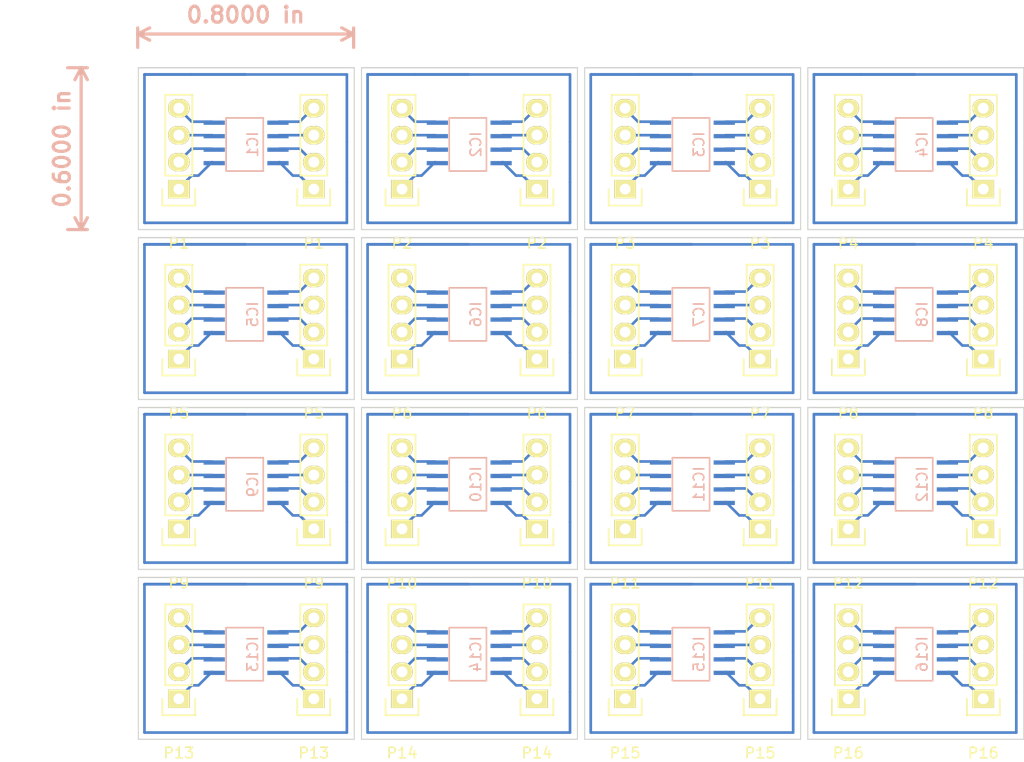
<source format=kicad_pcb>
(kicad_pcb (version 4) (host pcbnew "(2015-06-03 BZR 5697)-product")

  (general
    (links 248)
    (no_connects 120)
    (area 127.806849 91.765001 223.111834 163.295)
    (thickness 1.6)
    (drawings 82)
    (tracks 608)
    (zones 0)
    (modules 48)
    (nets 9)
  )

  (page A4)
  (layers
    (0 F.Cu signal)
    (31 B.Cu signal)
    (32 B.Adhes user hide)
    (33 F.Adhes user hide)
    (34 B.Paste user hide)
    (35 F.Paste user hide)
    (36 B.SilkS user)
    (37 F.SilkS user)
    (38 B.Mask user hide)
    (39 F.Mask user hide)
    (40 Dwgs.User user)
    (41 Cmts.User user)
    (42 Eco1.User user)
    (43 Eco2.User user hide)
    (44 Edge.Cuts user)
    (45 Margin user)
    (46 B.CrtYd user hide)
    (47 F.CrtYd user)
    (48 B.Fab user)
    (49 F.Fab user hide)
  )

  (setup
    (last_trace_width 0.25)
    (trace_clearance 0.2)
    (zone_clearance 0.508)
    (zone_45_only no)
    (trace_min 0.2)
    (segment_width 0.2)
    (edge_width 0.1)
    (via_size 0.6)
    (via_drill 0.4)
    (via_min_size 0.4)
    (via_min_drill 0.3)
    (uvia_size 0.3)
    (uvia_drill 0.1)
    (uvias_allowed no)
    (uvia_min_size 0.2)
    (uvia_min_drill 0.1)
    (pcb_text_width 0.3)
    (pcb_text_size 1.5 1.5)
    (mod_edge_width 0.15)
    (mod_text_size 1 1)
    (mod_text_width 0.15)
    (pad_size 1.5 1.5)
    (pad_drill 0.6)
    (pad_to_mask_clearance 0)
    (aux_axis_origin 0 0)
    (visible_elements FFFFFF67)
    (pcbplotparams
      (layerselection 0x00000_80000000)
      (usegerberextensions false)
      (excludeedgelayer true)
      (linewidth 0.100000)
      (plotframeref false)
      (viasonmask false)
      (mode 1)
      (useauxorigin false)
      (hpglpennumber 1)
      (hpglpenspeed 20)
      (hpglpendiameter 15)
      (hpglpenoverlay 2)
      (psnegative false)
      (psa4output false)
      (plotreference true)
      (plotvalue true)
      (plotinvisibletext false)
      (padsonsilk false)
      (subtractmaskfromsilk false)
      (outputformat 4)
      (mirror false)
      (drillshape 1)
      (scaleselection 1)
      (outputdirectory production/))
  )

  (net 0 "")
  (net 1 "Net-(IC1-Pad1)")
  (net 2 "Net-(IC1-Pad2)")
  (net 3 "Net-(IC1-Pad3)")
  (net 4 "Net-(IC1-Pad4)")
  (net 5 "Net-(IC1-Pad5)")
  (net 6 "Net-(IC1-Pad6)")
  (net 7 "Net-(IC1-Pad7)")
  (net 8 "Net-(IC1-Pad8)")

  (net_class Default "This is the default net class."
    (clearance 0.2)
    (trace_width 0.25)
    (via_dia 0.6)
    (via_drill 0.4)
    (uvia_dia 0.3)
    (uvia_drill 0.1)
    (add_net "Net-(IC1-Pad1)")
    (add_net "Net-(IC1-Pad2)")
    (add_net "Net-(IC1-Pad3)")
    (add_net "Net-(IC1-Pad4)")
    (add_net "Net-(IC1-Pad5)")
    (add_net "Net-(IC1-Pad6)")
    (add_net "Net-(IC1-Pad7)")
    (add_net "Net-(IC1-Pad8)")
  )

  (module sop8:SOP-8 (layer B.Cu) (tedit 5581F8B6) (tstamp 55820876)
    (at 214.13 155.315 90)
    (path /55721724)
    (fp_text reference IC16 (at 2.3 -1.88 90) (layer B.SilkS)
      (effects (font (size 1 1) (thickness 0.15)) (justify mirror))
    )
    (fp_text value MCP6002 (at 2.3 -3.38 90) (layer B.Fab)
      (effects (font (size 1 1) (thickness 0.15)) (justify mirror))
    )
    (fp_line (start -0.2 -0.88) (end 4.8 -0.88) (layer B.SilkS) (width 0.15))
    (fp_line (start 4.8 -0.88) (end 4.8 -4.38) (layer B.SilkS) (width 0.15))
    (fp_line (start 4.8 -4.38) (end -0.2 -4.38) (layer B.SilkS) (width 0.15))
    (fp_line (start -0.2 -4.38) (end -0.2 -0.88) (layer B.SilkS) (width 0.15))
    (pad 5 smd rect (at 4.35 0.5 90) (size 0.4 2) (layers B.Cu B.Paste B.Mask)
      (net 5 "Net-(IC1-Pad5)"))
    (pad 6 smd rect (at 3.08 0.5 90) (size 0.4 2) (layers B.Cu B.Paste B.Mask)
      (net 6 "Net-(IC1-Pad6)"))
    (pad 7 smd rect (at 1.81 0.5 90) (size 0.4 2) (layers B.Cu B.Paste B.Mask)
      (net 7 "Net-(IC1-Pad7)"))
    (pad 8 smd rect (at 0.54 0.5 90) (size 0.4 2) (layers B.Cu B.Paste B.Mask)
      (net 8 "Net-(IC1-Pad8)"))
    (pad 1 smd rect (at 0.54 -5.5 90) (size 0.4 2) (layers B.Cu B.Paste B.Mask)
      (net 1 "Net-(IC1-Pad1)"))
    (pad 2 smd rect (at 1.81 -5.5 90) (size 0.4 2) (layers B.Cu B.Paste B.Mask)
      (net 2 "Net-(IC1-Pad2)"))
    (pad 3 smd rect (at 3.08 -5.5 90) (size 0.4 2) (layers B.Cu B.Paste B.Mask)
      (net 3 "Net-(IC1-Pad3)"))
    (pad 4 smd rect (at 4.35 -5.5 90) (size 0.4 2) (layers B.Cu B.Paste B.Mask)
      (net 4 "Net-(IC1-Pad4)"))
  )

  (module sop8:SOP-8 (layer B.Cu) (tedit 5581F8B6) (tstamp 55820867)
    (at 193.13 155.315 90)
    (path /55721724)
    (fp_text reference IC15 (at 2.3 -1.88 90) (layer B.SilkS)
      (effects (font (size 1 1) (thickness 0.15)) (justify mirror))
    )
    (fp_text value MCP6002 (at 2.3 -3.38 90) (layer B.Fab)
      (effects (font (size 1 1) (thickness 0.15)) (justify mirror))
    )
    (fp_line (start -0.2 -0.88) (end 4.8 -0.88) (layer B.SilkS) (width 0.15))
    (fp_line (start 4.8 -0.88) (end 4.8 -4.38) (layer B.SilkS) (width 0.15))
    (fp_line (start 4.8 -4.38) (end -0.2 -4.38) (layer B.SilkS) (width 0.15))
    (fp_line (start -0.2 -4.38) (end -0.2 -0.88) (layer B.SilkS) (width 0.15))
    (pad 5 smd rect (at 4.35 0.5 90) (size 0.4 2) (layers B.Cu B.Paste B.Mask)
      (net 5 "Net-(IC1-Pad5)"))
    (pad 6 smd rect (at 3.08 0.5 90) (size 0.4 2) (layers B.Cu B.Paste B.Mask)
      (net 6 "Net-(IC1-Pad6)"))
    (pad 7 smd rect (at 1.81 0.5 90) (size 0.4 2) (layers B.Cu B.Paste B.Mask)
      (net 7 "Net-(IC1-Pad7)"))
    (pad 8 smd rect (at 0.54 0.5 90) (size 0.4 2) (layers B.Cu B.Paste B.Mask)
      (net 8 "Net-(IC1-Pad8)"))
    (pad 1 smd rect (at 0.54 -5.5 90) (size 0.4 2) (layers B.Cu B.Paste B.Mask)
      (net 1 "Net-(IC1-Pad1)"))
    (pad 2 smd rect (at 1.81 -5.5 90) (size 0.4 2) (layers B.Cu B.Paste B.Mask)
      (net 2 "Net-(IC1-Pad2)"))
    (pad 3 smd rect (at 3.08 -5.5 90) (size 0.4 2) (layers B.Cu B.Paste B.Mask)
      (net 3 "Net-(IC1-Pad3)"))
    (pad 4 smd rect (at 4.35 -5.5 90) (size 0.4 2) (layers B.Cu B.Paste B.Mask)
      (net 4 "Net-(IC1-Pad4)"))
  )

  (module sop8:SOP-8 (layer B.Cu) (tedit 5581F8B6) (tstamp 55820858)
    (at 172.13 155.315 90)
    (path /55721724)
    (fp_text reference IC14 (at 2.3 -1.88 90) (layer B.SilkS)
      (effects (font (size 1 1) (thickness 0.15)) (justify mirror))
    )
    (fp_text value MCP6002 (at 2.3 -3.38 90) (layer B.Fab)
      (effects (font (size 1 1) (thickness 0.15)) (justify mirror))
    )
    (fp_line (start -0.2 -0.88) (end 4.8 -0.88) (layer B.SilkS) (width 0.15))
    (fp_line (start 4.8 -0.88) (end 4.8 -4.38) (layer B.SilkS) (width 0.15))
    (fp_line (start 4.8 -4.38) (end -0.2 -4.38) (layer B.SilkS) (width 0.15))
    (fp_line (start -0.2 -4.38) (end -0.2 -0.88) (layer B.SilkS) (width 0.15))
    (pad 5 smd rect (at 4.35 0.5 90) (size 0.4 2) (layers B.Cu B.Paste B.Mask)
      (net 5 "Net-(IC1-Pad5)"))
    (pad 6 smd rect (at 3.08 0.5 90) (size 0.4 2) (layers B.Cu B.Paste B.Mask)
      (net 6 "Net-(IC1-Pad6)"))
    (pad 7 smd rect (at 1.81 0.5 90) (size 0.4 2) (layers B.Cu B.Paste B.Mask)
      (net 7 "Net-(IC1-Pad7)"))
    (pad 8 smd rect (at 0.54 0.5 90) (size 0.4 2) (layers B.Cu B.Paste B.Mask)
      (net 8 "Net-(IC1-Pad8)"))
    (pad 1 smd rect (at 0.54 -5.5 90) (size 0.4 2) (layers B.Cu B.Paste B.Mask)
      (net 1 "Net-(IC1-Pad1)"))
    (pad 2 smd rect (at 1.81 -5.5 90) (size 0.4 2) (layers B.Cu B.Paste B.Mask)
      (net 2 "Net-(IC1-Pad2)"))
    (pad 3 smd rect (at 3.08 -5.5 90) (size 0.4 2) (layers B.Cu B.Paste B.Mask)
      (net 3 "Net-(IC1-Pad3)"))
    (pad 4 smd rect (at 4.35 -5.5 90) (size 0.4 2) (layers B.Cu B.Paste B.Mask)
      (net 4 "Net-(IC1-Pad4)"))
  )

  (module sop8:SOP-8 (layer B.Cu) (tedit 5581F8B6) (tstamp 55820849)
    (at 151.13 155.315 90)
    (path /55721724)
    (fp_text reference IC13 (at 2.3 -1.88 90) (layer B.SilkS)
      (effects (font (size 1 1) (thickness 0.15)) (justify mirror))
    )
    (fp_text value MCP6002 (at 2.3 -3.38 90) (layer B.Fab)
      (effects (font (size 1 1) (thickness 0.15)) (justify mirror))
    )
    (fp_line (start -0.2 -0.88) (end 4.8 -0.88) (layer B.SilkS) (width 0.15))
    (fp_line (start 4.8 -0.88) (end 4.8 -4.38) (layer B.SilkS) (width 0.15))
    (fp_line (start 4.8 -4.38) (end -0.2 -4.38) (layer B.SilkS) (width 0.15))
    (fp_line (start -0.2 -4.38) (end -0.2 -0.88) (layer B.SilkS) (width 0.15))
    (pad 5 smd rect (at 4.35 0.5 90) (size 0.4 2) (layers B.Cu B.Paste B.Mask)
      (net 5 "Net-(IC1-Pad5)"))
    (pad 6 smd rect (at 3.08 0.5 90) (size 0.4 2) (layers B.Cu B.Paste B.Mask)
      (net 6 "Net-(IC1-Pad6)"))
    (pad 7 smd rect (at 1.81 0.5 90) (size 0.4 2) (layers B.Cu B.Paste B.Mask)
      (net 7 "Net-(IC1-Pad7)"))
    (pad 8 smd rect (at 0.54 0.5 90) (size 0.4 2) (layers B.Cu B.Paste B.Mask)
      (net 8 "Net-(IC1-Pad8)"))
    (pad 1 smd rect (at 0.54 -5.5 90) (size 0.4 2) (layers B.Cu B.Paste B.Mask)
      (net 1 "Net-(IC1-Pad1)"))
    (pad 2 smd rect (at 1.81 -5.5 90) (size 0.4 2) (layers B.Cu B.Paste B.Mask)
      (net 2 "Net-(IC1-Pad2)"))
    (pad 3 smd rect (at 3.08 -5.5 90) (size 0.4 2) (layers B.Cu B.Paste B.Mask)
      (net 3 "Net-(IC1-Pad3)"))
    (pad 4 smd rect (at 4.35 -5.5 90) (size 0.4 2) (layers B.Cu B.Paste B.Mask)
      (net 4 "Net-(IC1-Pad4)"))
  )

  (module sop8:SOP-8 (layer B.Cu) (tedit 5581F8B6) (tstamp 5582083A)
    (at 214.13 139.315 90)
    (path /55721724)
    (fp_text reference IC12 (at 2.3 -1.88 90) (layer B.SilkS)
      (effects (font (size 1 1) (thickness 0.15)) (justify mirror))
    )
    (fp_text value MCP6002 (at 2.3 -3.38 90) (layer B.Fab)
      (effects (font (size 1 1) (thickness 0.15)) (justify mirror))
    )
    (fp_line (start -0.2 -0.88) (end 4.8 -0.88) (layer B.SilkS) (width 0.15))
    (fp_line (start 4.8 -0.88) (end 4.8 -4.38) (layer B.SilkS) (width 0.15))
    (fp_line (start 4.8 -4.38) (end -0.2 -4.38) (layer B.SilkS) (width 0.15))
    (fp_line (start -0.2 -4.38) (end -0.2 -0.88) (layer B.SilkS) (width 0.15))
    (pad 5 smd rect (at 4.35 0.5 90) (size 0.4 2) (layers B.Cu B.Paste B.Mask)
      (net 5 "Net-(IC1-Pad5)"))
    (pad 6 smd rect (at 3.08 0.5 90) (size 0.4 2) (layers B.Cu B.Paste B.Mask)
      (net 6 "Net-(IC1-Pad6)"))
    (pad 7 smd rect (at 1.81 0.5 90) (size 0.4 2) (layers B.Cu B.Paste B.Mask)
      (net 7 "Net-(IC1-Pad7)"))
    (pad 8 smd rect (at 0.54 0.5 90) (size 0.4 2) (layers B.Cu B.Paste B.Mask)
      (net 8 "Net-(IC1-Pad8)"))
    (pad 1 smd rect (at 0.54 -5.5 90) (size 0.4 2) (layers B.Cu B.Paste B.Mask)
      (net 1 "Net-(IC1-Pad1)"))
    (pad 2 smd rect (at 1.81 -5.5 90) (size 0.4 2) (layers B.Cu B.Paste B.Mask)
      (net 2 "Net-(IC1-Pad2)"))
    (pad 3 smd rect (at 3.08 -5.5 90) (size 0.4 2) (layers B.Cu B.Paste B.Mask)
      (net 3 "Net-(IC1-Pad3)"))
    (pad 4 smd rect (at 4.35 -5.5 90) (size 0.4 2) (layers B.Cu B.Paste B.Mask)
      (net 4 "Net-(IC1-Pad4)"))
  )

  (module sop8:SOP-8 (layer B.Cu) (tedit 5581F8B6) (tstamp 5582082B)
    (at 193.13 139.315 90)
    (path /55721724)
    (fp_text reference IC11 (at 2.3 -1.88 90) (layer B.SilkS)
      (effects (font (size 1 1) (thickness 0.15)) (justify mirror))
    )
    (fp_text value MCP6002 (at 2.3 -3.38 90) (layer B.Fab)
      (effects (font (size 1 1) (thickness 0.15)) (justify mirror))
    )
    (fp_line (start -0.2 -0.88) (end 4.8 -0.88) (layer B.SilkS) (width 0.15))
    (fp_line (start 4.8 -0.88) (end 4.8 -4.38) (layer B.SilkS) (width 0.15))
    (fp_line (start 4.8 -4.38) (end -0.2 -4.38) (layer B.SilkS) (width 0.15))
    (fp_line (start -0.2 -4.38) (end -0.2 -0.88) (layer B.SilkS) (width 0.15))
    (pad 5 smd rect (at 4.35 0.5 90) (size 0.4 2) (layers B.Cu B.Paste B.Mask)
      (net 5 "Net-(IC1-Pad5)"))
    (pad 6 smd rect (at 3.08 0.5 90) (size 0.4 2) (layers B.Cu B.Paste B.Mask)
      (net 6 "Net-(IC1-Pad6)"))
    (pad 7 smd rect (at 1.81 0.5 90) (size 0.4 2) (layers B.Cu B.Paste B.Mask)
      (net 7 "Net-(IC1-Pad7)"))
    (pad 8 smd rect (at 0.54 0.5 90) (size 0.4 2) (layers B.Cu B.Paste B.Mask)
      (net 8 "Net-(IC1-Pad8)"))
    (pad 1 smd rect (at 0.54 -5.5 90) (size 0.4 2) (layers B.Cu B.Paste B.Mask)
      (net 1 "Net-(IC1-Pad1)"))
    (pad 2 smd rect (at 1.81 -5.5 90) (size 0.4 2) (layers B.Cu B.Paste B.Mask)
      (net 2 "Net-(IC1-Pad2)"))
    (pad 3 smd rect (at 3.08 -5.5 90) (size 0.4 2) (layers B.Cu B.Paste B.Mask)
      (net 3 "Net-(IC1-Pad3)"))
    (pad 4 smd rect (at 4.35 -5.5 90) (size 0.4 2) (layers B.Cu B.Paste B.Mask)
      (net 4 "Net-(IC1-Pad4)"))
  )

  (module sop8:SOP-8 (layer B.Cu) (tedit 5581F8B6) (tstamp 5582081C)
    (at 172.13 139.315 90)
    (path /55721724)
    (fp_text reference IC10 (at 2.3 -1.88 90) (layer B.SilkS)
      (effects (font (size 1 1) (thickness 0.15)) (justify mirror))
    )
    (fp_text value MCP6002 (at 2.3 -3.38 90) (layer B.Fab)
      (effects (font (size 1 1) (thickness 0.15)) (justify mirror))
    )
    (fp_line (start -0.2 -0.88) (end 4.8 -0.88) (layer B.SilkS) (width 0.15))
    (fp_line (start 4.8 -0.88) (end 4.8 -4.38) (layer B.SilkS) (width 0.15))
    (fp_line (start 4.8 -4.38) (end -0.2 -4.38) (layer B.SilkS) (width 0.15))
    (fp_line (start -0.2 -4.38) (end -0.2 -0.88) (layer B.SilkS) (width 0.15))
    (pad 5 smd rect (at 4.35 0.5 90) (size 0.4 2) (layers B.Cu B.Paste B.Mask)
      (net 5 "Net-(IC1-Pad5)"))
    (pad 6 smd rect (at 3.08 0.5 90) (size 0.4 2) (layers B.Cu B.Paste B.Mask)
      (net 6 "Net-(IC1-Pad6)"))
    (pad 7 smd rect (at 1.81 0.5 90) (size 0.4 2) (layers B.Cu B.Paste B.Mask)
      (net 7 "Net-(IC1-Pad7)"))
    (pad 8 smd rect (at 0.54 0.5 90) (size 0.4 2) (layers B.Cu B.Paste B.Mask)
      (net 8 "Net-(IC1-Pad8)"))
    (pad 1 smd rect (at 0.54 -5.5 90) (size 0.4 2) (layers B.Cu B.Paste B.Mask)
      (net 1 "Net-(IC1-Pad1)"))
    (pad 2 smd rect (at 1.81 -5.5 90) (size 0.4 2) (layers B.Cu B.Paste B.Mask)
      (net 2 "Net-(IC1-Pad2)"))
    (pad 3 smd rect (at 3.08 -5.5 90) (size 0.4 2) (layers B.Cu B.Paste B.Mask)
      (net 3 "Net-(IC1-Pad3)"))
    (pad 4 smd rect (at 4.35 -5.5 90) (size 0.4 2) (layers B.Cu B.Paste B.Mask)
      (net 4 "Net-(IC1-Pad4)"))
  )

  (module sop8:SOP-8 (layer B.Cu) (tedit 5581F8B6) (tstamp 5582080D)
    (at 151.13 139.315 90)
    (path /55721724)
    (fp_text reference IC9 (at 2.3 -1.88 90) (layer B.SilkS)
      (effects (font (size 1 1) (thickness 0.15)) (justify mirror))
    )
    (fp_text value MCP6002 (at 2.3 -3.38 90) (layer B.Fab)
      (effects (font (size 1 1) (thickness 0.15)) (justify mirror))
    )
    (fp_line (start -0.2 -0.88) (end 4.8 -0.88) (layer B.SilkS) (width 0.15))
    (fp_line (start 4.8 -0.88) (end 4.8 -4.38) (layer B.SilkS) (width 0.15))
    (fp_line (start 4.8 -4.38) (end -0.2 -4.38) (layer B.SilkS) (width 0.15))
    (fp_line (start -0.2 -4.38) (end -0.2 -0.88) (layer B.SilkS) (width 0.15))
    (pad 5 smd rect (at 4.35 0.5 90) (size 0.4 2) (layers B.Cu B.Paste B.Mask)
      (net 5 "Net-(IC1-Pad5)"))
    (pad 6 smd rect (at 3.08 0.5 90) (size 0.4 2) (layers B.Cu B.Paste B.Mask)
      (net 6 "Net-(IC1-Pad6)"))
    (pad 7 smd rect (at 1.81 0.5 90) (size 0.4 2) (layers B.Cu B.Paste B.Mask)
      (net 7 "Net-(IC1-Pad7)"))
    (pad 8 smd rect (at 0.54 0.5 90) (size 0.4 2) (layers B.Cu B.Paste B.Mask)
      (net 8 "Net-(IC1-Pad8)"))
    (pad 1 smd rect (at 0.54 -5.5 90) (size 0.4 2) (layers B.Cu B.Paste B.Mask)
      (net 1 "Net-(IC1-Pad1)"))
    (pad 2 smd rect (at 1.81 -5.5 90) (size 0.4 2) (layers B.Cu B.Paste B.Mask)
      (net 2 "Net-(IC1-Pad2)"))
    (pad 3 smd rect (at 3.08 -5.5 90) (size 0.4 2) (layers B.Cu B.Paste B.Mask)
      (net 3 "Net-(IC1-Pad3)"))
    (pad 4 smd rect (at 4.35 -5.5 90) (size 0.4 2) (layers B.Cu B.Paste B.Mask)
      (net 4 "Net-(IC1-Pad4)"))
  )

  (module sop8:SOP-8 (layer B.Cu) (tedit 5581F8B6) (tstamp 558207FE)
    (at 214.13 123.315 90)
    (path /55721724)
    (fp_text reference IC8 (at 2.3 -1.88 90) (layer B.SilkS)
      (effects (font (size 1 1) (thickness 0.15)) (justify mirror))
    )
    (fp_text value MCP6002 (at 2.3 -3.38 90) (layer B.Fab)
      (effects (font (size 1 1) (thickness 0.15)) (justify mirror))
    )
    (fp_line (start -0.2 -0.88) (end 4.8 -0.88) (layer B.SilkS) (width 0.15))
    (fp_line (start 4.8 -0.88) (end 4.8 -4.38) (layer B.SilkS) (width 0.15))
    (fp_line (start 4.8 -4.38) (end -0.2 -4.38) (layer B.SilkS) (width 0.15))
    (fp_line (start -0.2 -4.38) (end -0.2 -0.88) (layer B.SilkS) (width 0.15))
    (pad 5 smd rect (at 4.35 0.5 90) (size 0.4 2) (layers B.Cu B.Paste B.Mask)
      (net 5 "Net-(IC1-Pad5)"))
    (pad 6 smd rect (at 3.08 0.5 90) (size 0.4 2) (layers B.Cu B.Paste B.Mask)
      (net 6 "Net-(IC1-Pad6)"))
    (pad 7 smd rect (at 1.81 0.5 90) (size 0.4 2) (layers B.Cu B.Paste B.Mask)
      (net 7 "Net-(IC1-Pad7)"))
    (pad 8 smd rect (at 0.54 0.5 90) (size 0.4 2) (layers B.Cu B.Paste B.Mask)
      (net 8 "Net-(IC1-Pad8)"))
    (pad 1 smd rect (at 0.54 -5.5 90) (size 0.4 2) (layers B.Cu B.Paste B.Mask)
      (net 1 "Net-(IC1-Pad1)"))
    (pad 2 smd rect (at 1.81 -5.5 90) (size 0.4 2) (layers B.Cu B.Paste B.Mask)
      (net 2 "Net-(IC1-Pad2)"))
    (pad 3 smd rect (at 3.08 -5.5 90) (size 0.4 2) (layers B.Cu B.Paste B.Mask)
      (net 3 "Net-(IC1-Pad3)"))
    (pad 4 smd rect (at 4.35 -5.5 90) (size 0.4 2) (layers B.Cu B.Paste B.Mask)
      (net 4 "Net-(IC1-Pad4)"))
  )

  (module sop8:SOP-8 (layer B.Cu) (tedit 5581F8B6) (tstamp 558207EF)
    (at 193.13 123.315 90)
    (path /55721724)
    (fp_text reference IC7 (at 2.3 -1.88 90) (layer B.SilkS)
      (effects (font (size 1 1) (thickness 0.15)) (justify mirror))
    )
    (fp_text value MCP6002 (at 2.3 -3.38 90) (layer B.Fab)
      (effects (font (size 1 1) (thickness 0.15)) (justify mirror))
    )
    (fp_line (start -0.2 -0.88) (end 4.8 -0.88) (layer B.SilkS) (width 0.15))
    (fp_line (start 4.8 -0.88) (end 4.8 -4.38) (layer B.SilkS) (width 0.15))
    (fp_line (start 4.8 -4.38) (end -0.2 -4.38) (layer B.SilkS) (width 0.15))
    (fp_line (start -0.2 -4.38) (end -0.2 -0.88) (layer B.SilkS) (width 0.15))
    (pad 5 smd rect (at 4.35 0.5 90) (size 0.4 2) (layers B.Cu B.Paste B.Mask)
      (net 5 "Net-(IC1-Pad5)"))
    (pad 6 smd rect (at 3.08 0.5 90) (size 0.4 2) (layers B.Cu B.Paste B.Mask)
      (net 6 "Net-(IC1-Pad6)"))
    (pad 7 smd rect (at 1.81 0.5 90) (size 0.4 2) (layers B.Cu B.Paste B.Mask)
      (net 7 "Net-(IC1-Pad7)"))
    (pad 8 smd rect (at 0.54 0.5 90) (size 0.4 2) (layers B.Cu B.Paste B.Mask)
      (net 8 "Net-(IC1-Pad8)"))
    (pad 1 smd rect (at 0.54 -5.5 90) (size 0.4 2) (layers B.Cu B.Paste B.Mask)
      (net 1 "Net-(IC1-Pad1)"))
    (pad 2 smd rect (at 1.81 -5.5 90) (size 0.4 2) (layers B.Cu B.Paste B.Mask)
      (net 2 "Net-(IC1-Pad2)"))
    (pad 3 smd rect (at 3.08 -5.5 90) (size 0.4 2) (layers B.Cu B.Paste B.Mask)
      (net 3 "Net-(IC1-Pad3)"))
    (pad 4 smd rect (at 4.35 -5.5 90) (size 0.4 2) (layers B.Cu B.Paste B.Mask)
      (net 4 "Net-(IC1-Pad4)"))
  )

  (module sop8:SOP-8 (layer B.Cu) (tedit 5581F8B6) (tstamp 558207E0)
    (at 172.13 123.315 90)
    (path /55721724)
    (fp_text reference IC6 (at 2.3 -1.88 90) (layer B.SilkS)
      (effects (font (size 1 1) (thickness 0.15)) (justify mirror))
    )
    (fp_text value MCP6002 (at 2.3 -3.38 90) (layer B.Fab)
      (effects (font (size 1 1) (thickness 0.15)) (justify mirror))
    )
    (fp_line (start -0.2 -0.88) (end 4.8 -0.88) (layer B.SilkS) (width 0.15))
    (fp_line (start 4.8 -0.88) (end 4.8 -4.38) (layer B.SilkS) (width 0.15))
    (fp_line (start 4.8 -4.38) (end -0.2 -4.38) (layer B.SilkS) (width 0.15))
    (fp_line (start -0.2 -4.38) (end -0.2 -0.88) (layer B.SilkS) (width 0.15))
    (pad 5 smd rect (at 4.35 0.5 90) (size 0.4 2) (layers B.Cu B.Paste B.Mask)
      (net 5 "Net-(IC1-Pad5)"))
    (pad 6 smd rect (at 3.08 0.5 90) (size 0.4 2) (layers B.Cu B.Paste B.Mask)
      (net 6 "Net-(IC1-Pad6)"))
    (pad 7 smd rect (at 1.81 0.5 90) (size 0.4 2) (layers B.Cu B.Paste B.Mask)
      (net 7 "Net-(IC1-Pad7)"))
    (pad 8 smd rect (at 0.54 0.5 90) (size 0.4 2) (layers B.Cu B.Paste B.Mask)
      (net 8 "Net-(IC1-Pad8)"))
    (pad 1 smd rect (at 0.54 -5.5 90) (size 0.4 2) (layers B.Cu B.Paste B.Mask)
      (net 1 "Net-(IC1-Pad1)"))
    (pad 2 smd rect (at 1.81 -5.5 90) (size 0.4 2) (layers B.Cu B.Paste B.Mask)
      (net 2 "Net-(IC1-Pad2)"))
    (pad 3 smd rect (at 3.08 -5.5 90) (size 0.4 2) (layers B.Cu B.Paste B.Mask)
      (net 3 "Net-(IC1-Pad3)"))
    (pad 4 smd rect (at 4.35 -5.5 90) (size 0.4 2) (layers B.Cu B.Paste B.Mask)
      (net 4 "Net-(IC1-Pad4)"))
  )

  (module sop8:SOP-8 (layer B.Cu) (tedit 5581F8B6) (tstamp 558207D1)
    (at 151.13 123.315 90)
    (path /55721724)
    (fp_text reference IC5 (at 2.3 -1.88 90) (layer B.SilkS)
      (effects (font (size 1 1) (thickness 0.15)) (justify mirror))
    )
    (fp_text value MCP6002 (at 2.3 -3.38 90) (layer B.Fab)
      (effects (font (size 1 1) (thickness 0.15)) (justify mirror))
    )
    (fp_line (start -0.2 -0.88) (end 4.8 -0.88) (layer B.SilkS) (width 0.15))
    (fp_line (start 4.8 -0.88) (end 4.8 -4.38) (layer B.SilkS) (width 0.15))
    (fp_line (start 4.8 -4.38) (end -0.2 -4.38) (layer B.SilkS) (width 0.15))
    (fp_line (start -0.2 -4.38) (end -0.2 -0.88) (layer B.SilkS) (width 0.15))
    (pad 5 smd rect (at 4.35 0.5 90) (size 0.4 2) (layers B.Cu B.Paste B.Mask)
      (net 5 "Net-(IC1-Pad5)"))
    (pad 6 smd rect (at 3.08 0.5 90) (size 0.4 2) (layers B.Cu B.Paste B.Mask)
      (net 6 "Net-(IC1-Pad6)"))
    (pad 7 smd rect (at 1.81 0.5 90) (size 0.4 2) (layers B.Cu B.Paste B.Mask)
      (net 7 "Net-(IC1-Pad7)"))
    (pad 8 smd rect (at 0.54 0.5 90) (size 0.4 2) (layers B.Cu B.Paste B.Mask)
      (net 8 "Net-(IC1-Pad8)"))
    (pad 1 smd rect (at 0.54 -5.5 90) (size 0.4 2) (layers B.Cu B.Paste B.Mask)
      (net 1 "Net-(IC1-Pad1)"))
    (pad 2 smd rect (at 1.81 -5.5 90) (size 0.4 2) (layers B.Cu B.Paste B.Mask)
      (net 2 "Net-(IC1-Pad2)"))
    (pad 3 smd rect (at 3.08 -5.5 90) (size 0.4 2) (layers B.Cu B.Paste B.Mask)
      (net 3 "Net-(IC1-Pad3)"))
    (pad 4 smd rect (at 4.35 -5.5 90) (size 0.4 2) (layers B.Cu B.Paste B.Mask)
      (net 4 "Net-(IC1-Pad4)"))
  )

  (module sop8:SOP-8 (layer B.Cu) (tedit 5581F8B6) (tstamp 558207C2)
    (at 214.13 107.315 90)
    (path /55721724)
    (fp_text reference IC4 (at 2.3 -1.88 90) (layer B.SilkS)
      (effects (font (size 1 1) (thickness 0.15)) (justify mirror))
    )
    (fp_text value MCP6002 (at 2.3 -3.38 90) (layer B.Fab)
      (effects (font (size 1 1) (thickness 0.15)) (justify mirror))
    )
    (fp_line (start -0.2 -0.88) (end 4.8 -0.88) (layer B.SilkS) (width 0.15))
    (fp_line (start 4.8 -0.88) (end 4.8 -4.38) (layer B.SilkS) (width 0.15))
    (fp_line (start 4.8 -4.38) (end -0.2 -4.38) (layer B.SilkS) (width 0.15))
    (fp_line (start -0.2 -4.38) (end -0.2 -0.88) (layer B.SilkS) (width 0.15))
    (pad 5 smd rect (at 4.35 0.5 90) (size 0.4 2) (layers B.Cu B.Paste B.Mask)
      (net 5 "Net-(IC1-Pad5)"))
    (pad 6 smd rect (at 3.08 0.5 90) (size 0.4 2) (layers B.Cu B.Paste B.Mask)
      (net 6 "Net-(IC1-Pad6)"))
    (pad 7 smd rect (at 1.81 0.5 90) (size 0.4 2) (layers B.Cu B.Paste B.Mask)
      (net 7 "Net-(IC1-Pad7)"))
    (pad 8 smd rect (at 0.54 0.5 90) (size 0.4 2) (layers B.Cu B.Paste B.Mask)
      (net 8 "Net-(IC1-Pad8)"))
    (pad 1 smd rect (at 0.54 -5.5 90) (size 0.4 2) (layers B.Cu B.Paste B.Mask)
      (net 1 "Net-(IC1-Pad1)"))
    (pad 2 smd rect (at 1.81 -5.5 90) (size 0.4 2) (layers B.Cu B.Paste B.Mask)
      (net 2 "Net-(IC1-Pad2)"))
    (pad 3 smd rect (at 3.08 -5.5 90) (size 0.4 2) (layers B.Cu B.Paste B.Mask)
      (net 3 "Net-(IC1-Pad3)"))
    (pad 4 smd rect (at 4.35 -5.5 90) (size 0.4 2) (layers B.Cu B.Paste B.Mask)
      (net 4 "Net-(IC1-Pad4)"))
  )

  (module sop8:SOP-8 (layer B.Cu) (tedit 5581F8B6) (tstamp 558207B3)
    (at 193.13 107.315 90)
    (path /55721724)
    (fp_text reference IC3 (at 2.3 -1.88 90) (layer B.SilkS)
      (effects (font (size 1 1) (thickness 0.15)) (justify mirror))
    )
    (fp_text value MCP6002 (at 2.3 -3.38 90) (layer B.Fab)
      (effects (font (size 1 1) (thickness 0.15)) (justify mirror))
    )
    (fp_line (start -0.2 -0.88) (end 4.8 -0.88) (layer B.SilkS) (width 0.15))
    (fp_line (start 4.8 -0.88) (end 4.8 -4.38) (layer B.SilkS) (width 0.15))
    (fp_line (start 4.8 -4.38) (end -0.2 -4.38) (layer B.SilkS) (width 0.15))
    (fp_line (start -0.2 -4.38) (end -0.2 -0.88) (layer B.SilkS) (width 0.15))
    (pad 5 smd rect (at 4.35 0.5 90) (size 0.4 2) (layers B.Cu B.Paste B.Mask)
      (net 5 "Net-(IC1-Pad5)"))
    (pad 6 smd rect (at 3.08 0.5 90) (size 0.4 2) (layers B.Cu B.Paste B.Mask)
      (net 6 "Net-(IC1-Pad6)"))
    (pad 7 smd rect (at 1.81 0.5 90) (size 0.4 2) (layers B.Cu B.Paste B.Mask)
      (net 7 "Net-(IC1-Pad7)"))
    (pad 8 smd rect (at 0.54 0.5 90) (size 0.4 2) (layers B.Cu B.Paste B.Mask)
      (net 8 "Net-(IC1-Pad8)"))
    (pad 1 smd rect (at 0.54 -5.5 90) (size 0.4 2) (layers B.Cu B.Paste B.Mask)
      (net 1 "Net-(IC1-Pad1)"))
    (pad 2 smd rect (at 1.81 -5.5 90) (size 0.4 2) (layers B.Cu B.Paste B.Mask)
      (net 2 "Net-(IC1-Pad2)"))
    (pad 3 smd rect (at 3.08 -5.5 90) (size 0.4 2) (layers B.Cu B.Paste B.Mask)
      (net 3 "Net-(IC1-Pad3)"))
    (pad 4 smd rect (at 4.35 -5.5 90) (size 0.4 2) (layers B.Cu B.Paste B.Mask)
      (net 4 "Net-(IC1-Pad4)"))
  )

  (module sop8:SOP-8 (layer B.Cu) (tedit 5581F8B6) (tstamp 558207A4)
    (at 172.13 107.315 90)
    (path /55721724)
    (fp_text reference IC2 (at 2.3 -1.88 90) (layer B.SilkS)
      (effects (font (size 1 1) (thickness 0.15)) (justify mirror))
    )
    (fp_text value MCP6002 (at 2.3 -3.38 90) (layer B.Fab)
      (effects (font (size 1 1) (thickness 0.15)) (justify mirror))
    )
    (fp_line (start -0.2 -0.88) (end 4.8 -0.88) (layer B.SilkS) (width 0.15))
    (fp_line (start 4.8 -0.88) (end 4.8 -4.38) (layer B.SilkS) (width 0.15))
    (fp_line (start 4.8 -4.38) (end -0.2 -4.38) (layer B.SilkS) (width 0.15))
    (fp_line (start -0.2 -4.38) (end -0.2 -0.88) (layer B.SilkS) (width 0.15))
    (pad 5 smd rect (at 4.35 0.5 90) (size 0.4 2) (layers B.Cu B.Paste B.Mask)
      (net 5 "Net-(IC1-Pad5)"))
    (pad 6 smd rect (at 3.08 0.5 90) (size 0.4 2) (layers B.Cu B.Paste B.Mask)
      (net 6 "Net-(IC1-Pad6)"))
    (pad 7 smd rect (at 1.81 0.5 90) (size 0.4 2) (layers B.Cu B.Paste B.Mask)
      (net 7 "Net-(IC1-Pad7)"))
    (pad 8 smd rect (at 0.54 0.5 90) (size 0.4 2) (layers B.Cu B.Paste B.Mask)
      (net 8 "Net-(IC1-Pad8)"))
    (pad 1 smd rect (at 0.54 -5.5 90) (size 0.4 2) (layers B.Cu B.Paste B.Mask)
      (net 1 "Net-(IC1-Pad1)"))
    (pad 2 smd rect (at 1.81 -5.5 90) (size 0.4 2) (layers B.Cu B.Paste B.Mask)
      (net 2 "Net-(IC1-Pad2)"))
    (pad 3 smd rect (at 3.08 -5.5 90) (size 0.4 2) (layers B.Cu B.Paste B.Mask)
      (net 3 "Net-(IC1-Pad3)"))
    (pad 4 smd rect (at 4.35 -5.5 90) (size 0.4 2) (layers B.Cu B.Paste B.Mask)
      (net 4 "Net-(IC1-Pad4)"))
  )

  (module Pin_Headers:Pin_Header_Straight_1x04 (layer F.Cu) (tedit 0) (tstamp 55820792)
    (at 218.0035 157.22 180)
    (descr "Through hole pin header")
    (tags "pin header")
    (path /55721A4D)
    (fp_text reference P16 (at 0 -5.1 180) (layer F.SilkS)
      (effects (font (size 1 1) (thickness 0.15)))
    )
    (fp_text value CONN_01X04 (at 0 -3.1 180) (layer F.Fab)
      (effects (font (size 1 1) (thickness 0.15)))
    )
    (fp_line (start -1.75 -1.75) (end -1.75 9.4) (layer F.CrtYd) (width 0.05))
    (fp_line (start 1.75 -1.75) (end 1.75 9.4) (layer F.CrtYd) (width 0.05))
    (fp_line (start -1.75 -1.75) (end 1.75 -1.75) (layer F.CrtYd) (width 0.05))
    (fp_line (start -1.75 9.4) (end 1.75 9.4) (layer F.CrtYd) (width 0.05))
    (fp_line (start -1.27 1.27) (end -1.27 8.89) (layer F.SilkS) (width 0.15))
    (fp_line (start 1.27 1.27) (end 1.27 8.89) (layer F.SilkS) (width 0.15))
    (fp_line (start 1.55 -1.55) (end 1.55 0) (layer F.SilkS) (width 0.15))
    (fp_line (start -1.27 8.89) (end 1.27 8.89) (layer F.SilkS) (width 0.15))
    (fp_line (start 1.27 1.27) (end -1.27 1.27) (layer F.SilkS) (width 0.15))
    (fp_line (start -1.55 0) (end -1.55 -1.55) (layer F.SilkS) (width 0.15))
    (fp_line (start -1.55 -1.55) (end 1.55 -1.55) (layer F.SilkS) (width 0.15))
    (pad 1 thru_hole rect (at 0 0 180) (size 2.032 1.7272) (drill 1.016) (layers *.Cu *.Mask F.SilkS)
      (net 8 "Net-(IC1-Pad8)"))
    (pad 2 thru_hole oval (at 0 2.54 180) (size 2.032 1.7272) (drill 1.016) (layers *.Cu *.Mask F.SilkS)
      (net 7 "Net-(IC1-Pad7)"))
    (pad 3 thru_hole oval (at 0 5.08 180) (size 2.032 1.7272) (drill 1.016) (layers *.Cu *.Mask F.SilkS)
      (net 6 "Net-(IC1-Pad6)"))
    (pad 4 thru_hole oval (at 0 7.62 180) (size 2.032 1.7272) (drill 1.016) (layers *.Cu *.Mask F.SilkS)
      (net 5 "Net-(IC1-Pad5)"))
    (model Pin_Headers.3dshapes/Pin_Header_Straight_1x04.wrl
      (at (xyz 0 -0.15 0))
      (scale (xyz 1 1 1))
      (rotate (xyz 0 0 90))
    )
  )

  (module Pin_Headers:Pin_Header_Straight_1x04 (layer F.Cu) (tedit 0) (tstamp 55820780)
    (at 197.0035 157.22 180)
    (descr "Through hole pin header")
    (tags "pin header")
    (path /55721A4D)
    (fp_text reference P15 (at 0 -5.1 180) (layer F.SilkS)
      (effects (font (size 1 1) (thickness 0.15)))
    )
    (fp_text value CONN_01X04 (at 0 -3.1 180) (layer F.Fab)
      (effects (font (size 1 1) (thickness 0.15)))
    )
    (fp_line (start -1.75 -1.75) (end -1.75 9.4) (layer F.CrtYd) (width 0.05))
    (fp_line (start 1.75 -1.75) (end 1.75 9.4) (layer F.CrtYd) (width 0.05))
    (fp_line (start -1.75 -1.75) (end 1.75 -1.75) (layer F.CrtYd) (width 0.05))
    (fp_line (start -1.75 9.4) (end 1.75 9.4) (layer F.CrtYd) (width 0.05))
    (fp_line (start -1.27 1.27) (end -1.27 8.89) (layer F.SilkS) (width 0.15))
    (fp_line (start 1.27 1.27) (end 1.27 8.89) (layer F.SilkS) (width 0.15))
    (fp_line (start 1.55 -1.55) (end 1.55 0) (layer F.SilkS) (width 0.15))
    (fp_line (start -1.27 8.89) (end 1.27 8.89) (layer F.SilkS) (width 0.15))
    (fp_line (start 1.27 1.27) (end -1.27 1.27) (layer F.SilkS) (width 0.15))
    (fp_line (start -1.55 0) (end -1.55 -1.55) (layer F.SilkS) (width 0.15))
    (fp_line (start -1.55 -1.55) (end 1.55 -1.55) (layer F.SilkS) (width 0.15))
    (pad 1 thru_hole rect (at 0 0 180) (size 2.032 1.7272) (drill 1.016) (layers *.Cu *.Mask F.SilkS)
      (net 8 "Net-(IC1-Pad8)"))
    (pad 2 thru_hole oval (at 0 2.54 180) (size 2.032 1.7272) (drill 1.016) (layers *.Cu *.Mask F.SilkS)
      (net 7 "Net-(IC1-Pad7)"))
    (pad 3 thru_hole oval (at 0 5.08 180) (size 2.032 1.7272) (drill 1.016) (layers *.Cu *.Mask F.SilkS)
      (net 6 "Net-(IC1-Pad6)"))
    (pad 4 thru_hole oval (at 0 7.62 180) (size 2.032 1.7272) (drill 1.016) (layers *.Cu *.Mask F.SilkS)
      (net 5 "Net-(IC1-Pad5)"))
    (model Pin_Headers.3dshapes/Pin_Header_Straight_1x04.wrl
      (at (xyz 0 -0.15 0))
      (scale (xyz 1 1 1))
      (rotate (xyz 0 0 90))
    )
  )

  (module Pin_Headers:Pin_Header_Straight_1x04 (layer F.Cu) (tedit 0) (tstamp 5582076E)
    (at 176.0035 157.22 180)
    (descr "Through hole pin header")
    (tags "pin header")
    (path /55721A4D)
    (fp_text reference P14 (at 0 -5.1 180) (layer F.SilkS)
      (effects (font (size 1 1) (thickness 0.15)))
    )
    (fp_text value CONN_01X04 (at 0 -3.1 180) (layer F.Fab)
      (effects (font (size 1 1) (thickness 0.15)))
    )
    (fp_line (start -1.75 -1.75) (end -1.75 9.4) (layer F.CrtYd) (width 0.05))
    (fp_line (start 1.75 -1.75) (end 1.75 9.4) (layer F.CrtYd) (width 0.05))
    (fp_line (start -1.75 -1.75) (end 1.75 -1.75) (layer F.CrtYd) (width 0.05))
    (fp_line (start -1.75 9.4) (end 1.75 9.4) (layer F.CrtYd) (width 0.05))
    (fp_line (start -1.27 1.27) (end -1.27 8.89) (layer F.SilkS) (width 0.15))
    (fp_line (start 1.27 1.27) (end 1.27 8.89) (layer F.SilkS) (width 0.15))
    (fp_line (start 1.55 -1.55) (end 1.55 0) (layer F.SilkS) (width 0.15))
    (fp_line (start -1.27 8.89) (end 1.27 8.89) (layer F.SilkS) (width 0.15))
    (fp_line (start 1.27 1.27) (end -1.27 1.27) (layer F.SilkS) (width 0.15))
    (fp_line (start -1.55 0) (end -1.55 -1.55) (layer F.SilkS) (width 0.15))
    (fp_line (start -1.55 -1.55) (end 1.55 -1.55) (layer F.SilkS) (width 0.15))
    (pad 1 thru_hole rect (at 0 0 180) (size 2.032 1.7272) (drill 1.016) (layers *.Cu *.Mask F.SilkS)
      (net 8 "Net-(IC1-Pad8)"))
    (pad 2 thru_hole oval (at 0 2.54 180) (size 2.032 1.7272) (drill 1.016) (layers *.Cu *.Mask F.SilkS)
      (net 7 "Net-(IC1-Pad7)"))
    (pad 3 thru_hole oval (at 0 5.08 180) (size 2.032 1.7272) (drill 1.016) (layers *.Cu *.Mask F.SilkS)
      (net 6 "Net-(IC1-Pad6)"))
    (pad 4 thru_hole oval (at 0 7.62 180) (size 2.032 1.7272) (drill 1.016) (layers *.Cu *.Mask F.SilkS)
      (net 5 "Net-(IC1-Pad5)"))
    (model Pin_Headers.3dshapes/Pin_Header_Straight_1x04.wrl
      (at (xyz 0 -0.15 0))
      (scale (xyz 1 1 1))
      (rotate (xyz 0 0 90))
    )
  )

  (module Pin_Headers:Pin_Header_Straight_1x04 (layer F.Cu) (tedit 0) (tstamp 5582075C)
    (at 155.0035 157.22 180)
    (descr "Through hole pin header")
    (tags "pin header")
    (path /55721A4D)
    (fp_text reference P13 (at 0 -5.1 180) (layer F.SilkS)
      (effects (font (size 1 1) (thickness 0.15)))
    )
    (fp_text value CONN_01X04 (at 0 -3.1 180) (layer F.Fab)
      (effects (font (size 1 1) (thickness 0.15)))
    )
    (fp_line (start -1.75 -1.75) (end -1.75 9.4) (layer F.CrtYd) (width 0.05))
    (fp_line (start 1.75 -1.75) (end 1.75 9.4) (layer F.CrtYd) (width 0.05))
    (fp_line (start -1.75 -1.75) (end 1.75 -1.75) (layer F.CrtYd) (width 0.05))
    (fp_line (start -1.75 9.4) (end 1.75 9.4) (layer F.CrtYd) (width 0.05))
    (fp_line (start -1.27 1.27) (end -1.27 8.89) (layer F.SilkS) (width 0.15))
    (fp_line (start 1.27 1.27) (end 1.27 8.89) (layer F.SilkS) (width 0.15))
    (fp_line (start 1.55 -1.55) (end 1.55 0) (layer F.SilkS) (width 0.15))
    (fp_line (start -1.27 8.89) (end 1.27 8.89) (layer F.SilkS) (width 0.15))
    (fp_line (start 1.27 1.27) (end -1.27 1.27) (layer F.SilkS) (width 0.15))
    (fp_line (start -1.55 0) (end -1.55 -1.55) (layer F.SilkS) (width 0.15))
    (fp_line (start -1.55 -1.55) (end 1.55 -1.55) (layer F.SilkS) (width 0.15))
    (pad 1 thru_hole rect (at 0 0 180) (size 2.032 1.7272) (drill 1.016) (layers *.Cu *.Mask F.SilkS)
      (net 8 "Net-(IC1-Pad8)"))
    (pad 2 thru_hole oval (at 0 2.54 180) (size 2.032 1.7272) (drill 1.016) (layers *.Cu *.Mask F.SilkS)
      (net 7 "Net-(IC1-Pad7)"))
    (pad 3 thru_hole oval (at 0 5.08 180) (size 2.032 1.7272) (drill 1.016) (layers *.Cu *.Mask F.SilkS)
      (net 6 "Net-(IC1-Pad6)"))
    (pad 4 thru_hole oval (at 0 7.62 180) (size 2.032 1.7272) (drill 1.016) (layers *.Cu *.Mask F.SilkS)
      (net 5 "Net-(IC1-Pad5)"))
    (model Pin_Headers.3dshapes/Pin_Header_Straight_1x04.wrl
      (at (xyz 0 -0.15 0))
      (scale (xyz 1 1 1))
      (rotate (xyz 0 0 90))
    )
  )

  (module Pin_Headers:Pin_Header_Straight_1x04 (layer F.Cu) (tedit 0) (tstamp 5582074A)
    (at 218.0035 141.22 180)
    (descr "Through hole pin header")
    (tags "pin header")
    (path /55721A4D)
    (fp_text reference P12 (at 0 -5.1 180) (layer F.SilkS)
      (effects (font (size 1 1) (thickness 0.15)))
    )
    (fp_text value CONN_01X04 (at 0 -3.1 180) (layer F.Fab)
      (effects (font (size 1 1) (thickness 0.15)))
    )
    (fp_line (start -1.75 -1.75) (end -1.75 9.4) (layer F.CrtYd) (width 0.05))
    (fp_line (start 1.75 -1.75) (end 1.75 9.4) (layer F.CrtYd) (width 0.05))
    (fp_line (start -1.75 -1.75) (end 1.75 -1.75) (layer F.CrtYd) (width 0.05))
    (fp_line (start -1.75 9.4) (end 1.75 9.4) (layer F.CrtYd) (width 0.05))
    (fp_line (start -1.27 1.27) (end -1.27 8.89) (layer F.SilkS) (width 0.15))
    (fp_line (start 1.27 1.27) (end 1.27 8.89) (layer F.SilkS) (width 0.15))
    (fp_line (start 1.55 -1.55) (end 1.55 0) (layer F.SilkS) (width 0.15))
    (fp_line (start -1.27 8.89) (end 1.27 8.89) (layer F.SilkS) (width 0.15))
    (fp_line (start 1.27 1.27) (end -1.27 1.27) (layer F.SilkS) (width 0.15))
    (fp_line (start -1.55 0) (end -1.55 -1.55) (layer F.SilkS) (width 0.15))
    (fp_line (start -1.55 -1.55) (end 1.55 -1.55) (layer F.SilkS) (width 0.15))
    (pad 1 thru_hole rect (at 0 0 180) (size 2.032 1.7272) (drill 1.016) (layers *.Cu *.Mask F.SilkS)
      (net 8 "Net-(IC1-Pad8)"))
    (pad 2 thru_hole oval (at 0 2.54 180) (size 2.032 1.7272) (drill 1.016) (layers *.Cu *.Mask F.SilkS)
      (net 7 "Net-(IC1-Pad7)"))
    (pad 3 thru_hole oval (at 0 5.08 180) (size 2.032 1.7272) (drill 1.016) (layers *.Cu *.Mask F.SilkS)
      (net 6 "Net-(IC1-Pad6)"))
    (pad 4 thru_hole oval (at 0 7.62 180) (size 2.032 1.7272) (drill 1.016) (layers *.Cu *.Mask F.SilkS)
      (net 5 "Net-(IC1-Pad5)"))
    (model Pin_Headers.3dshapes/Pin_Header_Straight_1x04.wrl
      (at (xyz 0 -0.15 0))
      (scale (xyz 1 1 1))
      (rotate (xyz 0 0 90))
    )
  )

  (module Pin_Headers:Pin_Header_Straight_1x04 (layer F.Cu) (tedit 0) (tstamp 55820738)
    (at 197.0035 141.22 180)
    (descr "Through hole pin header")
    (tags "pin header")
    (path /55721A4D)
    (fp_text reference P11 (at 0 -5.1 180) (layer F.SilkS)
      (effects (font (size 1 1) (thickness 0.15)))
    )
    (fp_text value CONN_01X04 (at 0 -3.1 180) (layer F.Fab)
      (effects (font (size 1 1) (thickness 0.15)))
    )
    (fp_line (start -1.75 -1.75) (end -1.75 9.4) (layer F.CrtYd) (width 0.05))
    (fp_line (start 1.75 -1.75) (end 1.75 9.4) (layer F.CrtYd) (width 0.05))
    (fp_line (start -1.75 -1.75) (end 1.75 -1.75) (layer F.CrtYd) (width 0.05))
    (fp_line (start -1.75 9.4) (end 1.75 9.4) (layer F.CrtYd) (width 0.05))
    (fp_line (start -1.27 1.27) (end -1.27 8.89) (layer F.SilkS) (width 0.15))
    (fp_line (start 1.27 1.27) (end 1.27 8.89) (layer F.SilkS) (width 0.15))
    (fp_line (start 1.55 -1.55) (end 1.55 0) (layer F.SilkS) (width 0.15))
    (fp_line (start -1.27 8.89) (end 1.27 8.89) (layer F.SilkS) (width 0.15))
    (fp_line (start 1.27 1.27) (end -1.27 1.27) (layer F.SilkS) (width 0.15))
    (fp_line (start -1.55 0) (end -1.55 -1.55) (layer F.SilkS) (width 0.15))
    (fp_line (start -1.55 -1.55) (end 1.55 -1.55) (layer F.SilkS) (width 0.15))
    (pad 1 thru_hole rect (at 0 0 180) (size 2.032 1.7272) (drill 1.016) (layers *.Cu *.Mask F.SilkS)
      (net 8 "Net-(IC1-Pad8)"))
    (pad 2 thru_hole oval (at 0 2.54 180) (size 2.032 1.7272) (drill 1.016) (layers *.Cu *.Mask F.SilkS)
      (net 7 "Net-(IC1-Pad7)"))
    (pad 3 thru_hole oval (at 0 5.08 180) (size 2.032 1.7272) (drill 1.016) (layers *.Cu *.Mask F.SilkS)
      (net 6 "Net-(IC1-Pad6)"))
    (pad 4 thru_hole oval (at 0 7.62 180) (size 2.032 1.7272) (drill 1.016) (layers *.Cu *.Mask F.SilkS)
      (net 5 "Net-(IC1-Pad5)"))
    (model Pin_Headers.3dshapes/Pin_Header_Straight_1x04.wrl
      (at (xyz 0 -0.15 0))
      (scale (xyz 1 1 1))
      (rotate (xyz 0 0 90))
    )
  )

  (module Pin_Headers:Pin_Header_Straight_1x04 (layer F.Cu) (tedit 0) (tstamp 55820726)
    (at 176.0035 141.22 180)
    (descr "Through hole pin header")
    (tags "pin header")
    (path /55721A4D)
    (fp_text reference P10 (at 0 -5.1 180) (layer F.SilkS)
      (effects (font (size 1 1) (thickness 0.15)))
    )
    (fp_text value CONN_01X04 (at 0 -3.1 180) (layer F.Fab)
      (effects (font (size 1 1) (thickness 0.15)))
    )
    (fp_line (start -1.75 -1.75) (end -1.75 9.4) (layer F.CrtYd) (width 0.05))
    (fp_line (start 1.75 -1.75) (end 1.75 9.4) (layer F.CrtYd) (width 0.05))
    (fp_line (start -1.75 -1.75) (end 1.75 -1.75) (layer F.CrtYd) (width 0.05))
    (fp_line (start -1.75 9.4) (end 1.75 9.4) (layer F.CrtYd) (width 0.05))
    (fp_line (start -1.27 1.27) (end -1.27 8.89) (layer F.SilkS) (width 0.15))
    (fp_line (start 1.27 1.27) (end 1.27 8.89) (layer F.SilkS) (width 0.15))
    (fp_line (start 1.55 -1.55) (end 1.55 0) (layer F.SilkS) (width 0.15))
    (fp_line (start -1.27 8.89) (end 1.27 8.89) (layer F.SilkS) (width 0.15))
    (fp_line (start 1.27 1.27) (end -1.27 1.27) (layer F.SilkS) (width 0.15))
    (fp_line (start -1.55 0) (end -1.55 -1.55) (layer F.SilkS) (width 0.15))
    (fp_line (start -1.55 -1.55) (end 1.55 -1.55) (layer F.SilkS) (width 0.15))
    (pad 1 thru_hole rect (at 0 0 180) (size 2.032 1.7272) (drill 1.016) (layers *.Cu *.Mask F.SilkS)
      (net 8 "Net-(IC1-Pad8)"))
    (pad 2 thru_hole oval (at 0 2.54 180) (size 2.032 1.7272) (drill 1.016) (layers *.Cu *.Mask F.SilkS)
      (net 7 "Net-(IC1-Pad7)"))
    (pad 3 thru_hole oval (at 0 5.08 180) (size 2.032 1.7272) (drill 1.016) (layers *.Cu *.Mask F.SilkS)
      (net 6 "Net-(IC1-Pad6)"))
    (pad 4 thru_hole oval (at 0 7.62 180) (size 2.032 1.7272) (drill 1.016) (layers *.Cu *.Mask F.SilkS)
      (net 5 "Net-(IC1-Pad5)"))
    (model Pin_Headers.3dshapes/Pin_Header_Straight_1x04.wrl
      (at (xyz 0 -0.15 0))
      (scale (xyz 1 1 1))
      (rotate (xyz 0 0 90))
    )
  )

  (module Pin_Headers:Pin_Header_Straight_1x04 (layer F.Cu) (tedit 0) (tstamp 55820714)
    (at 155.0035 141.22 180)
    (descr "Through hole pin header")
    (tags "pin header")
    (path /55721A4D)
    (fp_text reference P9 (at 0 -5.1 180) (layer F.SilkS)
      (effects (font (size 1 1) (thickness 0.15)))
    )
    (fp_text value CONN_01X04 (at 0 -3.1 180) (layer F.Fab)
      (effects (font (size 1 1) (thickness 0.15)))
    )
    (fp_line (start -1.75 -1.75) (end -1.75 9.4) (layer F.CrtYd) (width 0.05))
    (fp_line (start 1.75 -1.75) (end 1.75 9.4) (layer F.CrtYd) (width 0.05))
    (fp_line (start -1.75 -1.75) (end 1.75 -1.75) (layer F.CrtYd) (width 0.05))
    (fp_line (start -1.75 9.4) (end 1.75 9.4) (layer F.CrtYd) (width 0.05))
    (fp_line (start -1.27 1.27) (end -1.27 8.89) (layer F.SilkS) (width 0.15))
    (fp_line (start 1.27 1.27) (end 1.27 8.89) (layer F.SilkS) (width 0.15))
    (fp_line (start 1.55 -1.55) (end 1.55 0) (layer F.SilkS) (width 0.15))
    (fp_line (start -1.27 8.89) (end 1.27 8.89) (layer F.SilkS) (width 0.15))
    (fp_line (start 1.27 1.27) (end -1.27 1.27) (layer F.SilkS) (width 0.15))
    (fp_line (start -1.55 0) (end -1.55 -1.55) (layer F.SilkS) (width 0.15))
    (fp_line (start -1.55 -1.55) (end 1.55 -1.55) (layer F.SilkS) (width 0.15))
    (pad 1 thru_hole rect (at 0 0 180) (size 2.032 1.7272) (drill 1.016) (layers *.Cu *.Mask F.SilkS)
      (net 8 "Net-(IC1-Pad8)"))
    (pad 2 thru_hole oval (at 0 2.54 180) (size 2.032 1.7272) (drill 1.016) (layers *.Cu *.Mask F.SilkS)
      (net 7 "Net-(IC1-Pad7)"))
    (pad 3 thru_hole oval (at 0 5.08 180) (size 2.032 1.7272) (drill 1.016) (layers *.Cu *.Mask F.SilkS)
      (net 6 "Net-(IC1-Pad6)"))
    (pad 4 thru_hole oval (at 0 7.62 180) (size 2.032 1.7272) (drill 1.016) (layers *.Cu *.Mask F.SilkS)
      (net 5 "Net-(IC1-Pad5)"))
    (model Pin_Headers.3dshapes/Pin_Header_Straight_1x04.wrl
      (at (xyz 0 -0.15 0))
      (scale (xyz 1 1 1))
      (rotate (xyz 0 0 90))
    )
  )

  (module Pin_Headers:Pin_Header_Straight_1x04 (layer F.Cu) (tedit 0) (tstamp 55820702)
    (at 218.0035 125.22 180)
    (descr "Through hole pin header")
    (tags "pin header")
    (path /55721A4D)
    (fp_text reference P8 (at 0 -5.1 180) (layer F.SilkS)
      (effects (font (size 1 1) (thickness 0.15)))
    )
    (fp_text value CONN_01X04 (at 0 -3.1 180) (layer F.Fab)
      (effects (font (size 1 1) (thickness 0.15)))
    )
    (fp_line (start -1.75 -1.75) (end -1.75 9.4) (layer F.CrtYd) (width 0.05))
    (fp_line (start 1.75 -1.75) (end 1.75 9.4) (layer F.CrtYd) (width 0.05))
    (fp_line (start -1.75 -1.75) (end 1.75 -1.75) (layer F.CrtYd) (width 0.05))
    (fp_line (start -1.75 9.4) (end 1.75 9.4) (layer F.CrtYd) (width 0.05))
    (fp_line (start -1.27 1.27) (end -1.27 8.89) (layer F.SilkS) (width 0.15))
    (fp_line (start 1.27 1.27) (end 1.27 8.89) (layer F.SilkS) (width 0.15))
    (fp_line (start 1.55 -1.55) (end 1.55 0) (layer F.SilkS) (width 0.15))
    (fp_line (start -1.27 8.89) (end 1.27 8.89) (layer F.SilkS) (width 0.15))
    (fp_line (start 1.27 1.27) (end -1.27 1.27) (layer F.SilkS) (width 0.15))
    (fp_line (start -1.55 0) (end -1.55 -1.55) (layer F.SilkS) (width 0.15))
    (fp_line (start -1.55 -1.55) (end 1.55 -1.55) (layer F.SilkS) (width 0.15))
    (pad 1 thru_hole rect (at 0 0 180) (size 2.032 1.7272) (drill 1.016) (layers *.Cu *.Mask F.SilkS)
      (net 8 "Net-(IC1-Pad8)"))
    (pad 2 thru_hole oval (at 0 2.54 180) (size 2.032 1.7272) (drill 1.016) (layers *.Cu *.Mask F.SilkS)
      (net 7 "Net-(IC1-Pad7)"))
    (pad 3 thru_hole oval (at 0 5.08 180) (size 2.032 1.7272) (drill 1.016) (layers *.Cu *.Mask F.SilkS)
      (net 6 "Net-(IC1-Pad6)"))
    (pad 4 thru_hole oval (at 0 7.62 180) (size 2.032 1.7272) (drill 1.016) (layers *.Cu *.Mask F.SilkS)
      (net 5 "Net-(IC1-Pad5)"))
    (model Pin_Headers.3dshapes/Pin_Header_Straight_1x04.wrl
      (at (xyz 0 -0.15 0))
      (scale (xyz 1 1 1))
      (rotate (xyz 0 0 90))
    )
  )

  (module Pin_Headers:Pin_Header_Straight_1x04 (layer F.Cu) (tedit 0) (tstamp 558206F0)
    (at 197.0035 125.22 180)
    (descr "Through hole pin header")
    (tags "pin header")
    (path /55721A4D)
    (fp_text reference P7 (at 0 -5.1 180) (layer F.SilkS)
      (effects (font (size 1 1) (thickness 0.15)))
    )
    (fp_text value CONN_01X04 (at 0 -3.1 180) (layer F.Fab)
      (effects (font (size 1 1) (thickness 0.15)))
    )
    (fp_line (start -1.75 -1.75) (end -1.75 9.4) (layer F.CrtYd) (width 0.05))
    (fp_line (start 1.75 -1.75) (end 1.75 9.4) (layer F.CrtYd) (width 0.05))
    (fp_line (start -1.75 -1.75) (end 1.75 -1.75) (layer F.CrtYd) (width 0.05))
    (fp_line (start -1.75 9.4) (end 1.75 9.4) (layer F.CrtYd) (width 0.05))
    (fp_line (start -1.27 1.27) (end -1.27 8.89) (layer F.SilkS) (width 0.15))
    (fp_line (start 1.27 1.27) (end 1.27 8.89) (layer F.SilkS) (width 0.15))
    (fp_line (start 1.55 -1.55) (end 1.55 0) (layer F.SilkS) (width 0.15))
    (fp_line (start -1.27 8.89) (end 1.27 8.89) (layer F.SilkS) (width 0.15))
    (fp_line (start 1.27 1.27) (end -1.27 1.27) (layer F.SilkS) (width 0.15))
    (fp_line (start -1.55 0) (end -1.55 -1.55) (layer F.SilkS) (width 0.15))
    (fp_line (start -1.55 -1.55) (end 1.55 -1.55) (layer F.SilkS) (width 0.15))
    (pad 1 thru_hole rect (at 0 0 180) (size 2.032 1.7272) (drill 1.016) (layers *.Cu *.Mask F.SilkS)
      (net 8 "Net-(IC1-Pad8)"))
    (pad 2 thru_hole oval (at 0 2.54 180) (size 2.032 1.7272) (drill 1.016) (layers *.Cu *.Mask F.SilkS)
      (net 7 "Net-(IC1-Pad7)"))
    (pad 3 thru_hole oval (at 0 5.08 180) (size 2.032 1.7272) (drill 1.016) (layers *.Cu *.Mask F.SilkS)
      (net 6 "Net-(IC1-Pad6)"))
    (pad 4 thru_hole oval (at 0 7.62 180) (size 2.032 1.7272) (drill 1.016) (layers *.Cu *.Mask F.SilkS)
      (net 5 "Net-(IC1-Pad5)"))
    (model Pin_Headers.3dshapes/Pin_Header_Straight_1x04.wrl
      (at (xyz 0 -0.15 0))
      (scale (xyz 1 1 1))
      (rotate (xyz 0 0 90))
    )
  )

  (module Pin_Headers:Pin_Header_Straight_1x04 (layer F.Cu) (tedit 0) (tstamp 558206DE)
    (at 176.0035 125.22 180)
    (descr "Through hole pin header")
    (tags "pin header")
    (path /55721A4D)
    (fp_text reference P6 (at 0 -5.1 180) (layer F.SilkS)
      (effects (font (size 1 1) (thickness 0.15)))
    )
    (fp_text value CONN_01X04 (at 0 -3.1 180) (layer F.Fab)
      (effects (font (size 1 1) (thickness 0.15)))
    )
    (fp_line (start -1.75 -1.75) (end -1.75 9.4) (layer F.CrtYd) (width 0.05))
    (fp_line (start 1.75 -1.75) (end 1.75 9.4) (layer F.CrtYd) (width 0.05))
    (fp_line (start -1.75 -1.75) (end 1.75 -1.75) (layer F.CrtYd) (width 0.05))
    (fp_line (start -1.75 9.4) (end 1.75 9.4) (layer F.CrtYd) (width 0.05))
    (fp_line (start -1.27 1.27) (end -1.27 8.89) (layer F.SilkS) (width 0.15))
    (fp_line (start 1.27 1.27) (end 1.27 8.89) (layer F.SilkS) (width 0.15))
    (fp_line (start 1.55 -1.55) (end 1.55 0) (layer F.SilkS) (width 0.15))
    (fp_line (start -1.27 8.89) (end 1.27 8.89) (layer F.SilkS) (width 0.15))
    (fp_line (start 1.27 1.27) (end -1.27 1.27) (layer F.SilkS) (width 0.15))
    (fp_line (start -1.55 0) (end -1.55 -1.55) (layer F.SilkS) (width 0.15))
    (fp_line (start -1.55 -1.55) (end 1.55 -1.55) (layer F.SilkS) (width 0.15))
    (pad 1 thru_hole rect (at 0 0 180) (size 2.032 1.7272) (drill 1.016) (layers *.Cu *.Mask F.SilkS)
      (net 8 "Net-(IC1-Pad8)"))
    (pad 2 thru_hole oval (at 0 2.54 180) (size 2.032 1.7272) (drill 1.016) (layers *.Cu *.Mask F.SilkS)
      (net 7 "Net-(IC1-Pad7)"))
    (pad 3 thru_hole oval (at 0 5.08 180) (size 2.032 1.7272) (drill 1.016) (layers *.Cu *.Mask F.SilkS)
      (net 6 "Net-(IC1-Pad6)"))
    (pad 4 thru_hole oval (at 0 7.62 180) (size 2.032 1.7272) (drill 1.016) (layers *.Cu *.Mask F.SilkS)
      (net 5 "Net-(IC1-Pad5)"))
    (model Pin_Headers.3dshapes/Pin_Header_Straight_1x04.wrl
      (at (xyz 0 -0.15 0))
      (scale (xyz 1 1 1))
      (rotate (xyz 0 0 90))
    )
  )

  (module Pin_Headers:Pin_Header_Straight_1x04 (layer F.Cu) (tedit 0) (tstamp 558206CC)
    (at 155.0035 125.22 180)
    (descr "Through hole pin header")
    (tags "pin header")
    (path /55721A4D)
    (fp_text reference P5 (at 0 -5.1 180) (layer F.SilkS)
      (effects (font (size 1 1) (thickness 0.15)))
    )
    (fp_text value CONN_01X04 (at 0 -3.1 180) (layer F.Fab)
      (effects (font (size 1 1) (thickness 0.15)))
    )
    (fp_line (start -1.75 -1.75) (end -1.75 9.4) (layer F.CrtYd) (width 0.05))
    (fp_line (start 1.75 -1.75) (end 1.75 9.4) (layer F.CrtYd) (width 0.05))
    (fp_line (start -1.75 -1.75) (end 1.75 -1.75) (layer F.CrtYd) (width 0.05))
    (fp_line (start -1.75 9.4) (end 1.75 9.4) (layer F.CrtYd) (width 0.05))
    (fp_line (start -1.27 1.27) (end -1.27 8.89) (layer F.SilkS) (width 0.15))
    (fp_line (start 1.27 1.27) (end 1.27 8.89) (layer F.SilkS) (width 0.15))
    (fp_line (start 1.55 -1.55) (end 1.55 0) (layer F.SilkS) (width 0.15))
    (fp_line (start -1.27 8.89) (end 1.27 8.89) (layer F.SilkS) (width 0.15))
    (fp_line (start 1.27 1.27) (end -1.27 1.27) (layer F.SilkS) (width 0.15))
    (fp_line (start -1.55 0) (end -1.55 -1.55) (layer F.SilkS) (width 0.15))
    (fp_line (start -1.55 -1.55) (end 1.55 -1.55) (layer F.SilkS) (width 0.15))
    (pad 1 thru_hole rect (at 0 0 180) (size 2.032 1.7272) (drill 1.016) (layers *.Cu *.Mask F.SilkS)
      (net 8 "Net-(IC1-Pad8)"))
    (pad 2 thru_hole oval (at 0 2.54 180) (size 2.032 1.7272) (drill 1.016) (layers *.Cu *.Mask F.SilkS)
      (net 7 "Net-(IC1-Pad7)"))
    (pad 3 thru_hole oval (at 0 5.08 180) (size 2.032 1.7272) (drill 1.016) (layers *.Cu *.Mask F.SilkS)
      (net 6 "Net-(IC1-Pad6)"))
    (pad 4 thru_hole oval (at 0 7.62 180) (size 2.032 1.7272) (drill 1.016) (layers *.Cu *.Mask F.SilkS)
      (net 5 "Net-(IC1-Pad5)"))
    (model Pin_Headers.3dshapes/Pin_Header_Straight_1x04.wrl
      (at (xyz 0 -0.15 0))
      (scale (xyz 1 1 1))
      (rotate (xyz 0 0 90))
    )
  )

  (module Pin_Headers:Pin_Header_Straight_1x04 (layer F.Cu) (tedit 0) (tstamp 558206BA)
    (at 218.0035 109.22 180)
    (descr "Through hole pin header")
    (tags "pin header")
    (path /55721A4D)
    (fp_text reference P4 (at 0 -5.1 180) (layer F.SilkS)
      (effects (font (size 1 1) (thickness 0.15)))
    )
    (fp_text value CONN_01X04 (at 0 -3.1 180) (layer F.Fab)
      (effects (font (size 1 1) (thickness 0.15)))
    )
    (fp_line (start -1.75 -1.75) (end -1.75 9.4) (layer F.CrtYd) (width 0.05))
    (fp_line (start 1.75 -1.75) (end 1.75 9.4) (layer F.CrtYd) (width 0.05))
    (fp_line (start -1.75 -1.75) (end 1.75 -1.75) (layer F.CrtYd) (width 0.05))
    (fp_line (start -1.75 9.4) (end 1.75 9.4) (layer F.CrtYd) (width 0.05))
    (fp_line (start -1.27 1.27) (end -1.27 8.89) (layer F.SilkS) (width 0.15))
    (fp_line (start 1.27 1.27) (end 1.27 8.89) (layer F.SilkS) (width 0.15))
    (fp_line (start 1.55 -1.55) (end 1.55 0) (layer F.SilkS) (width 0.15))
    (fp_line (start -1.27 8.89) (end 1.27 8.89) (layer F.SilkS) (width 0.15))
    (fp_line (start 1.27 1.27) (end -1.27 1.27) (layer F.SilkS) (width 0.15))
    (fp_line (start -1.55 0) (end -1.55 -1.55) (layer F.SilkS) (width 0.15))
    (fp_line (start -1.55 -1.55) (end 1.55 -1.55) (layer F.SilkS) (width 0.15))
    (pad 1 thru_hole rect (at 0 0 180) (size 2.032 1.7272) (drill 1.016) (layers *.Cu *.Mask F.SilkS)
      (net 8 "Net-(IC1-Pad8)"))
    (pad 2 thru_hole oval (at 0 2.54 180) (size 2.032 1.7272) (drill 1.016) (layers *.Cu *.Mask F.SilkS)
      (net 7 "Net-(IC1-Pad7)"))
    (pad 3 thru_hole oval (at 0 5.08 180) (size 2.032 1.7272) (drill 1.016) (layers *.Cu *.Mask F.SilkS)
      (net 6 "Net-(IC1-Pad6)"))
    (pad 4 thru_hole oval (at 0 7.62 180) (size 2.032 1.7272) (drill 1.016) (layers *.Cu *.Mask F.SilkS)
      (net 5 "Net-(IC1-Pad5)"))
    (model Pin_Headers.3dshapes/Pin_Header_Straight_1x04.wrl
      (at (xyz 0 -0.15 0))
      (scale (xyz 1 1 1))
      (rotate (xyz 0 0 90))
    )
  )

  (module Pin_Headers:Pin_Header_Straight_1x04 (layer F.Cu) (tedit 0) (tstamp 558206A8)
    (at 197.0035 109.22 180)
    (descr "Through hole pin header")
    (tags "pin header")
    (path /55721A4D)
    (fp_text reference P3 (at 0 -5.1 180) (layer F.SilkS)
      (effects (font (size 1 1) (thickness 0.15)))
    )
    (fp_text value CONN_01X04 (at 0 -3.1 180) (layer F.Fab)
      (effects (font (size 1 1) (thickness 0.15)))
    )
    (fp_line (start -1.75 -1.75) (end -1.75 9.4) (layer F.CrtYd) (width 0.05))
    (fp_line (start 1.75 -1.75) (end 1.75 9.4) (layer F.CrtYd) (width 0.05))
    (fp_line (start -1.75 -1.75) (end 1.75 -1.75) (layer F.CrtYd) (width 0.05))
    (fp_line (start -1.75 9.4) (end 1.75 9.4) (layer F.CrtYd) (width 0.05))
    (fp_line (start -1.27 1.27) (end -1.27 8.89) (layer F.SilkS) (width 0.15))
    (fp_line (start 1.27 1.27) (end 1.27 8.89) (layer F.SilkS) (width 0.15))
    (fp_line (start 1.55 -1.55) (end 1.55 0) (layer F.SilkS) (width 0.15))
    (fp_line (start -1.27 8.89) (end 1.27 8.89) (layer F.SilkS) (width 0.15))
    (fp_line (start 1.27 1.27) (end -1.27 1.27) (layer F.SilkS) (width 0.15))
    (fp_line (start -1.55 0) (end -1.55 -1.55) (layer F.SilkS) (width 0.15))
    (fp_line (start -1.55 -1.55) (end 1.55 -1.55) (layer F.SilkS) (width 0.15))
    (pad 1 thru_hole rect (at 0 0 180) (size 2.032 1.7272) (drill 1.016) (layers *.Cu *.Mask F.SilkS)
      (net 8 "Net-(IC1-Pad8)"))
    (pad 2 thru_hole oval (at 0 2.54 180) (size 2.032 1.7272) (drill 1.016) (layers *.Cu *.Mask F.SilkS)
      (net 7 "Net-(IC1-Pad7)"))
    (pad 3 thru_hole oval (at 0 5.08 180) (size 2.032 1.7272) (drill 1.016) (layers *.Cu *.Mask F.SilkS)
      (net 6 "Net-(IC1-Pad6)"))
    (pad 4 thru_hole oval (at 0 7.62 180) (size 2.032 1.7272) (drill 1.016) (layers *.Cu *.Mask F.SilkS)
      (net 5 "Net-(IC1-Pad5)"))
    (model Pin_Headers.3dshapes/Pin_Header_Straight_1x04.wrl
      (at (xyz 0 -0.15 0))
      (scale (xyz 1 1 1))
      (rotate (xyz 0 0 90))
    )
  )

  (module Pin_Headers:Pin_Header_Straight_1x04 (layer F.Cu) (tedit 0) (tstamp 55820696)
    (at 176.0035 109.22 180)
    (descr "Through hole pin header")
    (tags "pin header")
    (path /55721A4D)
    (fp_text reference P2 (at 0 -5.1 180) (layer F.SilkS)
      (effects (font (size 1 1) (thickness 0.15)))
    )
    (fp_text value CONN_01X04 (at 0 -3.1 180) (layer F.Fab)
      (effects (font (size 1 1) (thickness 0.15)))
    )
    (fp_line (start -1.75 -1.75) (end -1.75 9.4) (layer F.CrtYd) (width 0.05))
    (fp_line (start 1.75 -1.75) (end 1.75 9.4) (layer F.CrtYd) (width 0.05))
    (fp_line (start -1.75 -1.75) (end 1.75 -1.75) (layer F.CrtYd) (width 0.05))
    (fp_line (start -1.75 9.4) (end 1.75 9.4) (layer F.CrtYd) (width 0.05))
    (fp_line (start -1.27 1.27) (end -1.27 8.89) (layer F.SilkS) (width 0.15))
    (fp_line (start 1.27 1.27) (end 1.27 8.89) (layer F.SilkS) (width 0.15))
    (fp_line (start 1.55 -1.55) (end 1.55 0) (layer F.SilkS) (width 0.15))
    (fp_line (start -1.27 8.89) (end 1.27 8.89) (layer F.SilkS) (width 0.15))
    (fp_line (start 1.27 1.27) (end -1.27 1.27) (layer F.SilkS) (width 0.15))
    (fp_line (start -1.55 0) (end -1.55 -1.55) (layer F.SilkS) (width 0.15))
    (fp_line (start -1.55 -1.55) (end 1.55 -1.55) (layer F.SilkS) (width 0.15))
    (pad 1 thru_hole rect (at 0 0 180) (size 2.032 1.7272) (drill 1.016) (layers *.Cu *.Mask F.SilkS)
      (net 8 "Net-(IC1-Pad8)"))
    (pad 2 thru_hole oval (at 0 2.54 180) (size 2.032 1.7272) (drill 1.016) (layers *.Cu *.Mask F.SilkS)
      (net 7 "Net-(IC1-Pad7)"))
    (pad 3 thru_hole oval (at 0 5.08 180) (size 2.032 1.7272) (drill 1.016) (layers *.Cu *.Mask F.SilkS)
      (net 6 "Net-(IC1-Pad6)"))
    (pad 4 thru_hole oval (at 0 7.62 180) (size 2.032 1.7272) (drill 1.016) (layers *.Cu *.Mask F.SilkS)
      (net 5 "Net-(IC1-Pad5)"))
    (model Pin_Headers.3dshapes/Pin_Header_Straight_1x04.wrl
      (at (xyz 0 -0.15 0))
      (scale (xyz 1 1 1))
      (rotate (xyz 0 0 90))
    )
  )

  (module Pin_Headers:Pin_Header_Straight_1x04 (layer F.Cu) (tedit 0) (tstamp 55820684)
    (at 205.3035 157.22 180)
    (descr "Through hole pin header")
    (tags "pin header")
    (path /55721A0D)
    (fp_text reference P16 (at 0 -5.1 180) (layer F.SilkS)
      (effects (font (size 1 1) (thickness 0.15)))
    )
    (fp_text value CONN_01X04 (at 0 -3.1 180) (layer F.Fab)
      (effects (font (size 1 1) (thickness 0.15)))
    )
    (fp_line (start -1.75 -1.75) (end -1.75 9.4) (layer F.CrtYd) (width 0.05))
    (fp_line (start 1.75 -1.75) (end 1.75 9.4) (layer F.CrtYd) (width 0.05))
    (fp_line (start -1.75 -1.75) (end 1.75 -1.75) (layer F.CrtYd) (width 0.05))
    (fp_line (start -1.75 9.4) (end 1.75 9.4) (layer F.CrtYd) (width 0.05))
    (fp_line (start -1.27 1.27) (end -1.27 8.89) (layer F.SilkS) (width 0.15))
    (fp_line (start 1.27 1.27) (end 1.27 8.89) (layer F.SilkS) (width 0.15))
    (fp_line (start 1.55 -1.55) (end 1.55 0) (layer F.SilkS) (width 0.15))
    (fp_line (start -1.27 8.89) (end 1.27 8.89) (layer F.SilkS) (width 0.15))
    (fp_line (start 1.27 1.27) (end -1.27 1.27) (layer F.SilkS) (width 0.15))
    (fp_line (start -1.55 0) (end -1.55 -1.55) (layer F.SilkS) (width 0.15))
    (fp_line (start -1.55 -1.55) (end 1.55 -1.55) (layer F.SilkS) (width 0.15))
    (pad 1 thru_hole rect (at 0 0 180) (size 2.032 1.7272) (drill 1.016) (layers *.Cu *.Mask F.SilkS)
      (net 1 "Net-(IC1-Pad1)"))
    (pad 2 thru_hole oval (at 0 2.54 180) (size 2.032 1.7272) (drill 1.016) (layers *.Cu *.Mask F.SilkS)
      (net 2 "Net-(IC1-Pad2)"))
    (pad 3 thru_hole oval (at 0 5.08 180) (size 2.032 1.7272) (drill 1.016) (layers *.Cu *.Mask F.SilkS)
      (net 3 "Net-(IC1-Pad3)"))
    (pad 4 thru_hole oval (at 0 7.62 180) (size 2.032 1.7272) (drill 1.016) (layers *.Cu *.Mask F.SilkS)
      (net 4 "Net-(IC1-Pad4)"))
    (model Pin_Headers.3dshapes/Pin_Header_Straight_1x04.wrl
      (at (xyz 0 -0.15 0))
      (scale (xyz 1 1 1))
      (rotate (xyz 0 0 90))
    )
  )

  (module Pin_Headers:Pin_Header_Straight_1x04 (layer F.Cu) (tedit 0) (tstamp 55820672)
    (at 184.3035 157.22 180)
    (descr "Through hole pin header")
    (tags "pin header")
    (path /55721A0D)
    (fp_text reference P15 (at 0 -5.1 180) (layer F.SilkS)
      (effects (font (size 1 1) (thickness 0.15)))
    )
    (fp_text value CONN_01X04 (at 0 -3.1 180) (layer F.Fab)
      (effects (font (size 1 1) (thickness 0.15)))
    )
    (fp_line (start -1.75 -1.75) (end -1.75 9.4) (layer F.CrtYd) (width 0.05))
    (fp_line (start 1.75 -1.75) (end 1.75 9.4) (layer F.CrtYd) (width 0.05))
    (fp_line (start -1.75 -1.75) (end 1.75 -1.75) (layer F.CrtYd) (width 0.05))
    (fp_line (start -1.75 9.4) (end 1.75 9.4) (layer F.CrtYd) (width 0.05))
    (fp_line (start -1.27 1.27) (end -1.27 8.89) (layer F.SilkS) (width 0.15))
    (fp_line (start 1.27 1.27) (end 1.27 8.89) (layer F.SilkS) (width 0.15))
    (fp_line (start 1.55 -1.55) (end 1.55 0) (layer F.SilkS) (width 0.15))
    (fp_line (start -1.27 8.89) (end 1.27 8.89) (layer F.SilkS) (width 0.15))
    (fp_line (start 1.27 1.27) (end -1.27 1.27) (layer F.SilkS) (width 0.15))
    (fp_line (start -1.55 0) (end -1.55 -1.55) (layer F.SilkS) (width 0.15))
    (fp_line (start -1.55 -1.55) (end 1.55 -1.55) (layer F.SilkS) (width 0.15))
    (pad 1 thru_hole rect (at 0 0 180) (size 2.032 1.7272) (drill 1.016) (layers *.Cu *.Mask F.SilkS)
      (net 1 "Net-(IC1-Pad1)"))
    (pad 2 thru_hole oval (at 0 2.54 180) (size 2.032 1.7272) (drill 1.016) (layers *.Cu *.Mask F.SilkS)
      (net 2 "Net-(IC1-Pad2)"))
    (pad 3 thru_hole oval (at 0 5.08 180) (size 2.032 1.7272) (drill 1.016) (layers *.Cu *.Mask F.SilkS)
      (net 3 "Net-(IC1-Pad3)"))
    (pad 4 thru_hole oval (at 0 7.62 180) (size 2.032 1.7272) (drill 1.016) (layers *.Cu *.Mask F.SilkS)
      (net 4 "Net-(IC1-Pad4)"))
    (model Pin_Headers.3dshapes/Pin_Header_Straight_1x04.wrl
      (at (xyz 0 -0.15 0))
      (scale (xyz 1 1 1))
      (rotate (xyz 0 0 90))
    )
  )

  (module Pin_Headers:Pin_Header_Straight_1x04 (layer F.Cu) (tedit 0) (tstamp 55820660)
    (at 163.3035 157.22 180)
    (descr "Through hole pin header")
    (tags "pin header")
    (path /55721A0D)
    (fp_text reference P14 (at 0 -5.1 180) (layer F.SilkS)
      (effects (font (size 1 1) (thickness 0.15)))
    )
    (fp_text value CONN_01X04 (at 0 -3.1 180) (layer F.Fab)
      (effects (font (size 1 1) (thickness 0.15)))
    )
    (fp_line (start -1.75 -1.75) (end -1.75 9.4) (layer F.CrtYd) (width 0.05))
    (fp_line (start 1.75 -1.75) (end 1.75 9.4) (layer F.CrtYd) (width 0.05))
    (fp_line (start -1.75 -1.75) (end 1.75 -1.75) (layer F.CrtYd) (width 0.05))
    (fp_line (start -1.75 9.4) (end 1.75 9.4) (layer F.CrtYd) (width 0.05))
    (fp_line (start -1.27 1.27) (end -1.27 8.89) (layer F.SilkS) (width 0.15))
    (fp_line (start 1.27 1.27) (end 1.27 8.89) (layer F.SilkS) (width 0.15))
    (fp_line (start 1.55 -1.55) (end 1.55 0) (layer F.SilkS) (width 0.15))
    (fp_line (start -1.27 8.89) (end 1.27 8.89) (layer F.SilkS) (width 0.15))
    (fp_line (start 1.27 1.27) (end -1.27 1.27) (layer F.SilkS) (width 0.15))
    (fp_line (start -1.55 0) (end -1.55 -1.55) (layer F.SilkS) (width 0.15))
    (fp_line (start -1.55 -1.55) (end 1.55 -1.55) (layer F.SilkS) (width 0.15))
    (pad 1 thru_hole rect (at 0 0 180) (size 2.032 1.7272) (drill 1.016) (layers *.Cu *.Mask F.SilkS)
      (net 1 "Net-(IC1-Pad1)"))
    (pad 2 thru_hole oval (at 0 2.54 180) (size 2.032 1.7272) (drill 1.016) (layers *.Cu *.Mask F.SilkS)
      (net 2 "Net-(IC1-Pad2)"))
    (pad 3 thru_hole oval (at 0 5.08 180) (size 2.032 1.7272) (drill 1.016) (layers *.Cu *.Mask F.SilkS)
      (net 3 "Net-(IC1-Pad3)"))
    (pad 4 thru_hole oval (at 0 7.62 180) (size 2.032 1.7272) (drill 1.016) (layers *.Cu *.Mask F.SilkS)
      (net 4 "Net-(IC1-Pad4)"))
    (model Pin_Headers.3dshapes/Pin_Header_Straight_1x04.wrl
      (at (xyz 0 -0.15 0))
      (scale (xyz 1 1 1))
      (rotate (xyz 0 0 90))
    )
  )

  (module Pin_Headers:Pin_Header_Straight_1x04 (layer F.Cu) (tedit 0) (tstamp 5582064E)
    (at 142.3035 157.22 180)
    (descr "Through hole pin header")
    (tags "pin header")
    (path /55721A0D)
    (fp_text reference P13 (at 0 -5.1 180) (layer F.SilkS)
      (effects (font (size 1 1) (thickness 0.15)))
    )
    (fp_text value CONN_01X04 (at 0 -3.1 180) (layer F.Fab)
      (effects (font (size 1 1) (thickness 0.15)))
    )
    (fp_line (start -1.75 -1.75) (end -1.75 9.4) (layer F.CrtYd) (width 0.05))
    (fp_line (start 1.75 -1.75) (end 1.75 9.4) (layer F.CrtYd) (width 0.05))
    (fp_line (start -1.75 -1.75) (end 1.75 -1.75) (layer F.CrtYd) (width 0.05))
    (fp_line (start -1.75 9.4) (end 1.75 9.4) (layer F.CrtYd) (width 0.05))
    (fp_line (start -1.27 1.27) (end -1.27 8.89) (layer F.SilkS) (width 0.15))
    (fp_line (start 1.27 1.27) (end 1.27 8.89) (layer F.SilkS) (width 0.15))
    (fp_line (start 1.55 -1.55) (end 1.55 0) (layer F.SilkS) (width 0.15))
    (fp_line (start -1.27 8.89) (end 1.27 8.89) (layer F.SilkS) (width 0.15))
    (fp_line (start 1.27 1.27) (end -1.27 1.27) (layer F.SilkS) (width 0.15))
    (fp_line (start -1.55 0) (end -1.55 -1.55) (layer F.SilkS) (width 0.15))
    (fp_line (start -1.55 -1.55) (end 1.55 -1.55) (layer F.SilkS) (width 0.15))
    (pad 1 thru_hole rect (at 0 0 180) (size 2.032 1.7272) (drill 1.016) (layers *.Cu *.Mask F.SilkS)
      (net 1 "Net-(IC1-Pad1)"))
    (pad 2 thru_hole oval (at 0 2.54 180) (size 2.032 1.7272) (drill 1.016) (layers *.Cu *.Mask F.SilkS)
      (net 2 "Net-(IC1-Pad2)"))
    (pad 3 thru_hole oval (at 0 5.08 180) (size 2.032 1.7272) (drill 1.016) (layers *.Cu *.Mask F.SilkS)
      (net 3 "Net-(IC1-Pad3)"))
    (pad 4 thru_hole oval (at 0 7.62 180) (size 2.032 1.7272) (drill 1.016) (layers *.Cu *.Mask F.SilkS)
      (net 4 "Net-(IC1-Pad4)"))
    (model Pin_Headers.3dshapes/Pin_Header_Straight_1x04.wrl
      (at (xyz 0 -0.15 0))
      (scale (xyz 1 1 1))
      (rotate (xyz 0 0 90))
    )
  )

  (module Pin_Headers:Pin_Header_Straight_1x04 (layer F.Cu) (tedit 0) (tstamp 5582063C)
    (at 205.3035 141.22 180)
    (descr "Through hole pin header")
    (tags "pin header")
    (path /55721A0D)
    (fp_text reference P12 (at 0 -5.1 180) (layer F.SilkS)
      (effects (font (size 1 1) (thickness 0.15)))
    )
    (fp_text value CONN_01X04 (at 0 -3.1 180) (layer F.Fab)
      (effects (font (size 1 1) (thickness 0.15)))
    )
    (fp_line (start -1.75 -1.75) (end -1.75 9.4) (layer F.CrtYd) (width 0.05))
    (fp_line (start 1.75 -1.75) (end 1.75 9.4) (layer F.CrtYd) (width 0.05))
    (fp_line (start -1.75 -1.75) (end 1.75 -1.75) (layer F.CrtYd) (width 0.05))
    (fp_line (start -1.75 9.4) (end 1.75 9.4) (layer F.CrtYd) (width 0.05))
    (fp_line (start -1.27 1.27) (end -1.27 8.89) (layer F.SilkS) (width 0.15))
    (fp_line (start 1.27 1.27) (end 1.27 8.89) (layer F.SilkS) (width 0.15))
    (fp_line (start 1.55 -1.55) (end 1.55 0) (layer F.SilkS) (width 0.15))
    (fp_line (start -1.27 8.89) (end 1.27 8.89) (layer F.SilkS) (width 0.15))
    (fp_line (start 1.27 1.27) (end -1.27 1.27) (layer F.SilkS) (width 0.15))
    (fp_line (start -1.55 0) (end -1.55 -1.55) (layer F.SilkS) (width 0.15))
    (fp_line (start -1.55 -1.55) (end 1.55 -1.55) (layer F.SilkS) (width 0.15))
    (pad 1 thru_hole rect (at 0 0 180) (size 2.032 1.7272) (drill 1.016) (layers *.Cu *.Mask F.SilkS)
      (net 1 "Net-(IC1-Pad1)"))
    (pad 2 thru_hole oval (at 0 2.54 180) (size 2.032 1.7272) (drill 1.016) (layers *.Cu *.Mask F.SilkS)
      (net 2 "Net-(IC1-Pad2)"))
    (pad 3 thru_hole oval (at 0 5.08 180) (size 2.032 1.7272) (drill 1.016) (layers *.Cu *.Mask F.SilkS)
      (net 3 "Net-(IC1-Pad3)"))
    (pad 4 thru_hole oval (at 0 7.62 180) (size 2.032 1.7272) (drill 1.016) (layers *.Cu *.Mask F.SilkS)
      (net 4 "Net-(IC1-Pad4)"))
    (model Pin_Headers.3dshapes/Pin_Header_Straight_1x04.wrl
      (at (xyz 0 -0.15 0))
      (scale (xyz 1 1 1))
      (rotate (xyz 0 0 90))
    )
  )

  (module Pin_Headers:Pin_Header_Straight_1x04 (layer F.Cu) (tedit 0) (tstamp 5582062A)
    (at 184.3035 141.22 180)
    (descr "Through hole pin header")
    (tags "pin header")
    (path /55721A0D)
    (fp_text reference P11 (at 0 -5.1 180) (layer F.SilkS)
      (effects (font (size 1 1) (thickness 0.15)))
    )
    (fp_text value CONN_01X04 (at 0 -3.1 180) (layer F.Fab)
      (effects (font (size 1 1) (thickness 0.15)))
    )
    (fp_line (start -1.75 -1.75) (end -1.75 9.4) (layer F.CrtYd) (width 0.05))
    (fp_line (start 1.75 -1.75) (end 1.75 9.4) (layer F.CrtYd) (width 0.05))
    (fp_line (start -1.75 -1.75) (end 1.75 -1.75) (layer F.CrtYd) (width 0.05))
    (fp_line (start -1.75 9.4) (end 1.75 9.4) (layer F.CrtYd) (width 0.05))
    (fp_line (start -1.27 1.27) (end -1.27 8.89) (layer F.SilkS) (width 0.15))
    (fp_line (start 1.27 1.27) (end 1.27 8.89) (layer F.SilkS) (width 0.15))
    (fp_line (start 1.55 -1.55) (end 1.55 0) (layer F.SilkS) (width 0.15))
    (fp_line (start -1.27 8.89) (end 1.27 8.89) (layer F.SilkS) (width 0.15))
    (fp_line (start 1.27 1.27) (end -1.27 1.27) (layer F.SilkS) (width 0.15))
    (fp_line (start -1.55 0) (end -1.55 -1.55) (layer F.SilkS) (width 0.15))
    (fp_line (start -1.55 -1.55) (end 1.55 -1.55) (layer F.SilkS) (width 0.15))
    (pad 1 thru_hole rect (at 0 0 180) (size 2.032 1.7272) (drill 1.016) (layers *.Cu *.Mask F.SilkS)
      (net 1 "Net-(IC1-Pad1)"))
    (pad 2 thru_hole oval (at 0 2.54 180) (size 2.032 1.7272) (drill 1.016) (layers *.Cu *.Mask F.SilkS)
      (net 2 "Net-(IC1-Pad2)"))
    (pad 3 thru_hole oval (at 0 5.08 180) (size 2.032 1.7272) (drill 1.016) (layers *.Cu *.Mask F.SilkS)
      (net 3 "Net-(IC1-Pad3)"))
    (pad 4 thru_hole oval (at 0 7.62 180) (size 2.032 1.7272) (drill 1.016) (layers *.Cu *.Mask F.SilkS)
      (net 4 "Net-(IC1-Pad4)"))
    (model Pin_Headers.3dshapes/Pin_Header_Straight_1x04.wrl
      (at (xyz 0 -0.15 0))
      (scale (xyz 1 1 1))
      (rotate (xyz 0 0 90))
    )
  )

  (module Pin_Headers:Pin_Header_Straight_1x04 (layer F.Cu) (tedit 0) (tstamp 55820618)
    (at 163.3035 141.22 180)
    (descr "Through hole pin header")
    (tags "pin header")
    (path /55721A0D)
    (fp_text reference P10 (at 0 -5.1 180) (layer F.SilkS)
      (effects (font (size 1 1) (thickness 0.15)))
    )
    (fp_text value CONN_01X04 (at 0 -3.1 180) (layer F.Fab)
      (effects (font (size 1 1) (thickness 0.15)))
    )
    (fp_line (start -1.75 -1.75) (end -1.75 9.4) (layer F.CrtYd) (width 0.05))
    (fp_line (start 1.75 -1.75) (end 1.75 9.4) (layer F.CrtYd) (width 0.05))
    (fp_line (start -1.75 -1.75) (end 1.75 -1.75) (layer F.CrtYd) (width 0.05))
    (fp_line (start -1.75 9.4) (end 1.75 9.4) (layer F.CrtYd) (width 0.05))
    (fp_line (start -1.27 1.27) (end -1.27 8.89) (layer F.SilkS) (width 0.15))
    (fp_line (start 1.27 1.27) (end 1.27 8.89) (layer F.SilkS) (width 0.15))
    (fp_line (start 1.55 -1.55) (end 1.55 0) (layer F.SilkS) (width 0.15))
    (fp_line (start -1.27 8.89) (end 1.27 8.89) (layer F.SilkS) (width 0.15))
    (fp_line (start 1.27 1.27) (end -1.27 1.27) (layer F.SilkS) (width 0.15))
    (fp_line (start -1.55 0) (end -1.55 -1.55) (layer F.SilkS) (width 0.15))
    (fp_line (start -1.55 -1.55) (end 1.55 -1.55) (layer F.SilkS) (width 0.15))
    (pad 1 thru_hole rect (at 0 0 180) (size 2.032 1.7272) (drill 1.016) (layers *.Cu *.Mask F.SilkS)
      (net 1 "Net-(IC1-Pad1)"))
    (pad 2 thru_hole oval (at 0 2.54 180) (size 2.032 1.7272) (drill 1.016) (layers *.Cu *.Mask F.SilkS)
      (net 2 "Net-(IC1-Pad2)"))
    (pad 3 thru_hole oval (at 0 5.08 180) (size 2.032 1.7272) (drill 1.016) (layers *.Cu *.Mask F.SilkS)
      (net 3 "Net-(IC1-Pad3)"))
    (pad 4 thru_hole oval (at 0 7.62 180) (size 2.032 1.7272) (drill 1.016) (layers *.Cu *.Mask F.SilkS)
      (net 4 "Net-(IC1-Pad4)"))
    (model Pin_Headers.3dshapes/Pin_Header_Straight_1x04.wrl
      (at (xyz 0 -0.15 0))
      (scale (xyz 1 1 1))
      (rotate (xyz 0 0 90))
    )
  )

  (module Pin_Headers:Pin_Header_Straight_1x04 (layer F.Cu) (tedit 0) (tstamp 55820606)
    (at 142.3035 141.22 180)
    (descr "Through hole pin header")
    (tags "pin header")
    (path /55721A0D)
    (fp_text reference P9 (at 0 -5.1 180) (layer F.SilkS)
      (effects (font (size 1 1) (thickness 0.15)))
    )
    (fp_text value CONN_01X04 (at 0 -3.1 180) (layer F.Fab)
      (effects (font (size 1 1) (thickness 0.15)))
    )
    (fp_line (start -1.75 -1.75) (end -1.75 9.4) (layer F.CrtYd) (width 0.05))
    (fp_line (start 1.75 -1.75) (end 1.75 9.4) (layer F.CrtYd) (width 0.05))
    (fp_line (start -1.75 -1.75) (end 1.75 -1.75) (layer F.CrtYd) (width 0.05))
    (fp_line (start -1.75 9.4) (end 1.75 9.4) (layer F.CrtYd) (width 0.05))
    (fp_line (start -1.27 1.27) (end -1.27 8.89) (layer F.SilkS) (width 0.15))
    (fp_line (start 1.27 1.27) (end 1.27 8.89) (layer F.SilkS) (width 0.15))
    (fp_line (start 1.55 -1.55) (end 1.55 0) (layer F.SilkS) (width 0.15))
    (fp_line (start -1.27 8.89) (end 1.27 8.89) (layer F.SilkS) (width 0.15))
    (fp_line (start 1.27 1.27) (end -1.27 1.27) (layer F.SilkS) (width 0.15))
    (fp_line (start -1.55 0) (end -1.55 -1.55) (layer F.SilkS) (width 0.15))
    (fp_line (start -1.55 -1.55) (end 1.55 -1.55) (layer F.SilkS) (width 0.15))
    (pad 1 thru_hole rect (at 0 0 180) (size 2.032 1.7272) (drill 1.016) (layers *.Cu *.Mask F.SilkS)
      (net 1 "Net-(IC1-Pad1)"))
    (pad 2 thru_hole oval (at 0 2.54 180) (size 2.032 1.7272) (drill 1.016) (layers *.Cu *.Mask F.SilkS)
      (net 2 "Net-(IC1-Pad2)"))
    (pad 3 thru_hole oval (at 0 5.08 180) (size 2.032 1.7272) (drill 1.016) (layers *.Cu *.Mask F.SilkS)
      (net 3 "Net-(IC1-Pad3)"))
    (pad 4 thru_hole oval (at 0 7.62 180) (size 2.032 1.7272) (drill 1.016) (layers *.Cu *.Mask F.SilkS)
      (net 4 "Net-(IC1-Pad4)"))
    (model Pin_Headers.3dshapes/Pin_Header_Straight_1x04.wrl
      (at (xyz 0 -0.15 0))
      (scale (xyz 1 1 1))
      (rotate (xyz 0 0 90))
    )
  )

  (module Pin_Headers:Pin_Header_Straight_1x04 (layer F.Cu) (tedit 0) (tstamp 558205F4)
    (at 205.3035 125.22 180)
    (descr "Through hole pin header")
    (tags "pin header")
    (path /55721A0D)
    (fp_text reference P8 (at 0 -5.1 180) (layer F.SilkS)
      (effects (font (size 1 1) (thickness 0.15)))
    )
    (fp_text value CONN_01X04 (at 0 -3.1 180) (layer F.Fab)
      (effects (font (size 1 1) (thickness 0.15)))
    )
    (fp_line (start -1.75 -1.75) (end -1.75 9.4) (layer F.CrtYd) (width 0.05))
    (fp_line (start 1.75 -1.75) (end 1.75 9.4) (layer F.CrtYd) (width 0.05))
    (fp_line (start -1.75 -1.75) (end 1.75 -1.75) (layer F.CrtYd) (width 0.05))
    (fp_line (start -1.75 9.4) (end 1.75 9.4) (layer F.CrtYd) (width 0.05))
    (fp_line (start -1.27 1.27) (end -1.27 8.89) (layer F.SilkS) (width 0.15))
    (fp_line (start 1.27 1.27) (end 1.27 8.89) (layer F.SilkS) (width 0.15))
    (fp_line (start 1.55 -1.55) (end 1.55 0) (layer F.SilkS) (width 0.15))
    (fp_line (start -1.27 8.89) (end 1.27 8.89) (layer F.SilkS) (width 0.15))
    (fp_line (start 1.27 1.27) (end -1.27 1.27) (layer F.SilkS) (width 0.15))
    (fp_line (start -1.55 0) (end -1.55 -1.55) (layer F.SilkS) (width 0.15))
    (fp_line (start -1.55 -1.55) (end 1.55 -1.55) (layer F.SilkS) (width 0.15))
    (pad 1 thru_hole rect (at 0 0 180) (size 2.032 1.7272) (drill 1.016) (layers *.Cu *.Mask F.SilkS)
      (net 1 "Net-(IC1-Pad1)"))
    (pad 2 thru_hole oval (at 0 2.54 180) (size 2.032 1.7272) (drill 1.016) (layers *.Cu *.Mask F.SilkS)
      (net 2 "Net-(IC1-Pad2)"))
    (pad 3 thru_hole oval (at 0 5.08 180) (size 2.032 1.7272) (drill 1.016) (layers *.Cu *.Mask F.SilkS)
      (net 3 "Net-(IC1-Pad3)"))
    (pad 4 thru_hole oval (at 0 7.62 180) (size 2.032 1.7272) (drill 1.016) (layers *.Cu *.Mask F.SilkS)
      (net 4 "Net-(IC1-Pad4)"))
    (model Pin_Headers.3dshapes/Pin_Header_Straight_1x04.wrl
      (at (xyz 0 -0.15 0))
      (scale (xyz 1 1 1))
      (rotate (xyz 0 0 90))
    )
  )

  (module Pin_Headers:Pin_Header_Straight_1x04 (layer F.Cu) (tedit 0) (tstamp 558205E2)
    (at 184.3035 125.22 180)
    (descr "Through hole pin header")
    (tags "pin header")
    (path /55721A0D)
    (fp_text reference P7 (at 0 -5.1 180) (layer F.SilkS)
      (effects (font (size 1 1) (thickness 0.15)))
    )
    (fp_text value CONN_01X04 (at 0 -3.1 180) (layer F.Fab)
      (effects (font (size 1 1) (thickness 0.15)))
    )
    (fp_line (start -1.75 -1.75) (end -1.75 9.4) (layer F.CrtYd) (width 0.05))
    (fp_line (start 1.75 -1.75) (end 1.75 9.4) (layer F.CrtYd) (width 0.05))
    (fp_line (start -1.75 -1.75) (end 1.75 -1.75) (layer F.CrtYd) (width 0.05))
    (fp_line (start -1.75 9.4) (end 1.75 9.4) (layer F.CrtYd) (width 0.05))
    (fp_line (start -1.27 1.27) (end -1.27 8.89) (layer F.SilkS) (width 0.15))
    (fp_line (start 1.27 1.27) (end 1.27 8.89) (layer F.SilkS) (width 0.15))
    (fp_line (start 1.55 -1.55) (end 1.55 0) (layer F.SilkS) (width 0.15))
    (fp_line (start -1.27 8.89) (end 1.27 8.89) (layer F.SilkS) (width 0.15))
    (fp_line (start 1.27 1.27) (end -1.27 1.27) (layer F.SilkS) (width 0.15))
    (fp_line (start -1.55 0) (end -1.55 -1.55) (layer F.SilkS) (width 0.15))
    (fp_line (start -1.55 -1.55) (end 1.55 -1.55) (layer F.SilkS) (width 0.15))
    (pad 1 thru_hole rect (at 0 0 180) (size 2.032 1.7272) (drill 1.016) (layers *.Cu *.Mask F.SilkS)
      (net 1 "Net-(IC1-Pad1)"))
    (pad 2 thru_hole oval (at 0 2.54 180) (size 2.032 1.7272) (drill 1.016) (layers *.Cu *.Mask F.SilkS)
      (net 2 "Net-(IC1-Pad2)"))
    (pad 3 thru_hole oval (at 0 5.08 180) (size 2.032 1.7272) (drill 1.016) (layers *.Cu *.Mask F.SilkS)
      (net 3 "Net-(IC1-Pad3)"))
    (pad 4 thru_hole oval (at 0 7.62 180) (size 2.032 1.7272) (drill 1.016) (layers *.Cu *.Mask F.SilkS)
      (net 4 "Net-(IC1-Pad4)"))
    (model Pin_Headers.3dshapes/Pin_Header_Straight_1x04.wrl
      (at (xyz 0 -0.15 0))
      (scale (xyz 1 1 1))
      (rotate (xyz 0 0 90))
    )
  )

  (module Pin_Headers:Pin_Header_Straight_1x04 (layer F.Cu) (tedit 0) (tstamp 558205D0)
    (at 163.3035 125.22 180)
    (descr "Through hole pin header")
    (tags "pin header")
    (path /55721A0D)
    (fp_text reference P6 (at 0 -5.1 180) (layer F.SilkS)
      (effects (font (size 1 1) (thickness 0.15)))
    )
    (fp_text value CONN_01X04 (at 0 -3.1 180) (layer F.Fab)
      (effects (font (size 1 1) (thickness 0.15)))
    )
    (fp_line (start -1.75 -1.75) (end -1.75 9.4) (layer F.CrtYd) (width 0.05))
    (fp_line (start 1.75 -1.75) (end 1.75 9.4) (layer F.CrtYd) (width 0.05))
    (fp_line (start -1.75 -1.75) (end 1.75 -1.75) (layer F.CrtYd) (width 0.05))
    (fp_line (start -1.75 9.4) (end 1.75 9.4) (layer F.CrtYd) (width 0.05))
    (fp_line (start -1.27 1.27) (end -1.27 8.89) (layer F.SilkS) (width 0.15))
    (fp_line (start 1.27 1.27) (end 1.27 8.89) (layer F.SilkS) (width 0.15))
    (fp_line (start 1.55 -1.55) (end 1.55 0) (layer F.SilkS) (width 0.15))
    (fp_line (start -1.27 8.89) (end 1.27 8.89) (layer F.SilkS) (width 0.15))
    (fp_line (start 1.27 1.27) (end -1.27 1.27) (layer F.SilkS) (width 0.15))
    (fp_line (start -1.55 0) (end -1.55 -1.55) (layer F.SilkS) (width 0.15))
    (fp_line (start -1.55 -1.55) (end 1.55 -1.55) (layer F.SilkS) (width 0.15))
    (pad 1 thru_hole rect (at 0 0 180) (size 2.032 1.7272) (drill 1.016) (layers *.Cu *.Mask F.SilkS)
      (net 1 "Net-(IC1-Pad1)"))
    (pad 2 thru_hole oval (at 0 2.54 180) (size 2.032 1.7272) (drill 1.016) (layers *.Cu *.Mask F.SilkS)
      (net 2 "Net-(IC1-Pad2)"))
    (pad 3 thru_hole oval (at 0 5.08 180) (size 2.032 1.7272) (drill 1.016) (layers *.Cu *.Mask F.SilkS)
      (net 3 "Net-(IC1-Pad3)"))
    (pad 4 thru_hole oval (at 0 7.62 180) (size 2.032 1.7272) (drill 1.016) (layers *.Cu *.Mask F.SilkS)
      (net 4 "Net-(IC1-Pad4)"))
    (model Pin_Headers.3dshapes/Pin_Header_Straight_1x04.wrl
      (at (xyz 0 -0.15 0))
      (scale (xyz 1 1 1))
      (rotate (xyz 0 0 90))
    )
  )

  (module Pin_Headers:Pin_Header_Straight_1x04 (layer F.Cu) (tedit 0) (tstamp 558205BE)
    (at 142.3035 125.22 180)
    (descr "Through hole pin header")
    (tags "pin header")
    (path /55721A0D)
    (fp_text reference P5 (at 0 -5.1 180) (layer F.SilkS)
      (effects (font (size 1 1) (thickness 0.15)))
    )
    (fp_text value CONN_01X04 (at 0 -3.1 180) (layer F.Fab)
      (effects (font (size 1 1) (thickness 0.15)))
    )
    (fp_line (start -1.75 -1.75) (end -1.75 9.4) (layer F.CrtYd) (width 0.05))
    (fp_line (start 1.75 -1.75) (end 1.75 9.4) (layer F.CrtYd) (width 0.05))
    (fp_line (start -1.75 -1.75) (end 1.75 -1.75) (layer F.CrtYd) (width 0.05))
    (fp_line (start -1.75 9.4) (end 1.75 9.4) (layer F.CrtYd) (width 0.05))
    (fp_line (start -1.27 1.27) (end -1.27 8.89) (layer F.SilkS) (width 0.15))
    (fp_line (start 1.27 1.27) (end 1.27 8.89) (layer F.SilkS) (width 0.15))
    (fp_line (start 1.55 -1.55) (end 1.55 0) (layer F.SilkS) (width 0.15))
    (fp_line (start -1.27 8.89) (end 1.27 8.89) (layer F.SilkS) (width 0.15))
    (fp_line (start 1.27 1.27) (end -1.27 1.27) (layer F.SilkS) (width 0.15))
    (fp_line (start -1.55 0) (end -1.55 -1.55) (layer F.SilkS) (width 0.15))
    (fp_line (start -1.55 -1.55) (end 1.55 -1.55) (layer F.SilkS) (width 0.15))
    (pad 1 thru_hole rect (at 0 0 180) (size 2.032 1.7272) (drill 1.016) (layers *.Cu *.Mask F.SilkS)
      (net 1 "Net-(IC1-Pad1)"))
    (pad 2 thru_hole oval (at 0 2.54 180) (size 2.032 1.7272) (drill 1.016) (layers *.Cu *.Mask F.SilkS)
      (net 2 "Net-(IC1-Pad2)"))
    (pad 3 thru_hole oval (at 0 5.08 180) (size 2.032 1.7272) (drill 1.016) (layers *.Cu *.Mask F.SilkS)
      (net 3 "Net-(IC1-Pad3)"))
    (pad 4 thru_hole oval (at 0 7.62 180) (size 2.032 1.7272) (drill 1.016) (layers *.Cu *.Mask F.SilkS)
      (net 4 "Net-(IC1-Pad4)"))
    (model Pin_Headers.3dshapes/Pin_Header_Straight_1x04.wrl
      (at (xyz 0 -0.15 0))
      (scale (xyz 1 1 1))
      (rotate (xyz 0 0 90))
    )
  )

  (module Pin_Headers:Pin_Header_Straight_1x04 (layer F.Cu) (tedit 0) (tstamp 558205AC)
    (at 205.3035 109.22 180)
    (descr "Through hole pin header")
    (tags "pin header")
    (path /55721A0D)
    (fp_text reference P4 (at 0 -5.1 180) (layer F.SilkS)
      (effects (font (size 1 1) (thickness 0.15)))
    )
    (fp_text value CONN_01X04 (at 0 -3.1 180) (layer F.Fab)
      (effects (font (size 1 1) (thickness 0.15)))
    )
    (fp_line (start -1.75 -1.75) (end -1.75 9.4) (layer F.CrtYd) (width 0.05))
    (fp_line (start 1.75 -1.75) (end 1.75 9.4) (layer F.CrtYd) (width 0.05))
    (fp_line (start -1.75 -1.75) (end 1.75 -1.75) (layer F.CrtYd) (width 0.05))
    (fp_line (start -1.75 9.4) (end 1.75 9.4) (layer F.CrtYd) (width 0.05))
    (fp_line (start -1.27 1.27) (end -1.27 8.89) (layer F.SilkS) (width 0.15))
    (fp_line (start 1.27 1.27) (end 1.27 8.89) (layer F.SilkS) (width 0.15))
    (fp_line (start 1.55 -1.55) (end 1.55 0) (layer F.SilkS) (width 0.15))
    (fp_line (start -1.27 8.89) (end 1.27 8.89) (layer F.SilkS) (width 0.15))
    (fp_line (start 1.27 1.27) (end -1.27 1.27) (layer F.SilkS) (width 0.15))
    (fp_line (start -1.55 0) (end -1.55 -1.55) (layer F.SilkS) (width 0.15))
    (fp_line (start -1.55 -1.55) (end 1.55 -1.55) (layer F.SilkS) (width 0.15))
    (pad 1 thru_hole rect (at 0 0 180) (size 2.032 1.7272) (drill 1.016) (layers *.Cu *.Mask F.SilkS)
      (net 1 "Net-(IC1-Pad1)"))
    (pad 2 thru_hole oval (at 0 2.54 180) (size 2.032 1.7272) (drill 1.016) (layers *.Cu *.Mask F.SilkS)
      (net 2 "Net-(IC1-Pad2)"))
    (pad 3 thru_hole oval (at 0 5.08 180) (size 2.032 1.7272) (drill 1.016) (layers *.Cu *.Mask F.SilkS)
      (net 3 "Net-(IC1-Pad3)"))
    (pad 4 thru_hole oval (at 0 7.62 180) (size 2.032 1.7272) (drill 1.016) (layers *.Cu *.Mask F.SilkS)
      (net 4 "Net-(IC1-Pad4)"))
    (model Pin_Headers.3dshapes/Pin_Header_Straight_1x04.wrl
      (at (xyz 0 -0.15 0))
      (scale (xyz 1 1 1))
      (rotate (xyz 0 0 90))
    )
  )

  (module Pin_Headers:Pin_Header_Straight_1x04 (layer F.Cu) (tedit 0) (tstamp 5582059A)
    (at 184.3035 109.22 180)
    (descr "Through hole pin header")
    (tags "pin header")
    (path /55721A0D)
    (fp_text reference P3 (at 0 -5.1 180) (layer F.SilkS)
      (effects (font (size 1 1) (thickness 0.15)))
    )
    (fp_text value CONN_01X04 (at 0 -3.1 180) (layer F.Fab)
      (effects (font (size 1 1) (thickness 0.15)))
    )
    (fp_line (start -1.75 -1.75) (end -1.75 9.4) (layer F.CrtYd) (width 0.05))
    (fp_line (start 1.75 -1.75) (end 1.75 9.4) (layer F.CrtYd) (width 0.05))
    (fp_line (start -1.75 -1.75) (end 1.75 -1.75) (layer F.CrtYd) (width 0.05))
    (fp_line (start -1.75 9.4) (end 1.75 9.4) (layer F.CrtYd) (width 0.05))
    (fp_line (start -1.27 1.27) (end -1.27 8.89) (layer F.SilkS) (width 0.15))
    (fp_line (start 1.27 1.27) (end 1.27 8.89) (layer F.SilkS) (width 0.15))
    (fp_line (start 1.55 -1.55) (end 1.55 0) (layer F.SilkS) (width 0.15))
    (fp_line (start -1.27 8.89) (end 1.27 8.89) (layer F.SilkS) (width 0.15))
    (fp_line (start 1.27 1.27) (end -1.27 1.27) (layer F.SilkS) (width 0.15))
    (fp_line (start -1.55 0) (end -1.55 -1.55) (layer F.SilkS) (width 0.15))
    (fp_line (start -1.55 -1.55) (end 1.55 -1.55) (layer F.SilkS) (width 0.15))
    (pad 1 thru_hole rect (at 0 0 180) (size 2.032 1.7272) (drill 1.016) (layers *.Cu *.Mask F.SilkS)
      (net 1 "Net-(IC1-Pad1)"))
    (pad 2 thru_hole oval (at 0 2.54 180) (size 2.032 1.7272) (drill 1.016) (layers *.Cu *.Mask F.SilkS)
      (net 2 "Net-(IC1-Pad2)"))
    (pad 3 thru_hole oval (at 0 5.08 180) (size 2.032 1.7272) (drill 1.016) (layers *.Cu *.Mask F.SilkS)
      (net 3 "Net-(IC1-Pad3)"))
    (pad 4 thru_hole oval (at 0 7.62 180) (size 2.032 1.7272) (drill 1.016) (layers *.Cu *.Mask F.SilkS)
      (net 4 "Net-(IC1-Pad4)"))
    (model Pin_Headers.3dshapes/Pin_Header_Straight_1x04.wrl
      (at (xyz 0 -0.15 0))
      (scale (xyz 1 1 1))
      (rotate (xyz 0 0 90))
    )
  )

  (module Pin_Headers:Pin_Header_Straight_1x04 (layer F.Cu) (tedit 0) (tstamp 55820588)
    (at 163.3035 109.22 180)
    (descr "Through hole pin header")
    (tags "pin header")
    (path /55721A0D)
    (fp_text reference P2 (at 0 -5.1 180) (layer F.SilkS)
      (effects (font (size 1 1) (thickness 0.15)))
    )
    (fp_text value CONN_01X04 (at 0 -3.1 180) (layer F.Fab)
      (effects (font (size 1 1) (thickness 0.15)))
    )
    (fp_line (start -1.75 -1.75) (end -1.75 9.4) (layer F.CrtYd) (width 0.05))
    (fp_line (start 1.75 -1.75) (end 1.75 9.4) (layer F.CrtYd) (width 0.05))
    (fp_line (start -1.75 -1.75) (end 1.75 -1.75) (layer F.CrtYd) (width 0.05))
    (fp_line (start -1.75 9.4) (end 1.75 9.4) (layer F.CrtYd) (width 0.05))
    (fp_line (start -1.27 1.27) (end -1.27 8.89) (layer F.SilkS) (width 0.15))
    (fp_line (start 1.27 1.27) (end 1.27 8.89) (layer F.SilkS) (width 0.15))
    (fp_line (start 1.55 -1.55) (end 1.55 0) (layer F.SilkS) (width 0.15))
    (fp_line (start -1.27 8.89) (end 1.27 8.89) (layer F.SilkS) (width 0.15))
    (fp_line (start 1.27 1.27) (end -1.27 1.27) (layer F.SilkS) (width 0.15))
    (fp_line (start -1.55 0) (end -1.55 -1.55) (layer F.SilkS) (width 0.15))
    (fp_line (start -1.55 -1.55) (end 1.55 -1.55) (layer F.SilkS) (width 0.15))
    (pad 1 thru_hole rect (at 0 0 180) (size 2.032 1.7272) (drill 1.016) (layers *.Cu *.Mask F.SilkS)
      (net 1 "Net-(IC1-Pad1)"))
    (pad 2 thru_hole oval (at 0 2.54 180) (size 2.032 1.7272) (drill 1.016) (layers *.Cu *.Mask F.SilkS)
      (net 2 "Net-(IC1-Pad2)"))
    (pad 3 thru_hole oval (at 0 5.08 180) (size 2.032 1.7272) (drill 1.016) (layers *.Cu *.Mask F.SilkS)
      (net 3 "Net-(IC1-Pad3)"))
    (pad 4 thru_hole oval (at 0 7.62 180) (size 2.032 1.7272) (drill 1.016) (layers *.Cu *.Mask F.SilkS)
      (net 4 "Net-(IC1-Pad4)"))
    (model Pin_Headers.3dshapes/Pin_Header_Straight_1x04.wrl
      (at (xyz 0 -0.15 0))
      (scale (xyz 1 1 1))
      (rotate (xyz 0 0 90))
    )
  )

  (module Pin_Headers:Pin_Header_Straight_1x04 (layer F.Cu) (tedit 0) (tstamp 55721A4A)
    (at 142.3035 109.22 180)
    (descr "Through hole pin header")
    (tags "pin header")
    (path /55721A0D)
    (fp_text reference P1 (at 0 -5.1 180) (layer F.SilkS)
      (effects (font (size 1 1) (thickness 0.15)))
    )
    (fp_text value CONN_01X04 (at 0 -3.1 180) (layer F.Fab)
      (effects (font (size 1 1) (thickness 0.15)))
    )
    (fp_line (start -1.75 -1.75) (end -1.75 9.4) (layer F.CrtYd) (width 0.05))
    (fp_line (start 1.75 -1.75) (end 1.75 9.4) (layer F.CrtYd) (width 0.05))
    (fp_line (start -1.75 -1.75) (end 1.75 -1.75) (layer F.CrtYd) (width 0.05))
    (fp_line (start -1.75 9.4) (end 1.75 9.4) (layer F.CrtYd) (width 0.05))
    (fp_line (start -1.27 1.27) (end -1.27 8.89) (layer F.SilkS) (width 0.15))
    (fp_line (start 1.27 1.27) (end 1.27 8.89) (layer F.SilkS) (width 0.15))
    (fp_line (start 1.55 -1.55) (end 1.55 0) (layer F.SilkS) (width 0.15))
    (fp_line (start -1.27 8.89) (end 1.27 8.89) (layer F.SilkS) (width 0.15))
    (fp_line (start 1.27 1.27) (end -1.27 1.27) (layer F.SilkS) (width 0.15))
    (fp_line (start -1.55 0) (end -1.55 -1.55) (layer F.SilkS) (width 0.15))
    (fp_line (start -1.55 -1.55) (end 1.55 -1.55) (layer F.SilkS) (width 0.15))
    (pad 1 thru_hole rect (at 0 0 180) (size 2.032 1.7272) (drill 1.016) (layers *.Cu *.Mask F.SilkS)
      (net 1 "Net-(IC1-Pad1)"))
    (pad 2 thru_hole oval (at 0 2.54 180) (size 2.032 1.7272) (drill 1.016) (layers *.Cu *.Mask F.SilkS)
      (net 2 "Net-(IC1-Pad2)"))
    (pad 3 thru_hole oval (at 0 5.08 180) (size 2.032 1.7272) (drill 1.016) (layers *.Cu *.Mask F.SilkS)
      (net 3 "Net-(IC1-Pad3)"))
    (pad 4 thru_hole oval (at 0 7.62 180) (size 2.032 1.7272) (drill 1.016) (layers *.Cu *.Mask F.SilkS)
      (net 4 "Net-(IC1-Pad4)"))
    (model Pin_Headers.3dshapes/Pin_Header_Straight_1x04.wrl
      (at (xyz 0 -0.15 0))
      (scale (xyz 1 1 1))
      (rotate (xyz 0 0 90))
    )
  )

  (module Pin_Headers:Pin_Header_Straight_1x04 (layer F.Cu) (tedit 0) (tstamp 55721A5D)
    (at 155.0035 109.22 180)
    (descr "Through hole pin header")
    (tags "pin header")
    (path /55721A4D)
    (fp_text reference P1 (at 0 -5.1 180) (layer F.SilkS)
      (effects (font (size 1 1) (thickness 0.15)))
    )
    (fp_text value CONN_01X04 (at 0 -3.1 180) (layer F.Fab)
      (effects (font (size 1 1) (thickness 0.15)))
    )
    (fp_line (start -1.75 -1.75) (end -1.75 9.4) (layer F.CrtYd) (width 0.05))
    (fp_line (start 1.75 -1.75) (end 1.75 9.4) (layer F.CrtYd) (width 0.05))
    (fp_line (start -1.75 -1.75) (end 1.75 -1.75) (layer F.CrtYd) (width 0.05))
    (fp_line (start -1.75 9.4) (end 1.75 9.4) (layer F.CrtYd) (width 0.05))
    (fp_line (start -1.27 1.27) (end -1.27 8.89) (layer F.SilkS) (width 0.15))
    (fp_line (start 1.27 1.27) (end 1.27 8.89) (layer F.SilkS) (width 0.15))
    (fp_line (start 1.55 -1.55) (end 1.55 0) (layer F.SilkS) (width 0.15))
    (fp_line (start -1.27 8.89) (end 1.27 8.89) (layer F.SilkS) (width 0.15))
    (fp_line (start 1.27 1.27) (end -1.27 1.27) (layer F.SilkS) (width 0.15))
    (fp_line (start -1.55 0) (end -1.55 -1.55) (layer F.SilkS) (width 0.15))
    (fp_line (start -1.55 -1.55) (end 1.55 -1.55) (layer F.SilkS) (width 0.15))
    (pad 1 thru_hole rect (at 0 0 180) (size 2.032 1.7272) (drill 1.016) (layers *.Cu *.Mask F.SilkS)
      (net 8 "Net-(IC1-Pad8)"))
    (pad 2 thru_hole oval (at 0 2.54 180) (size 2.032 1.7272) (drill 1.016) (layers *.Cu *.Mask F.SilkS)
      (net 7 "Net-(IC1-Pad7)"))
    (pad 3 thru_hole oval (at 0 5.08 180) (size 2.032 1.7272) (drill 1.016) (layers *.Cu *.Mask F.SilkS)
      (net 6 "Net-(IC1-Pad6)"))
    (pad 4 thru_hole oval (at 0 7.62 180) (size 2.032 1.7272) (drill 1.016) (layers *.Cu *.Mask F.SilkS)
      (net 5 "Net-(IC1-Pad5)"))
    (model Pin_Headers.3dshapes/Pin_Header_Straight_1x04.wrl
      (at (xyz 0 -0.15 0))
      (scale (xyz 1 1 1))
      (rotate (xyz 0 0 90))
    )
  )

  (module sop8:SOP-8 (layer B.Cu) (tedit 5581F8B6) (tstamp 5581FAE4)
    (at 151.13 107.315 90)
    (path /55721724)
    (fp_text reference IC1 (at 2.3 -1.88 90) (layer B.SilkS)
      (effects (font (size 1 1) (thickness 0.15)) (justify mirror))
    )
    (fp_text value MCP6002 (at 2.3 -3.38 90) (layer B.Fab)
      (effects (font (size 1 1) (thickness 0.15)) (justify mirror))
    )
    (fp_line (start -0.2 -0.88) (end 4.8 -0.88) (layer B.SilkS) (width 0.15))
    (fp_line (start 4.8 -0.88) (end 4.8 -4.38) (layer B.SilkS) (width 0.15))
    (fp_line (start 4.8 -4.38) (end -0.2 -4.38) (layer B.SilkS) (width 0.15))
    (fp_line (start -0.2 -4.38) (end -0.2 -0.88) (layer B.SilkS) (width 0.15))
    (pad 5 smd rect (at 4.35 0.5 90) (size 0.4 2) (layers B.Cu B.Paste B.Mask)
      (net 5 "Net-(IC1-Pad5)"))
    (pad 6 smd rect (at 3.08 0.5 90) (size 0.4 2) (layers B.Cu B.Paste B.Mask)
      (net 6 "Net-(IC1-Pad6)"))
    (pad 7 smd rect (at 1.81 0.5 90) (size 0.4 2) (layers B.Cu B.Paste B.Mask)
      (net 7 "Net-(IC1-Pad7)"))
    (pad 8 smd rect (at 0.54 0.5 90) (size 0.4 2) (layers B.Cu B.Paste B.Mask)
      (net 8 "Net-(IC1-Pad8)"))
    (pad 1 smd rect (at 0.54 -5.5 90) (size 0.4 2) (layers B.Cu B.Paste B.Mask)
      (net 1 "Net-(IC1-Pad1)"))
    (pad 2 smd rect (at 1.81 -5.5 90) (size 0.4 2) (layers B.Cu B.Paste B.Mask)
      (net 2 "Net-(IC1-Pad2)"))
    (pad 3 smd rect (at 3.08 -5.5 90) (size 0.4 2) (layers B.Cu B.Paste B.Mask)
      (net 3 "Net-(IC1-Pad3)"))
    (pad 4 smd rect (at 4.35 -5.5 90) (size 0.4 2) (layers B.Cu B.Paste B.Mask)
      (net 4 "Net-(IC1-Pad4)"))
  )

  (gr_line (start 201.4935 145.79) (end 221.8135 145.79) (angle 90) (layer Edge.Cuts) (width 0.1) (tstamp 55820587))
  (gr_line (start 180.4935 145.79) (end 200.8135 145.79) (angle 90) (layer Edge.Cuts) (width 0.1) (tstamp 55820586))
  (gr_line (start 159.4935 145.79) (end 179.8135 145.79) (angle 90) (layer Edge.Cuts) (width 0.1) (tstamp 55820585))
  (gr_line (start 138.4935 145.79) (end 158.8135 145.79) (angle 90) (layer Edge.Cuts) (width 0.1) (tstamp 55820584))
  (gr_line (start 201.4935 129.79) (end 221.8135 129.79) (angle 90) (layer Edge.Cuts) (width 0.1) (tstamp 55820583))
  (gr_line (start 180.4935 129.79) (end 200.8135 129.79) (angle 90) (layer Edge.Cuts) (width 0.1) (tstamp 55820582))
  (gr_line (start 159.4935 129.79) (end 179.8135 129.79) (angle 90) (layer Edge.Cuts) (width 0.1) (tstamp 55820581))
  (gr_line (start 138.4935 129.79) (end 158.8135 129.79) (angle 90) (layer Edge.Cuts) (width 0.1) (tstamp 55820580))
  (gr_line (start 201.4935 113.79) (end 221.8135 113.79) (angle 90) (layer Edge.Cuts) (width 0.1) (tstamp 5582057F))
  (gr_line (start 180.4935 113.79) (end 200.8135 113.79) (angle 90) (layer Edge.Cuts) (width 0.1) (tstamp 5582057E))
  (gr_line (start 159.4935 113.79) (end 179.8135 113.79) (angle 90) (layer Edge.Cuts) (width 0.1) (tstamp 5582057D))
  (gr_line (start 138.4935 113.79) (end 158.8135 113.79) (angle 90) (layer Edge.Cuts) (width 0.1) (tstamp 5582057C))
  (gr_line (start 201.4935 97.79) (end 221.8135 97.79) (angle 90) (layer Edge.Cuts) (width 0.1) (tstamp 5582057B))
  (gr_line (start 180.4935 97.79) (end 200.8135 97.79) (angle 90) (layer Edge.Cuts) (width 0.1) (tstamp 5582057A))
  (gr_line (start 159.4935 97.79) (end 179.8135 97.79) (angle 90) (layer Edge.Cuts) (width 0.1) (tstamp 55820579))
  (gr_line (start 221.8135 161.03) (end 201.4935 161.03) (angle 90) (layer Edge.Cuts) (width 0.1) (tstamp 55820578))
  (gr_line (start 200.8135 161.03) (end 180.4935 161.03) (angle 90) (layer Edge.Cuts) (width 0.1) (tstamp 55820577))
  (gr_line (start 179.8135 161.03) (end 159.4935 161.03) (angle 90) (layer Edge.Cuts) (width 0.1) (tstamp 55820576))
  (gr_line (start 158.8135 161.03) (end 138.4935 161.03) (angle 90) (layer Edge.Cuts) (width 0.1) (tstamp 55820575))
  (gr_line (start 221.8135 145.03) (end 201.4935 145.03) (angle 90) (layer Edge.Cuts) (width 0.1) (tstamp 55820574))
  (gr_line (start 200.8135 145.03) (end 180.4935 145.03) (angle 90) (layer Edge.Cuts) (width 0.1) (tstamp 55820573))
  (gr_line (start 179.8135 145.03) (end 159.4935 145.03) (angle 90) (layer Edge.Cuts) (width 0.1) (tstamp 55820572))
  (gr_line (start 158.8135 145.03) (end 138.4935 145.03) (angle 90) (layer Edge.Cuts) (width 0.1) (tstamp 55820571))
  (gr_line (start 221.8135 129.03) (end 201.4935 129.03) (angle 90) (layer Edge.Cuts) (width 0.1) (tstamp 55820570))
  (gr_line (start 200.8135 129.03) (end 180.4935 129.03) (angle 90) (layer Edge.Cuts) (width 0.1) (tstamp 5582056F))
  (gr_line (start 179.8135 129.03) (end 159.4935 129.03) (angle 90) (layer Edge.Cuts) (width 0.1) (tstamp 5582056E))
  (gr_line (start 158.8135 129.03) (end 138.4935 129.03) (angle 90) (layer Edge.Cuts) (width 0.1) (tstamp 5582056D))
  (gr_line (start 221.8135 113.03) (end 201.4935 113.03) (angle 90) (layer Edge.Cuts) (width 0.1) (tstamp 5582056C))
  (gr_line (start 200.8135 113.03) (end 180.4935 113.03) (angle 90) (layer Edge.Cuts) (width 0.1) (tstamp 5582056B))
  (gr_line (start 179.8135 113.03) (end 159.4935 113.03) (angle 90) (layer Edge.Cuts) (width 0.1) (tstamp 5582056A))
  (gr_line (start 221.8135 145.79) (end 221.8135 161.03) (angle 90) (layer Edge.Cuts) (width 0.1) (tstamp 55820569))
  (gr_line (start 200.8135 145.79) (end 200.8135 161.03) (angle 90) (layer Edge.Cuts) (width 0.1) (tstamp 55820568))
  (gr_line (start 179.8135 145.79) (end 179.8135 161.03) (angle 90) (layer Edge.Cuts) (width 0.1) (tstamp 55820567))
  (gr_line (start 158.8135 145.79) (end 158.8135 161.03) (angle 90) (layer Edge.Cuts) (width 0.1) (tstamp 55820566))
  (gr_line (start 221.8135 129.79) (end 221.8135 145.03) (angle 90) (layer Edge.Cuts) (width 0.1) (tstamp 55820565))
  (gr_line (start 200.8135 129.79) (end 200.8135 145.03) (angle 90) (layer Edge.Cuts) (width 0.1) (tstamp 55820564))
  (gr_line (start 179.8135 129.79) (end 179.8135 145.03) (angle 90) (layer Edge.Cuts) (width 0.1) (tstamp 55820563))
  (gr_line (start 158.8135 129.79) (end 158.8135 145.03) (angle 90) (layer Edge.Cuts) (width 0.1) (tstamp 55820562))
  (gr_line (start 221.8135 113.79) (end 221.8135 129.03) (angle 90) (layer Edge.Cuts) (width 0.1) (tstamp 55820561))
  (gr_line (start 200.8135 113.79) (end 200.8135 129.03) (angle 90) (layer Edge.Cuts) (width 0.1) (tstamp 55820560))
  (gr_line (start 179.8135 113.79) (end 179.8135 129.03) (angle 90) (layer Edge.Cuts) (width 0.1) (tstamp 5582055F))
  (gr_line (start 158.8135 113.79) (end 158.8135 129.03) (angle 90) (layer Edge.Cuts) (width 0.1) (tstamp 5582055E))
  (gr_line (start 221.8135 97.79) (end 221.8135 113.03) (angle 90) (layer Edge.Cuts) (width 0.1) (tstamp 5582055D))
  (gr_line (start 200.8135 97.79) (end 200.8135 113.03) (angle 90) (layer Edge.Cuts) (width 0.1) (tstamp 5582055C))
  (gr_line (start 179.8135 97.79) (end 179.8135 113.03) (angle 90) (layer Edge.Cuts) (width 0.1) (tstamp 5582055B))
  (gr_line (start 201.4935 161.03) (end 201.4935 145.79) (angle 90) (layer Edge.Cuts) (width 0.1) (tstamp 5582055A))
  (gr_line (start 180.4935 161.03) (end 180.4935 145.79) (angle 90) (layer Edge.Cuts) (width 0.1) (tstamp 55820559))
  (gr_line (start 159.4935 161.03) (end 159.4935 145.79) (angle 90) (layer Edge.Cuts) (width 0.1) (tstamp 55820558))
  (gr_line (start 138.4935 161.03) (end 138.4935 145.79) (angle 90) (layer Edge.Cuts) (width 0.1) (tstamp 55820557))
  (gr_line (start 201.4935 145.03) (end 201.4935 129.79) (angle 90) (layer Edge.Cuts) (width 0.1) (tstamp 55820556))
  (gr_line (start 180.4935 145.03) (end 180.4935 129.79) (angle 90) (layer Edge.Cuts) (width 0.1) (tstamp 55820555))
  (gr_line (start 159.4935 145.03) (end 159.4935 129.79) (angle 90) (layer Edge.Cuts) (width 0.1) (tstamp 55820554))
  (gr_line (start 138.4935 145.03) (end 138.4935 129.79) (angle 90) (layer Edge.Cuts) (width 0.1) (tstamp 55820553))
  (gr_line (start 201.4935 129.03) (end 201.4935 113.79) (angle 90) (layer Edge.Cuts) (width 0.1) (tstamp 55820552))
  (gr_line (start 180.4935 129.03) (end 180.4935 113.79) (angle 90) (layer Edge.Cuts) (width 0.1) (tstamp 55820551))
  (gr_line (start 159.4935 129.03) (end 159.4935 113.79) (angle 90) (layer Edge.Cuts) (width 0.1) (tstamp 55820550))
  (gr_line (start 138.4935 129.03) (end 138.4935 113.79) (angle 90) (layer Edge.Cuts) (width 0.1) (tstamp 5582054F))
  (gr_line (start 201.4935 113.03) (end 201.4935 97.79) (angle 90) (layer Edge.Cuts) (width 0.1) (tstamp 5582054E))
  (gr_line (start 180.4935 113.03) (end 180.4935 97.79) (angle 90) (layer Edge.Cuts) (width 0.1) (tstamp 5582054D))
  (gr_line (start 159.4935 113.03) (end 159.4935 97.79) (angle 90) (layer Edge.Cuts) (width 0.1) (tstamp 5582054C))
  (gr_line (start 201.4935 145.79) (end 221.8135 145.79) (angle 90) (layer Edge.Cuts) (width 0.1) (tstamp 5582054B))
  (gr_line (start 180.4935 145.79) (end 200.8135 145.79) (angle 90) (layer Edge.Cuts) (width 0.1) (tstamp 5582054A))
  (gr_line (start 159.4935 145.79) (end 179.8135 145.79) (angle 90) (layer Edge.Cuts) (width 0.1) (tstamp 55820549))
  (gr_line (start 138.4935 145.79) (end 158.8135 145.79) (angle 90) (layer Edge.Cuts) (width 0.1) (tstamp 55820548))
  (gr_line (start 201.4935 129.79) (end 221.8135 129.79) (angle 90) (layer Edge.Cuts) (width 0.1) (tstamp 55820547))
  (gr_line (start 180.4935 129.79) (end 200.8135 129.79) (angle 90) (layer Edge.Cuts) (width 0.1) (tstamp 55820546))
  (gr_line (start 159.4935 129.79) (end 179.8135 129.79) (angle 90) (layer Edge.Cuts) (width 0.1) (tstamp 55820545))
  (gr_line (start 138.4935 129.79) (end 158.8135 129.79) (angle 90) (layer Edge.Cuts) (width 0.1) (tstamp 55820544))
  (gr_line (start 201.4935 113.79) (end 221.8135 113.79) (angle 90) (layer Edge.Cuts) (width 0.1) (tstamp 55820543))
  (gr_line (start 180.4935 113.79) (end 200.8135 113.79) (angle 90) (layer Edge.Cuts) (width 0.1) (tstamp 55820542))
  (gr_line (start 159.4935 113.79) (end 179.8135 113.79) (angle 90) (layer Edge.Cuts) (width 0.1) (tstamp 55820541))
  (gr_line (start 138.4935 113.79) (end 158.8135 113.79) (angle 90) (layer Edge.Cuts) (width 0.1) (tstamp 55820540))
  (gr_line (start 201.4935 97.79) (end 221.8135 97.79) (angle 90) (layer Edge.Cuts) (width 0.1) (tstamp 5582053F))
  (gr_line (start 180.4935 97.79) (end 200.8135 97.79) (angle 90) (layer Edge.Cuts) (width 0.1) (tstamp 5582053E))
  (gr_line (start 159.4935 97.79) (end 179.8135 97.79) (angle 90) (layer Edge.Cuts) (width 0.1) (tstamp 5582053D))
  (dimension 15.24 (width 0.3) (layer B.SilkS)
    (gr_text "15.240 mm" (at 134.456848 105.41 270) (layer B.SilkS)
      (effects (font (size 1.5 1.5) (thickness 0.3)))
    )
    (feature1 (pts (xy 131.836848 113.03) (xy 135.806848 113.03)))
    (feature2 (pts (xy 131.836848 97.79) (xy 135.806848 97.79)))
    (crossbar (pts (xy 133.106848 97.79) (xy 133.106848 113.03)))
    (arrow1a (pts (xy 133.106848 113.03) (xy 132.520427 111.903496)))
    (arrow1b (pts (xy 133.106848 113.03) (xy 133.693269 111.903496)))
    (arrow2a (pts (xy 133.106848 97.79) (xy 132.520427 98.916504)))
    (arrow2b (pts (xy 133.106848 97.79) (xy 133.693269 98.916504)))
  )
  (dimension 20.32 (width 0.3) (layer B.SilkS)
    (gr_text "20.320 mm" (at 148.59 93.265001) (layer B.SilkS)
      (effects (font (size 1.5 1.5) (thickness 0.3)))
    )
    (feature1 (pts (xy 158.75 95.885) (xy 158.75 91.915001)))
    (feature2 (pts (xy 138.43 95.885) (xy 138.43 91.915001)))
    (crossbar (pts (xy 138.43 94.615001) (xy 158.75 94.615001)))
    (arrow1a (pts (xy 158.75 94.615001) (xy 157.623496 95.201422)))
    (arrow1b (pts (xy 158.75 94.615001) (xy 157.623496 94.02858)))
    (arrow2a (pts (xy 138.43 94.615001) (xy 139.556504 95.201422)))
    (arrow2b (pts (xy 138.43 94.615001) (xy 139.556504 94.02858)))
  )
  (gr_line (start 138.4935 97.79) (end 158.8135 97.79) (angle 90) (layer Edge.Cuts) (width 0.1))
  (gr_line (start 138.4935 113.03) (end 138.4935 97.79) (angle 90) (layer Edge.Cuts) (width 0.1))
  (gr_line (start 158.8135 113.03) (end 138.4935 113.03) (angle 90) (layer Edge.Cuts) (width 0.1))
  (gr_line (start 158.8135 97.79) (end 158.8135 113.03) (angle 90) (layer Edge.Cuts) (width 0.1))
  (gr_line (start 138.4935 97.79) (end 158.8135 97.79) (angle 90) (layer Edge.Cuts) (width 0.1))

  (segment (start 139.065 98.425) (end 158.115 98.425) (width 0.25) (layer B.Cu) (net 0))
  (segment (start 158.115 98.425) (end 158.115 104.775) (width 0.25) (layer B.Cu) (net 0))
  (segment (start 158.115 104.775) (end 158.115 108.573102) (width 0.25) (layer B.Cu) (net 0))
  (segment (start 158.115 108.573102) (end 158.115 112.395) (width 0.25) (layer B.Cu) (net 0))
  (segment (start 158.115 112.395) (end 139.065 112.395) (width 0.25) (layer B.Cu) (net 0))
  (segment (start 139.065 112.395) (end 139.065 98.425) (width 0.25) (layer B.Cu) (net 0))
  (segment (start 139.065 98.425) (end 143.51 98.425) (width 0.25) (layer B.Cu) (net 0))
  (segment (start 143.51 98.425) (end 148.59 98.425) (width 0.25) (layer B.Cu) (net 0))
  (segment (start 179.115 98.425) (end 179.115 104.775) (width 0.25) (layer B.Cu) (net 0) (tstamp 55820966))
  (segment (start 200.115 98.425) (end 200.115 104.775) (width 0.25) (layer B.Cu) (net 0) (tstamp 55820967))
  (segment (start 221.115 98.425) (end 221.115 104.775) (width 0.25) (layer B.Cu) (net 0) (tstamp 55820968))
  (segment (start 158.115 114.425) (end 158.115 120.775) (width 0.25) (layer B.Cu) (net 0) (tstamp 55820969))
  (segment (start 179.115 114.425) (end 179.115 120.775) (width 0.25) (layer B.Cu) (net 0) (tstamp 5582096A))
  (segment (start 200.115 114.425) (end 200.115 120.775) (width 0.25) (layer B.Cu) (net 0) (tstamp 5582096B))
  (segment (start 221.115 114.425) (end 221.115 120.775) (width 0.25) (layer B.Cu) (net 0) (tstamp 5582096C))
  (segment (start 158.115 130.425) (end 158.115 136.775) (width 0.25) (layer B.Cu) (net 0) (tstamp 5582096D))
  (segment (start 179.115 130.425) (end 179.115 136.775) (width 0.25) (layer B.Cu) (net 0) (tstamp 5582096E))
  (segment (start 200.115 130.425) (end 200.115 136.775) (width 0.25) (layer B.Cu) (net 0) (tstamp 5582096F))
  (segment (start 221.115 130.425) (end 221.115 136.775) (width 0.25) (layer B.Cu) (net 0) (tstamp 55820970))
  (segment (start 158.115 146.425) (end 158.115 152.775) (width 0.25) (layer B.Cu) (net 0) (tstamp 55820971))
  (segment (start 179.115 146.425) (end 179.115 152.775) (width 0.25) (layer B.Cu) (net 0) (tstamp 55820972))
  (segment (start 200.115 146.425) (end 200.115 152.775) (width 0.25) (layer B.Cu) (net 0) (tstamp 55820973))
  (segment (start 221.115 146.425) (end 221.115 152.775) (width 0.25) (layer B.Cu) (net 0) (tstamp 55820974))
  (segment (start 160.065 98.425) (end 179.115 98.425) (width 0.25) (layer B.Cu) (net 0) (tstamp 55820975))
  (segment (start 181.065 98.425) (end 200.115 98.425) (width 0.25) (layer B.Cu) (net 0) (tstamp 55820976))
  (segment (start 202.065 98.425) (end 221.115 98.425) (width 0.25) (layer B.Cu) (net 0) (tstamp 55820977))
  (segment (start 139.065 114.425) (end 158.115 114.425) (width 0.25) (layer B.Cu) (net 0) (tstamp 55820978))
  (segment (start 160.065 114.425) (end 179.115 114.425) (width 0.25) (layer B.Cu) (net 0) (tstamp 55820979))
  (segment (start 181.065 114.425) (end 200.115 114.425) (width 0.25) (layer B.Cu) (net 0) (tstamp 5582097A))
  (segment (start 202.065 114.425) (end 221.115 114.425) (width 0.25) (layer B.Cu) (net 0) (tstamp 5582097B))
  (segment (start 139.065 130.425) (end 158.115 130.425) (width 0.25) (layer B.Cu) (net 0) (tstamp 5582097C))
  (segment (start 160.065 130.425) (end 179.115 130.425) (width 0.25) (layer B.Cu) (net 0) (tstamp 5582097D))
  (segment (start 181.065 130.425) (end 200.115 130.425) (width 0.25) (layer B.Cu) (net 0) (tstamp 5582097E))
  (segment (start 202.065 130.425) (end 221.115 130.425) (width 0.25) (layer B.Cu) (net 0) (tstamp 5582097F))
  (segment (start 139.065 146.425) (end 158.115 146.425) (width 0.25) (layer B.Cu) (net 0) (tstamp 55820980))
  (segment (start 160.065 146.425) (end 179.115 146.425) (width 0.25) (layer B.Cu) (net 0) (tstamp 55820981))
  (segment (start 181.065 146.425) (end 200.115 146.425) (width 0.25) (layer B.Cu) (net 0) (tstamp 55820982))
  (segment (start 202.065 146.425) (end 221.115 146.425) (width 0.25) (layer B.Cu) (net 0) (tstamp 55820983))
  (segment (start 179.115 104.775) (end 179.115 108.573102) (width 0.25) (layer B.Cu) (net 0) (tstamp 55820984))
  (segment (start 200.115 104.775) (end 200.115 108.573102) (width 0.25) (layer B.Cu) (net 0) (tstamp 55820985))
  (segment (start 221.115 104.775) (end 221.115 108.573102) (width 0.25) (layer B.Cu) (net 0) (tstamp 55820986))
  (segment (start 158.115 120.775) (end 158.115 124.573102) (width 0.25) (layer B.Cu) (net 0) (tstamp 55820987))
  (segment (start 179.115 120.775) (end 179.115 124.573102) (width 0.25) (layer B.Cu) (net 0) (tstamp 55820988))
  (segment (start 200.115 120.775) (end 200.115 124.573102) (width 0.25) (layer B.Cu) (net 0) (tstamp 55820989))
  (segment (start 221.115 120.775) (end 221.115 124.573102) (width 0.25) (layer B.Cu) (net 0) (tstamp 5582098A))
  (segment (start 158.115 136.775) (end 158.115 140.573102) (width 0.25) (layer B.Cu) (net 0) (tstamp 5582098B))
  (segment (start 179.115 136.775) (end 179.115 140.573102) (width 0.25) (layer B.Cu) (net 0) (tstamp 5582098C))
  (segment (start 200.115 136.775) (end 200.115 140.573102) (width 0.25) (layer B.Cu) (net 0) (tstamp 5582098D))
  (segment (start 221.115 136.775) (end 221.115 140.573102) (width 0.25) (layer B.Cu) (net 0) (tstamp 5582098E))
  (segment (start 158.115 152.775) (end 158.115 156.573102) (width 0.25) (layer B.Cu) (net 0) (tstamp 5582098F))
  (segment (start 179.115 152.775) (end 179.115 156.573102) (width 0.25) (layer B.Cu) (net 0) (tstamp 55820990))
  (segment (start 200.115 152.775) (end 200.115 156.573102) (width 0.25) (layer B.Cu) (net 0) (tstamp 55820991))
  (segment (start 221.115 152.775) (end 221.115 156.573102) (width 0.25) (layer B.Cu) (net 0) (tstamp 55820992))
  (segment (start 179.115 108.573102) (end 179.115 112.395) (width 0.25) (layer B.Cu) (net 0) (tstamp 55820993))
  (segment (start 200.115 108.573102) (end 200.115 112.395) (width 0.25) (layer B.Cu) (net 0) (tstamp 55820994))
  (segment (start 221.115 108.573102) (end 221.115 112.395) (width 0.25) (layer B.Cu) (net 0) (tstamp 55820995))
  (segment (start 158.115 124.573102) (end 158.115 128.395) (width 0.25) (layer B.Cu) (net 0) (tstamp 55820996))
  (segment (start 179.115 124.573102) (end 179.115 128.395) (width 0.25) (layer B.Cu) (net 0) (tstamp 55820997))
  (segment (start 200.115 124.573102) (end 200.115 128.395) (width 0.25) (layer B.Cu) (net 0) (tstamp 55820998))
  (segment (start 221.115 124.573102) (end 221.115 128.395) (width 0.25) (layer B.Cu) (net 0) (tstamp 55820999))
  (segment (start 158.115 140.573102) (end 158.115 144.395) (width 0.25) (layer B.Cu) (net 0) (tstamp 5582099A))
  (segment (start 179.115 140.573102) (end 179.115 144.395) (width 0.25) (layer B.Cu) (net 0) (tstamp 5582099B))
  (segment (start 200.115 140.573102) (end 200.115 144.395) (width 0.25) (layer B.Cu) (net 0) (tstamp 5582099C))
  (segment (start 221.115 140.573102) (end 221.115 144.395) (width 0.25) (layer B.Cu) (net 0) (tstamp 5582099D))
  (segment (start 158.115 156.573102) (end 158.115 160.395) (width 0.25) (layer B.Cu) (net 0) (tstamp 5582099E))
  (segment (start 179.115 156.573102) (end 179.115 160.395) (width 0.25) (layer B.Cu) (net 0) (tstamp 5582099F))
  (segment (start 200.115 156.573102) (end 200.115 160.395) (width 0.25) (layer B.Cu) (net 0) (tstamp 558209A0))
  (segment (start 221.115 156.573102) (end 221.115 160.395) (width 0.25) (layer B.Cu) (net 0) (tstamp 558209A1))
  (segment (start 179.115 112.395) (end 160.065 112.395) (width 0.25) (layer B.Cu) (net 0) (tstamp 558209A2))
  (segment (start 200.115 112.395) (end 181.065 112.395) (width 0.25) (layer B.Cu) (net 0) (tstamp 558209A3))
  (segment (start 221.115 112.395) (end 202.065 112.395) (width 0.25) (layer B.Cu) (net 0) (tstamp 558209A4))
  (segment (start 158.115 128.395) (end 139.065 128.395) (width 0.25) (layer B.Cu) (net 0) (tstamp 558209A5))
  (segment (start 179.115 128.395) (end 160.065 128.395) (width 0.25) (layer B.Cu) (net 0) (tstamp 558209A6))
  (segment (start 200.115 128.395) (end 181.065 128.395) (width 0.25) (layer B.Cu) (net 0) (tstamp 558209A7))
  (segment (start 221.115 128.395) (end 202.065 128.395) (width 0.25) (layer B.Cu) (net 0) (tstamp 558209A8))
  (segment (start 158.115 144.395) (end 139.065 144.395) (width 0.25) (layer B.Cu) (net 0) (tstamp 558209A9))
  (segment (start 179.115 144.395) (end 160.065 144.395) (width 0.25) (layer B.Cu) (net 0) (tstamp 558209AA))
  (segment (start 200.115 144.395) (end 181.065 144.395) (width 0.25) (layer B.Cu) (net 0) (tstamp 558209AB))
  (segment (start 221.115 144.395) (end 202.065 144.395) (width 0.25) (layer B.Cu) (net 0) (tstamp 558209AC))
  (segment (start 158.115 160.395) (end 139.065 160.395) (width 0.25) (layer B.Cu) (net 0) (tstamp 558209AD))
  (segment (start 179.115 160.395) (end 160.065 160.395) (width 0.25) (layer B.Cu) (net 0) (tstamp 558209AE))
  (segment (start 200.115 160.395) (end 181.065 160.395) (width 0.25) (layer B.Cu) (net 0) (tstamp 558209AF))
  (segment (start 221.115 160.395) (end 202.065 160.395) (width 0.25) (layer B.Cu) (net 0) (tstamp 558209B0))
  (segment (start 160.065 98.425) (end 164.51 98.425) (width 0.25) (layer B.Cu) (net 0) (tstamp 55820A65))
  (segment (start 181.065 98.425) (end 185.51 98.425) (width 0.25) (layer B.Cu) (net 0) (tstamp 55820A66))
  (segment (start 202.065 98.425) (end 206.51 98.425) (width 0.25) (layer B.Cu) (net 0) (tstamp 55820A67))
  (segment (start 139.065 114.425) (end 143.51 114.425) (width 0.25) (layer B.Cu) (net 0) (tstamp 55820A68))
  (segment (start 160.065 114.425) (end 164.51 114.425) (width 0.25) (layer B.Cu) (net 0) (tstamp 55820A69))
  (segment (start 181.065 114.425) (end 185.51 114.425) (width 0.25) (layer B.Cu) (net 0) (tstamp 55820A6A))
  (segment (start 202.065 114.425) (end 206.51 114.425) (width 0.25) (layer B.Cu) (net 0) (tstamp 55820A6B))
  (segment (start 139.065 130.425) (end 143.51 130.425) (width 0.25) (layer B.Cu) (net 0) (tstamp 55820A6C))
  (segment (start 160.065 130.425) (end 164.51 130.425) (width 0.25) (layer B.Cu) (net 0) (tstamp 55820A6D))
  (segment (start 181.065 130.425) (end 185.51 130.425) (width 0.25) (layer B.Cu) (net 0) (tstamp 55820A6E))
  (segment (start 202.065 130.425) (end 206.51 130.425) (width 0.25) (layer B.Cu) (net 0) (tstamp 55820A6F))
  (segment (start 139.065 146.425) (end 143.51 146.425) (width 0.25) (layer B.Cu) (net 0) (tstamp 55820A70))
  (segment (start 160.065 146.425) (end 164.51 146.425) (width 0.25) (layer B.Cu) (net 0) (tstamp 55820A71))
  (segment (start 181.065 146.425) (end 185.51 146.425) (width 0.25) (layer B.Cu) (net 0) (tstamp 55820A72))
  (segment (start 202.065 146.425) (end 206.51 146.425) (width 0.25) (layer B.Cu) (net 0) (tstamp 55820A73))
  (segment (start 164.51 98.425) (end 169.59 98.425) (width 0.25) (layer B.Cu) (net 0) (tstamp 55820A74))
  (segment (start 185.51 98.425) (end 190.59 98.425) (width 0.25) (layer B.Cu) (net 0) (tstamp 55820A75))
  (segment (start 206.51 98.425) (end 211.59 98.425) (width 0.25) (layer B.Cu) (net 0) (tstamp 55820A76))
  (segment (start 143.51 114.425) (end 148.59 114.425) (width 0.25) (layer B.Cu) (net 0) (tstamp 55820A77))
  (segment (start 164.51 114.425) (end 169.59 114.425) (width 0.25) (layer B.Cu) (net 0) (tstamp 55820A78))
  (segment (start 185.51 114.425) (end 190.59 114.425) (width 0.25) (layer B.Cu) (net 0) (tstamp 55820A79))
  (segment (start 206.51 114.425) (end 211.59 114.425) (width 0.25) (layer B.Cu) (net 0) (tstamp 55820A7A))
  (segment (start 143.51 130.425) (end 148.59 130.425) (width 0.25) (layer B.Cu) (net 0) (tstamp 55820A7B))
  (segment (start 164.51 130.425) (end 169.59 130.425) (width 0.25) (layer B.Cu) (net 0) (tstamp 55820A7C))
  (segment (start 185.51 130.425) (end 190.59 130.425) (width 0.25) (layer B.Cu) (net 0) (tstamp 55820A7D))
  (segment (start 206.51 130.425) (end 211.59 130.425) (width 0.25) (layer B.Cu) (net 0) (tstamp 55820A7E))
  (segment (start 143.51 146.425) (end 148.59 146.425) (width 0.25) (layer B.Cu) (net 0) (tstamp 55820A7F))
  (segment (start 164.51 146.425) (end 169.59 146.425) (width 0.25) (layer B.Cu) (net 0) (tstamp 55820A80))
  (segment (start 185.51 146.425) (end 190.59 146.425) (width 0.25) (layer B.Cu) (net 0) (tstamp 55820A81))
  (segment (start 206.51 146.425) (end 211.59 146.425) (width 0.25) (layer B.Cu) (net 0) (tstamp 55820A82))
  (segment (start 160.065 112.395) (end 160.065 98.425) (width 0.25) (layer B.Cu) (net 0) (tstamp 55820A83))
  (segment (start 181.065 112.395) (end 181.065 98.425) (width 0.25) (layer B.Cu) (net 0) (tstamp 55820A84))
  (segment (start 202.065 112.395) (end 202.065 98.425) (width 0.25) (layer B.Cu) (net 0) (tstamp 55820A85))
  (segment (start 139.065 128.395) (end 139.065 114.425) (width 0.25) (layer B.Cu) (net 0) (tstamp 55820A86))
  (segment (start 160.065 128.395) (end 160.065 114.425) (width 0.25) (layer B.Cu) (net 0) (tstamp 55820A87))
  (segment (start 181.065 128.395) (end 181.065 114.425) (width 0.25) (layer B.Cu) (net 0) (tstamp 55820A88))
  (segment (start 202.065 128.395) (end 202.065 114.425) (width 0.25) (layer B.Cu) (net 0) (tstamp 55820A89))
  (segment (start 139.065 144.395) (end 139.065 130.425) (width 0.25) (layer B.Cu) (net 0) (tstamp 55820A8A))
  (segment (start 160.065 144.395) (end 160.065 130.425) (width 0.25) (layer B.Cu) (net 0) (tstamp 55820A8B))
  (segment (start 181.065 144.395) (end 181.065 130.425) (width 0.25) (layer B.Cu) (net 0) (tstamp 55820A8C))
  (segment (start 202.065 144.395) (end 202.065 130.425) (width 0.25) (layer B.Cu) (net 0) (tstamp 55820A8D))
  (segment (start 139.065 160.395) (end 139.065 146.425) (width 0.25) (layer B.Cu) (net 0) (tstamp 55820A8E))
  (segment (start 160.065 160.395) (end 160.065 146.425) (width 0.25) (layer B.Cu) (net 0) (tstamp 55820A8F))
  (segment (start 181.065 160.395) (end 181.065 146.425) (width 0.25) (layer B.Cu) (net 0) (tstamp 55820A90))
  (segment (start 202.065 160.395) (end 202.065 146.425) (width 0.25) (layer B.Cu) (net 0) (tstamp 55820A91))
  (segment (start 145.415 106.68) (end 145.63 106.775) (width 0.25) (layer B.Cu) (net 1) (tstamp 5581FB92) (status 80000))
  (segment (start 144.145 107.95) (end 145.415 106.68) (width 0.25) (layer B.Cu) (net 1) (status 80000))
  (segment (start 143.51 107.95) (end 144.145 107.95) (width 0.25) (layer B.Cu) (net 1) (status 80000))
  (segment (start 142.24 109.22) (end 143.51 107.95) (width 0.25) (layer B.Cu) (net 1) (status 80000))
  (segment (start 142.3035 109.22) (end 142.24 109.22) (width 0.25) (layer B.Cu) (net 1) (status 80000))
  (segment (start 166.415 106.68) (end 166.63 106.775) (width 0.25) (layer B.Cu) (net 1) (tstamp 558209C0) (status 80000))
  (segment (start 187.415 106.68) (end 187.63 106.775) (width 0.25) (layer B.Cu) (net 1) (tstamp 558209C1) (status 80000))
  (segment (start 208.415 106.68) (end 208.63 106.775) (width 0.25) (layer B.Cu) (net 1) (tstamp 558209C2) (status 80000))
  (segment (start 145.415 122.68) (end 145.63 122.775) (width 0.25) (layer B.Cu) (net 1) (tstamp 558209C3) (status 80000))
  (segment (start 166.415 122.68) (end 166.63 122.775) (width 0.25) (layer B.Cu) (net 1) (tstamp 558209C4) (status 80000))
  (segment (start 187.415 122.68) (end 187.63 122.775) (width 0.25) (layer B.Cu) (net 1) (tstamp 558209C5) (status 80000))
  (segment (start 208.415 122.68) (end 208.63 122.775) (width 0.25) (layer B.Cu) (net 1) (tstamp 558209C6) (status 80000))
  (segment (start 145.415 138.68) (end 145.63 138.775) (width 0.25) (layer B.Cu) (net 1) (tstamp 558209C7) (status 80000))
  (segment (start 166.415 138.68) (end 166.63 138.775) (width 0.25) (layer B.Cu) (net 1) (tstamp 558209C8) (status 80000))
  (segment (start 187.415 138.68) (end 187.63 138.775) (width 0.25) (layer B.Cu) (net 1) (tstamp 558209C9) (status 80000))
  (segment (start 208.415 138.68) (end 208.63 138.775) (width 0.25) (layer B.Cu) (net 1) (tstamp 558209CA) (status 80000))
  (segment (start 145.415 154.68) (end 145.63 154.775) (width 0.25) (layer B.Cu) (net 1) (tstamp 558209CB) (status 80000))
  (segment (start 166.415 154.68) (end 166.63 154.775) (width 0.25) (layer B.Cu) (net 1) (tstamp 558209CC) (status 80000))
  (segment (start 187.415 154.68) (end 187.63 154.775) (width 0.25) (layer B.Cu) (net 1) (tstamp 558209CD) (status 80000))
  (segment (start 208.415 154.68) (end 208.63 154.775) (width 0.25) (layer B.Cu) (net 1) (tstamp 558209CE) (status 80000))
  (segment (start 164.51 107.95) (end 165.145 107.95) (width 0.25) (layer B.Cu) (net 1) (tstamp 558209DE) (status 80000))
  (segment (start 185.51 107.95) (end 186.145 107.95) (width 0.25) (layer B.Cu) (net 1) (tstamp 558209DF) (status 80000))
  (segment (start 206.51 107.95) (end 207.145 107.95) (width 0.25) (layer B.Cu) (net 1) (tstamp 558209E0) (status 80000))
  (segment (start 143.51 123.95) (end 144.145 123.95) (width 0.25) (layer B.Cu) (net 1) (tstamp 558209E1) (status 80000))
  (segment (start 164.51 123.95) (end 165.145 123.95) (width 0.25) (layer B.Cu) (net 1) (tstamp 558209E2) (status 80000))
  (segment (start 185.51 123.95) (end 186.145 123.95) (width 0.25) (layer B.Cu) (net 1) (tstamp 558209E3) (status 80000))
  (segment (start 206.51 123.95) (end 207.145 123.95) (width 0.25) (layer B.Cu) (net 1) (tstamp 558209E4) (status 80000))
  (segment (start 143.51 139.95) (end 144.145 139.95) (width 0.25) (layer B.Cu) (net 1) (tstamp 558209E5) (status 80000))
  (segment (start 164.51 139.95) (end 165.145 139.95) (width 0.25) (layer B.Cu) (net 1) (tstamp 558209E6) (status 80000))
  (segment (start 185.51 139.95) (end 186.145 139.95) (width 0.25) (layer B.Cu) (net 1) (tstamp 558209E7) (status 80000))
  (segment (start 206.51 139.95) (end 207.145 139.95) (width 0.25) (layer B.Cu) (net 1) (tstamp 558209E8) (status 80000))
  (segment (start 143.51 155.95) (end 144.145 155.95) (width 0.25) (layer B.Cu) (net 1) (tstamp 558209E9) (status 80000))
  (segment (start 164.51 155.95) (end 165.145 155.95) (width 0.25) (layer B.Cu) (net 1) (tstamp 558209EA) (status 80000))
  (segment (start 185.51 155.95) (end 186.145 155.95) (width 0.25) (layer B.Cu) (net 1) (tstamp 558209EB) (status 80000))
  (segment (start 206.51 155.95) (end 207.145 155.95) (width 0.25) (layer B.Cu) (net 1) (tstamp 558209EC) (status 80000))
  (segment (start 165.145 107.95) (end 166.415 106.68) (width 0.25) (layer B.Cu) (net 1) (tstamp 558209ED) (status 80000))
  (segment (start 186.145 107.95) (end 187.415 106.68) (width 0.25) (layer B.Cu) (net 1) (tstamp 558209EE) (status 80000))
  (segment (start 207.145 107.95) (end 208.415 106.68) (width 0.25) (layer B.Cu) (net 1) (tstamp 558209EF) (status 80000))
  (segment (start 144.145 123.95) (end 145.415 122.68) (width 0.25) (layer B.Cu) (net 1) (tstamp 558209F0) (status 80000))
  (segment (start 165.145 123.95) (end 166.415 122.68) (width 0.25) (layer B.Cu) (net 1) (tstamp 558209F1) (status 80000))
  (segment (start 186.145 123.95) (end 187.415 122.68) (width 0.25) (layer B.Cu) (net 1) (tstamp 558209F2) (status 80000))
  (segment (start 207.145 123.95) (end 208.415 122.68) (width 0.25) (layer B.Cu) (net 1) (tstamp 558209F3) (status 80000))
  (segment (start 144.145 139.95) (end 145.415 138.68) (width 0.25) (layer B.Cu) (net 1) (tstamp 558209F4) (status 80000))
  (segment (start 165.145 139.95) (end 166.415 138.68) (width 0.25) (layer B.Cu) (net 1) (tstamp 558209F5) (status 80000))
  (segment (start 186.145 139.95) (end 187.415 138.68) (width 0.25) (layer B.Cu) (net 1) (tstamp 558209F6) (status 80000))
  (segment (start 207.145 139.95) (end 208.415 138.68) (width 0.25) (layer B.Cu) (net 1) (tstamp 558209F7) (status 80000))
  (segment (start 144.145 155.95) (end 145.415 154.68) (width 0.25) (layer B.Cu) (net 1) (tstamp 558209F8) (status 80000))
  (segment (start 165.145 155.95) (end 166.415 154.68) (width 0.25) (layer B.Cu) (net 1) (tstamp 558209F9) (status 80000))
  (segment (start 186.145 155.95) (end 187.415 154.68) (width 0.25) (layer B.Cu) (net 1) (tstamp 558209FA) (status 80000))
  (segment (start 207.145 155.95) (end 208.415 154.68) (width 0.25) (layer B.Cu) (net 1) (tstamp 558209FB) (status 80000))
  (segment (start 163.3035 109.22) (end 163.24 109.22) (width 0.25) (layer B.Cu) (net 1) (tstamp 55820A92) (status 80000))
  (segment (start 184.3035 109.22) (end 184.24 109.22) (width 0.25) (layer B.Cu) (net 1) (tstamp 55820A93) (status 80000))
  (segment (start 205.3035 109.22) (end 205.24 109.22) (width 0.25) (layer B.Cu) (net 1) (tstamp 55820A94) (status 80000))
  (segment (start 142.3035 125.22) (end 142.24 125.22) (width 0.25) (layer B.Cu) (net 1) (tstamp 55820A95) (status 80000))
  (segment (start 163.3035 125.22) (end 163.24 125.22) (width 0.25) (layer B.Cu) (net 1) (tstamp 55820A96) (status 80000))
  (segment (start 184.3035 125.22) (end 184.24 125.22) (width 0.25) (layer B.Cu) (net 1) (tstamp 55820A97) (status 80000))
  (segment (start 205.3035 125.22) (end 205.24 125.22) (width 0.25) (layer B.Cu) (net 1) (tstamp 55820A98) (status 80000))
  (segment (start 142.3035 141.22) (end 142.24 141.22) (width 0.25) (layer B.Cu) (net 1) (tstamp 55820A99) (status 80000))
  (segment (start 163.3035 141.22) (end 163.24 141.22) (width 0.25) (layer B.Cu) (net 1) (tstamp 55820A9A) (status 80000))
  (segment (start 184.3035 141.22) (end 184.24 141.22) (width 0.25) (layer B.Cu) (net 1) (tstamp 55820A9B) (status 80000))
  (segment (start 205.3035 141.22) (end 205.24 141.22) (width 0.25) (layer B.Cu) (net 1) (tstamp 55820A9C) (status 80000))
  (segment (start 142.3035 157.22) (end 142.24 157.22) (width 0.25) (layer B.Cu) (net 1) (tstamp 55820A9D) (status 80000))
  (segment (start 163.3035 157.22) (end 163.24 157.22) (width 0.25) (layer B.Cu) (net 1) (tstamp 55820A9E) (status 80000))
  (segment (start 184.3035 157.22) (end 184.24 157.22) (width 0.25) (layer B.Cu) (net 1) (tstamp 55820A9F) (status 80000))
  (segment (start 205.3035 157.22) (end 205.24 157.22) (width 0.25) (layer B.Cu) (net 1) (tstamp 55820AA0) (status 80000))
  (segment (start 163.24 109.22) (end 164.51 107.95) (width 0.25) (layer B.Cu) (net 1) (tstamp 55820AB0) (status 80000))
  (segment (start 184.24 109.22) (end 185.51 107.95) (width 0.25) (layer B.Cu) (net 1) (tstamp 55820AB1) (status 80000))
  (segment (start 205.24 109.22) (end 206.51 107.95) (width 0.25) (layer B.Cu) (net 1) (tstamp 55820AB2) (status 80000))
  (segment (start 142.24 125.22) (end 143.51 123.95) (width 0.25) (layer B.Cu) (net 1) (tstamp 55820AB3) (status 80000))
  (segment (start 163.24 125.22) (end 164.51 123.95) (width 0.25) (layer B.Cu) (net 1) (tstamp 55820AB4) (status 80000))
  (segment (start 184.24 125.22) (end 185.51 123.95) (width 0.25) (layer B.Cu) (net 1) (tstamp 55820AB5) (status 80000))
  (segment (start 205.24 125.22) (end 206.51 123.95) (width 0.25) (layer B.Cu) (net 1) (tstamp 55820AB6) (status 80000))
  (segment (start 142.24 141.22) (end 143.51 139.95) (width 0.25) (layer B.Cu) (net 1) (tstamp 55820AB7) (status 80000))
  (segment (start 163.24 141.22) (end 164.51 139.95) (width 0.25) (layer B.Cu) (net 1) (tstamp 55820AB8) (status 80000))
  (segment (start 184.24 141.22) (end 185.51 139.95) (width 0.25) (layer B.Cu) (net 1) (tstamp 55820AB9) (status 80000))
  (segment (start 205.24 141.22) (end 206.51 139.95) (width 0.25) (layer B.Cu) (net 1) (tstamp 55820ABA) (status 80000))
  (segment (start 142.24 157.22) (end 143.51 155.95) (width 0.25) (layer B.Cu) (net 1) (tstamp 55820ABB) (status 80000))
  (segment (start 163.24 157.22) (end 164.51 155.95) (width 0.25) (layer B.Cu) (net 1) (tstamp 55820ABC) (status 80000))
  (segment (start 184.24 157.22) (end 185.51 155.95) (width 0.25) (layer B.Cu) (net 1) (tstamp 55820ABD) (status 80000))
  (segment (start 205.24 157.22) (end 206.51 155.95) (width 0.25) (layer B.Cu) (net 1) (tstamp 55820ABE) (status 80000))
  (segment (start 145.415 105.41) (end 145.63 105.505) (width 0.25) (layer B.Cu) (net 2) (tstamp 5581FB8E) (status 80000))
  (segment (start 143.51 105.41) (end 145.415 105.41) (width 0.25) (layer B.Cu) (net 2) (status 80000))
  (segment (start 142.24 106.68) (end 143.51 105.41) (width 0.25) (layer B.Cu) (net 2) (status 80000))
  (segment (start 142.3035 106.68) (end 142.24 106.68) (width 0.25) (layer B.Cu) (net 2) (status 80000))
  (segment (start 163.3035 106.68) (end 163.24 106.68) (width 0.25) (layer B.Cu) (net 2) (tstamp 5582090C) (status 80000))
  (segment (start 184.3035 106.68) (end 184.24 106.68) (width 0.25) (layer B.Cu) (net 2) (tstamp 5582090D) (status 80000))
  (segment (start 205.3035 106.68) (end 205.24 106.68) (width 0.25) (layer B.Cu) (net 2) (tstamp 5582090E) (status 80000))
  (segment (start 142.3035 122.68) (end 142.24 122.68) (width 0.25) (layer B.Cu) (net 2) (tstamp 5582090F) (status 80000))
  (segment (start 163.3035 122.68) (end 163.24 122.68) (width 0.25) (layer B.Cu) (net 2) (tstamp 55820910) (status 80000))
  (segment (start 184.3035 122.68) (end 184.24 122.68) (width 0.25) (layer B.Cu) (net 2) (tstamp 55820911) (status 80000))
  (segment (start 205.3035 122.68) (end 205.24 122.68) (width 0.25) (layer B.Cu) (net 2) (tstamp 55820912) (status 80000))
  (segment (start 142.3035 138.68) (end 142.24 138.68) (width 0.25) (layer B.Cu) (net 2) (tstamp 55820913) (status 80000))
  (segment (start 163.3035 138.68) (end 163.24 138.68) (width 0.25) (layer B.Cu) (net 2) (tstamp 55820914) (status 80000))
  (segment (start 184.3035 138.68) (end 184.24 138.68) (width 0.25) (layer B.Cu) (net 2) (tstamp 55820915) (status 80000))
  (segment (start 205.3035 138.68) (end 205.24 138.68) (width 0.25) (layer B.Cu) (net 2) (tstamp 55820916) (status 80000))
  (segment (start 142.3035 154.68) (end 142.24 154.68) (width 0.25) (layer B.Cu) (net 2) (tstamp 55820917) (status 80000))
  (segment (start 163.3035 154.68) (end 163.24 154.68) (width 0.25) (layer B.Cu) (net 2) (tstamp 55820918) (status 80000))
  (segment (start 184.3035 154.68) (end 184.24 154.68) (width 0.25) (layer B.Cu) (net 2) (tstamp 55820919) (status 80000))
  (segment (start 205.3035 154.68) (end 205.24 154.68) (width 0.25) (layer B.Cu) (net 2) (tstamp 5582091A) (status 80000))
  (segment (start 166.415 105.41) (end 166.63 105.505) (width 0.25) (layer B.Cu) (net 2) (tstamp 5582092A) (status 80000))
  (segment (start 187.415 105.41) (end 187.63 105.505) (width 0.25) (layer B.Cu) (net 2) (tstamp 5582092B) (status 80000))
  (segment (start 208.415 105.41) (end 208.63 105.505) (width 0.25) (layer B.Cu) (net 2) (tstamp 5582092C) (status 80000))
  (segment (start 145.415 121.41) (end 145.63 121.505) (width 0.25) (layer B.Cu) (net 2) (tstamp 5582092D) (status 80000))
  (segment (start 166.415 121.41) (end 166.63 121.505) (width 0.25) (layer B.Cu) (net 2) (tstamp 5582092E) (status 80000))
  (segment (start 187.415 121.41) (end 187.63 121.505) (width 0.25) (layer B.Cu) (net 2) (tstamp 5582092F) (status 80000))
  (segment (start 208.415 121.41) (end 208.63 121.505) (width 0.25) (layer B.Cu) (net 2) (tstamp 55820930) (status 80000))
  (segment (start 145.415 137.41) (end 145.63 137.505) (width 0.25) (layer B.Cu) (net 2) (tstamp 55820931) (status 80000))
  (segment (start 166.415 137.41) (end 166.63 137.505) (width 0.25) (layer B.Cu) (net 2) (tstamp 55820932) (status 80000))
  (segment (start 187.415 137.41) (end 187.63 137.505) (width 0.25) (layer B.Cu) (net 2) (tstamp 55820933) (status 80000))
  (segment (start 208.415 137.41) (end 208.63 137.505) (width 0.25) (layer B.Cu) (net 2) (tstamp 55820934) (status 80000))
  (segment (start 145.415 153.41) (end 145.63 153.505) (width 0.25) (layer B.Cu) (net 2) (tstamp 55820935) (status 80000))
  (segment (start 166.415 153.41) (end 166.63 153.505) (width 0.25) (layer B.Cu) (net 2) (tstamp 55820936) (status 80000))
  (segment (start 187.415 153.41) (end 187.63 153.505) (width 0.25) (layer B.Cu) (net 2) (tstamp 55820937) (status 80000))
  (segment (start 208.415 153.41) (end 208.63 153.505) (width 0.25) (layer B.Cu) (net 2) (tstamp 55820938) (status 80000))
  (segment (start 164.51 105.41) (end 166.415 105.41) (width 0.25) (layer B.Cu) (net 2) (tstamp 55820939) (status 80000))
  (segment (start 185.51 105.41) (end 187.415 105.41) (width 0.25) (layer B.Cu) (net 2) (tstamp 5582093A) (status 80000))
  (segment (start 206.51 105.41) (end 208.415 105.41) (width 0.25) (layer B.Cu) (net 2) (tstamp 5582093B) (status 80000))
  (segment (start 143.51 121.41) (end 145.415 121.41) (width 0.25) (layer B.Cu) (net 2) (tstamp 5582093C) (status 80000))
  (segment (start 164.51 121.41) (end 166.415 121.41) (width 0.25) (layer B.Cu) (net 2) (tstamp 5582093D) (status 80000))
  (segment (start 185.51 121.41) (end 187.415 121.41) (width 0.25) (layer B.Cu) (net 2) (tstamp 5582093E) (status 80000))
  (segment (start 206.51 121.41) (end 208.415 121.41) (width 0.25) (layer B.Cu) (net 2) (tstamp 5582093F) (status 80000))
  (segment (start 143.51 137.41) (end 145.415 137.41) (width 0.25) (layer B.Cu) (net 2) (tstamp 55820940) (status 80000))
  (segment (start 164.51 137.41) (end 166.415 137.41) (width 0.25) (layer B.Cu) (net 2) (tstamp 55820941) (status 80000))
  (segment (start 185.51 137.41) (end 187.415 137.41) (width 0.25) (layer B.Cu) (net 2) (tstamp 55820942) (status 80000))
  (segment (start 206.51 137.41) (end 208.415 137.41) (width 0.25) (layer B.Cu) (net 2) (tstamp 55820943) (status 80000))
  (segment (start 143.51 153.41) (end 145.415 153.41) (width 0.25) (layer B.Cu) (net 2) (tstamp 55820944) (status 80000))
  (segment (start 164.51 153.41) (end 166.415 153.41) (width 0.25) (layer B.Cu) (net 2) (tstamp 55820945) (status 80000))
  (segment (start 185.51 153.41) (end 187.415 153.41) (width 0.25) (layer B.Cu) (net 2) (tstamp 55820946) (status 80000))
  (segment (start 206.51 153.41) (end 208.415 153.41) (width 0.25) (layer B.Cu) (net 2) (tstamp 55820947) (status 80000))
  (segment (start 163.24 106.68) (end 164.51 105.41) (width 0.25) (layer B.Cu) (net 2) (tstamp 55820957) (status 80000))
  (segment (start 184.24 106.68) (end 185.51 105.41) (width 0.25) (layer B.Cu) (net 2) (tstamp 55820958) (status 80000))
  (segment (start 205.24 106.68) (end 206.51 105.41) (width 0.25) (layer B.Cu) (net 2) (tstamp 55820959) (status 80000))
  (segment (start 142.24 122.68) (end 143.51 121.41) (width 0.25) (layer B.Cu) (net 2) (tstamp 5582095A) (status 80000))
  (segment (start 163.24 122.68) (end 164.51 121.41) (width 0.25) (layer B.Cu) (net 2) (tstamp 5582095B) (status 80000))
  (segment (start 184.24 122.68) (end 185.51 121.41) (width 0.25) (layer B.Cu) (net 2) (tstamp 5582095C) (status 80000))
  (segment (start 205.24 122.68) (end 206.51 121.41) (width 0.25) (layer B.Cu) (net 2) (tstamp 5582095D) (status 80000))
  (segment (start 142.24 138.68) (end 143.51 137.41) (width 0.25) (layer B.Cu) (net 2) (tstamp 5582095E) (status 80000))
  (segment (start 163.24 138.68) (end 164.51 137.41) (width 0.25) (layer B.Cu) (net 2) (tstamp 5582095F) (status 80000))
  (segment (start 184.24 138.68) (end 185.51 137.41) (width 0.25) (layer B.Cu) (net 2) (tstamp 55820960) (status 80000))
  (segment (start 205.24 138.68) (end 206.51 137.41) (width 0.25) (layer B.Cu) (net 2) (tstamp 55820961) (status 80000))
  (segment (start 142.24 154.68) (end 143.51 153.41) (width 0.25) (layer B.Cu) (net 2) (tstamp 55820962) (status 80000))
  (segment (start 163.24 154.68) (end 164.51 153.41) (width 0.25) (layer B.Cu) (net 2) (tstamp 55820963) (status 80000))
  (segment (start 184.24 154.68) (end 185.51 153.41) (width 0.25) (layer B.Cu) (net 2) (tstamp 55820964) (status 80000))
  (segment (start 205.24 154.68) (end 206.51 153.41) (width 0.25) (layer B.Cu) (net 2) (tstamp 55820965) (status 80000))
  (segment (start 145.415 104.14) (end 145.63 104.235) (width 0.25) (layer B.Cu) (net 3) (tstamp 5581FB8C) (status 80000))
  (segment (start 142.3035 104.14) (end 145.415 104.14) (width 0.25) (layer B.Cu) (net 3) (status 80000))
  (segment (start 163.3035 104.14) (end 166.415 104.14) (width 0.25) (layer B.Cu) (net 3) (tstamp 5582091B) (status 80000))
  (segment (start 184.3035 104.14) (end 187.415 104.14) (width 0.25) (layer B.Cu) (net 3) (tstamp 5582091C) (status 80000))
  (segment (start 205.3035 104.14) (end 208.415 104.14) (width 0.25) (layer B.Cu) (net 3) (tstamp 5582091D) (status 80000))
  (segment (start 142.3035 120.14) (end 145.415 120.14) (width 0.25) (layer B.Cu) (net 3) (tstamp 5582091E) (status 80000))
  (segment (start 163.3035 120.14) (end 166.415 120.14) (width 0.25) (layer B.Cu) (net 3) (tstamp 5582091F) (status 80000))
  (segment (start 184.3035 120.14) (end 187.415 120.14) (width 0.25) (layer B.Cu) (net 3) (tstamp 55820920) (status 80000))
  (segment (start 205.3035 120.14) (end 208.415 120.14) (width 0.25) (layer B.Cu) (net 3) (tstamp 55820921) (status 80000))
  (segment (start 142.3035 136.14) (end 145.415 136.14) (width 0.25) (layer B.Cu) (net 3) (tstamp 55820922) (status 80000))
  (segment (start 163.3035 136.14) (end 166.415 136.14) (width 0.25) (layer B.Cu) (net 3) (tstamp 55820923) (status 80000))
  (segment (start 184.3035 136.14) (end 187.415 136.14) (width 0.25) (layer B.Cu) (net 3) (tstamp 55820924) (status 80000))
  (segment (start 205.3035 136.14) (end 208.415 136.14) (width 0.25) (layer B.Cu) (net 3) (tstamp 55820925) (status 80000))
  (segment (start 142.3035 152.14) (end 145.415 152.14) (width 0.25) (layer B.Cu) (net 3) (tstamp 55820926) (status 80000))
  (segment (start 163.3035 152.14) (end 166.415 152.14) (width 0.25) (layer B.Cu) (net 3) (tstamp 55820927) (status 80000))
  (segment (start 184.3035 152.14) (end 187.415 152.14) (width 0.25) (layer B.Cu) (net 3) (tstamp 55820928) (status 80000))
  (segment (start 205.3035 152.14) (end 208.415 152.14) (width 0.25) (layer B.Cu) (net 3) (tstamp 55820929) (status 80000))
  (segment (start 166.415 104.14) (end 166.63 104.235) (width 0.25) (layer B.Cu) (net 3) (tstamp 55820948) (status 80000))
  (segment (start 187.415 104.14) (end 187.63 104.235) (width 0.25) (layer B.Cu) (net 3) (tstamp 55820949) (status 80000))
  (segment (start 208.415 104.14) (end 208.63 104.235) (width 0.25) (layer B.Cu) (net 3) (tstamp 5582094A) (status 80000))
  (segment (start 145.415 120.14) (end 145.63 120.235) (width 0.25) (layer B.Cu) (net 3) (tstamp 5582094B) (status 80000))
  (segment (start 166.415 120.14) (end 166.63 120.235) (width 0.25) (layer B.Cu) (net 3) (tstamp 5582094C) (status 80000))
  (segment (start 187.415 120.14) (end 187.63 120.235) (width 0.25) (layer B.Cu) (net 3) (tstamp 5582094D) (status 80000))
  (segment (start 208.415 120.14) (end 208.63 120.235) (width 0.25) (layer B.Cu) (net 3) (tstamp 5582094E) (status 80000))
  (segment (start 145.415 136.14) (end 145.63 136.235) (width 0.25) (layer B.Cu) (net 3) (tstamp 5582094F) (status 80000))
  (segment (start 166.415 136.14) (end 166.63 136.235) (width 0.25) (layer B.Cu) (net 3) (tstamp 55820950) (status 80000))
  (segment (start 187.415 136.14) (end 187.63 136.235) (width 0.25) (layer B.Cu) (net 3) (tstamp 55820951) (status 80000))
  (segment (start 208.415 136.14) (end 208.63 136.235) (width 0.25) (layer B.Cu) (net 3) (tstamp 55820952) (status 80000))
  (segment (start 145.415 152.14) (end 145.63 152.235) (width 0.25) (layer B.Cu) (net 3) (tstamp 55820953) (status 80000))
  (segment (start 166.415 152.14) (end 166.63 152.235) (width 0.25) (layer B.Cu) (net 3) (tstamp 55820954) (status 80000))
  (segment (start 187.415 152.14) (end 187.63 152.235) (width 0.25) (layer B.Cu) (net 3) (tstamp 55820955) (status 80000))
  (segment (start 208.415 152.14) (end 208.63 152.235) (width 0.25) (layer B.Cu) (net 3) (tstamp 55820956) (status 80000))
  (segment (start 145.415 102.87) (end 145.63 102.965) (width 0.25) (layer B.Cu) (net 4) (tstamp 5581FB8F) (status 80000))
  (segment (start 143.51 102.87) (end 145.415 102.87) (width 0.25) (layer B.Cu) (net 4) (status 80000))
  (segment (start 142.24 101.6) (end 143.51 102.87) (width 0.25) (layer B.Cu) (net 4) (status 80000))
  (segment (start 142.3035 101.6) (end 142.24 101.6) (width 0.25) (layer B.Cu) (net 4) (status 80000))
  (segment (start 164.51 102.87) (end 166.415 102.87) (width 0.25) (layer B.Cu) (net 4) (tstamp 558209B1) (status 80000))
  (segment (start 185.51 102.87) (end 187.415 102.87) (width 0.25) (layer B.Cu) (net 4) (tstamp 558209B2) (status 80000))
  (segment (start 206.51 102.87) (end 208.415 102.87) (width 0.25) (layer B.Cu) (net 4) (tstamp 558209B3) (status 80000))
  (segment (start 143.51 118.87) (end 145.415 118.87) (width 0.25) (layer B.Cu) (net 4) (tstamp 558209B4) (status 80000))
  (segment (start 164.51 118.87) (end 166.415 118.87) (width 0.25) (layer B.Cu) (net 4) (tstamp 558209B5) (status 80000))
  (segment (start 185.51 118.87) (end 187.415 118.87) (width 0.25) (layer B.Cu) (net 4) (tstamp 558209B6) (status 80000))
  (segment (start 206.51 118.87) (end 208.415 118.87) (width 0.25) (layer B.Cu) (net 4) (tstamp 558209B7) (status 80000))
  (segment (start 143.51 134.87) (end 145.415 134.87) (width 0.25) (layer B.Cu) (net 4) (tstamp 558209B8) (status 80000))
  (segment (start 164.51 134.87) (end 166.415 134.87) (width 0.25) (layer B.Cu) (net 4) (tstamp 558209B9) (status 80000))
  (segment (start 185.51 134.87) (end 187.415 134.87) (width 0.25) (layer B.Cu) (net 4) (tstamp 558209BA) (status 80000))
  (segment (start 206.51 134.87) (end 208.415 134.87) (width 0.25) (layer B.Cu) (net 4) (tstamp 558209BB) (status 80000))
  (segment (start 143.51 150.87) (end 145.415 150.87) (width 0.25) (layer B.Cu) (net 4) (tstamp 558209BC) (status 80000))
  (segment (start 164.51 150.87) (end 166.415 150.87) (width 0.25) (layer B.Cu) (net 4) (tstamp 558209BD) (status 80000))
  (segment (start 185.51 150.87) (end 187.415 150.87) (width 0.25) (layer B.Cu) (net 4) (tstamp 558209BE) (status 80000))
  (segment (start 206.51 150.87) (end 208.415 150.87) (width 0.25) (layer B.Cu) (net 4) (tstamp 558209BF) (status 80000))
  (segment (start 166.415 102.87) (end 166.63 102.965) (width 0.25) (layer B.Cu) (net 4) (tstamp 558209CF) (status 80000))
  (segment (start 187.415 102.87) (end 187.63 102.965) (width 0.25) (layer B.Cu) (net 4) (tstamp 558209D0) (status 80000))
  (segment (start 208.415 102.87) (end 208.63 102.965) (width 0.25) (layer B.Cu) (net 4) (tstamp 558209D1) (status 80000))
  (segment (start 145.415 118.87) (end 145.63 118.965) (width 0.25) (layer B.Cu) (net 4) (tstamp 558209D2) (status 80000))
  (segment (start 166.415 118.87) (end 166.63 118.965) (width 0.25) (layer B.Cu) (net 4) (tstamp 558209D3) (status 80000))
  (segment (start 187.415 118.87) (end 187.63 118.965) (width 0.25) (layer B.Cu) (net 4) (tstamp 558209D4) (status 80000))
  (segment (start 208.415 118.87) (end 208.63 118.965) (width 0.25) (layer B.Cu) (net 4) (tstamp 558209D5) (status 80000))
  (segment (start 145.415 134.87) (end 145.63 134.965) (width 0.25) (layer B.Cu) (net 4) (tstamp 558209D6) (status 80000))
  (segment (start 166.415 134.87) (end 166.63 134.965) (width 0.25) (layer B.Cu) (net 4) (tstamp 558209D7) (status 80000))
  (segment (start 187.415 134.87) (end 187.63 134.965) (width 0.25) (layer B.Cu) (net 4) (tstamp 558209D8) (status 80000))
  (segment (start 208.415 134.87) (end 208.63 134.965) (width 0.25) (layer B.Cu) (net 4) (tstamp 558209D9) (status 80000))
  (segment (start 145.415 150.87) (end 145.63 150.965) (width 0.25) (layer B.Cu) (net 4) (tstamp 558209DA) (status 80000))
  (segment (start 166.415 150.87) (end 166.63 150.965) (width 0.25) (layer B.Cu) (net 4) (tstamp 558209DB) (status 80000))
  (segment (start 187.415 150.87) (end 187.63 150.965) (width 0.25) (layer B.Cu) (net 4) (tstamp 558209DC) (status 80000))
  (segment (start 208.415 150.87) (end 208.63 150.965) (width 0.25) (layer B.Cu) (net 4) (tstamp 558209DD) (status 80000))
  (segment (start 163.3035 101.6) (end 163.24 101.6) (width 0.25) (layer B.Cu) (net 4) (tstamp 55820A56) (status 80000))
  (segment (start 184.3035 101.6) (end 184.24 101.6) (width 0.25) (layer B.Cu) (net 4) (tstamp 55820A57) (status 80000))
  (segment (start 205.3035 101.6) (end 205.24 101.6) (width 0.25) (layer B.Cu) (net 4) (tstamp 55820A58) (status 80000))
  (segment (start 142.3035 117.6) (end 142.24 117.6) (width 0.25) (layer B.Cu) (net 4) (tstamp 55820A59) (status 80000))
  (segment (start 163.3035 117.6) (end 163.24 117.6) (width 0.25) (layer B.Cu) (net 4) (tstamp 55820A5A) (status 80000))
  (segment (start 184.3035 117.6) (end 184.24 117.6) (width 0.25) (layer B.Cu) (net 4) (tstamp 55820A5B) (status 80000))
  (segment (start 205.3035 117.6) (end 205.24 117.6) (width 0.25) (layer B.Cu) (net 4) (tstamp 55820A5C) (status 80000))
  (segment (start 142.3035 133.6) (end 142.24 133.6) (width 0.25) (layer B.Cu) (net 4) (tstamp 55820A5D) (status 80000))
  (segment (start 163.3035 133.6) (end 163.24 133.6) (width 0.25) (layer B.Cu) (net 4) (tstamp 55820A5E) (status 80000))
  (segment (start 184.3035 133.6) (end 184.24 133.6) (width 0.25) (layer B.Cu) (net 4) (tstamp 55820A5F) (status 80000))
  (segment (start 205.3035 133.6) (end 205.24 133.6) (width 0.25) (layer B.Cu) (net 4) (tstamp 55820A60) (status 80000))
  (segment (start 142.3035 149.6) (end 142.24 149.6) (width 0.25) (layer B.Cu) (net 4) (tstamp 55820A61) (status 80000))
  (segment (start 163.3035 149.6) (end 163.24 149.6) (width 0.25) (layer B.Cu) (net 4) (tstamp 55820A62) (status 80000))
  (segment (start 184.3035 149.6) (end 184.24 149.6) (width 0.25) (layer B.Cu) (net 4) (tstamp 55820A63) (status 80000))
  (segment (start 205.3035 149.6) (end 205.24 149.6) (width 0.25) (layer B.Cu) (net 4) (tstamp 55820A64) (status 80000))
  (segment (start 163.24 101.6) (end 164.51 102.87) (width 0.25) (layer B.Cu) (net 4) (tstamp 55820AA1) (status 80000))
  (segment (start 184.24 101.6) (end 185.51 102.87) (width 0.25) (layer B.Cu) (net 4) (tstamp 55820AA2) (status 80000))
  (segment (start 205.24 101.6) (end 206.51 102.87) (width 0.25) (layer B.Cu) (net 4) (tstamp 55820AA3) (status 80000))
  (segment (start 142.24 117.6) (end 143.51 118.87) (width 0.25) (layer B.Cu) (net 4) (tstamp 55820AA4) (status 80000))
  (segment (start 163.24 117.6) (end 164.51 118.87) (width 0.25) (layer B.Cu) (net 4) (tstamp 55820AA5) (status 80000))
  (segment (start 184.24 117.6) (end 185.51 118.87) (width 0.25) (layer B.Cu) (net 4) (tstamp 55820AA6) (status 80000))
  (segment (start 205.24 117.6) (end 206.51 118.87) (width 0.25) (layer B.Cu) (net 4) (tstamp 55820AA7) (status 80000))
  (segment (start 142.24 133.6) (end 143.51 134.87) (width 0.25) (layer B.Cu) (net 4) (tstamp 55820AA8) (status 80000))
  (segment (start 163.24 133.6) (end 164.51 134.87) (width 0.25) (layer B.Cu) (net 4) (tstamp 55820AA9) (status 80000))
  (segment (start 184.24 133.6) (end 185.51 134.87) (width 0.25) (layer B.Cu) (net 4) (tstamp 55820AAA) (status 80000))
  (segment (start 205.24 133.6) (end 206.51 134.87) (width 0.25) (layer B.Cu) (net 4) (tstamp 55820AAB) (status 80000))
  (segment (start 142.24 149.6) (end 143.51 150.87) (width 0.25) (layer B.Cu) (net 4) (tstamp 55820AAC) (status 80000))
  (segment (start 163.24 149.6) (end 164.51 150.87) (width 0.25) (layer B.Cu) (net 4) (tstamp 55820AAD) (status 80000))
  (segment (start 184.24 149.6) (end 185.51 150.87) (width 0.25) (layer B.Cu) (net 4) (tstamp 55820AAE) (status 80000))
  (segment (start 205.24 149.6) (end 206.51 150.87) (width 0.25) (layer B.Cu) (net 4) (tstamp 55820AAF) (status 80000))
  (segment (start 151.765 102.87) (end 151.63 102.965) (width 0.25) (layer B.Cu) (net 5) (tstamp 5581FB90) (status 80000))
  (segment (start 153.67 102.87) (end 151.765 102.87) (width 0.25) (layer B.Cu) (net 5) (status 80000))
  (segment (start 154.94 101.6) (end 153.67 102.87) (width 0.25) (layer B.Cu) (net 5) (status 80000))
  (segment (start 155.0035 101.6) (end 154.94 101.6) (width 0.25) (layer B.Cu) (net 5) (status 80000))
  (segment (start 176.0035 101.6) (end 175.94 101.6) (width 0.25) (layer B.Cu) (net 5) (tstamp 558209FC) (status 80000))
  (segment (start 197.0035 101.6) (end 196.94 101.6) (width 0.25) (layer B.Cu) (net 5) (tstamp 558209FD) (status 80000))
  (segment (start 218.0035 101.6) (end 217.94 101.6) (width 0.25) (layer B.Cu) (net 5) (tstamp 558209FE) (status 80000))
  (segment (start 155.0035 117.6) (end 154.94 117.6) (width 0.25) (layer B.Cu) (net 5) (tstamp 558209FF) (status 80000))
  (segment (start 176.0035 117.6) (end 175.94 117.6) (width 0.25) (layer B.Cu) (net 5) (tstamp 55820A00) (status 80000))
  (segment (start 197.0035 117.6) (end 196.94 117.6) (width 0.25) (layer B.Cu) (net 5) (tstamp 55820A01) (status 80000))
  (segment (start 218.0035 117.6) (end 217.94 117.6) (width 0.25) (layer B.Cu) (net 5) (tstamp 55820A02) (status 80000))
  (segment (start 155.0035 133.6) (end 154.94 133.6) (width 0.25) (layer B.Cu) (net 5) (tstamp 55820A03) (status 80000))
  (segment (start 176.0035 133.6) (end 175.94 133.6) (width 0.25) (layer B.Cu) (net 5) (tstamp 55820A04) (status 80000))
  (segment (start 197.0035 133.6) (end 196.94 133.6) (width 0.25) (layer B.Cu) (net 5) (tstamp 55820A05) (status 80000))
  (segment (start 218.0035 133.6) (end 217.94 133.6) (width 0.25) (layer B.Cu) (net 5) (tstamp 55820A06) (status 80000))
  (segment (start 155.0035 149.6) (end 154.94 149.6) (width 0.25) (layer B.Cu) (net 5) (tstamp 55820A07) (status 80000))
  (segment (start 176.0035 149.6) (end 175.94 149.6) (width 0.25) (layer B.Cu) (net 5) (tstamp 55820A08) (status 80000))
  (segment (start 197.0035 149.6) (end 196.94 149.6) (width 0.25) (layer B.Cu) (net 5) (tstamp 55820A09) (status 80000))
  (segment (start 218.0035 149.6) (end 217.94 149.6) (width 0.25) (layer B.Cu) (net 5) (tstamp 55820A0A) (status 80000))
  (segment (start 172.765 102.87) (end 172.63 102.965) (width 0.25) (layer B.Cu) (net 5) (tstamp 55820A0B) (status 80000))
  (segment (start 193.765 102.87) (end 193.63 102.965) (width 0.25) (layer B.Cu) (net 5) (tstamp 55820A0C) (status 80000))
  (segment (start 214.765 102.87) (end 214.63 102.965) (width 0.25) (layer B.Cu) (net 5) (tstamp 55820A0D) (status 80000))
  (segment (start 151.765 118.87) (end 151.63 118.965) (width 0.25) (layer B.Cu) (net 5) (tstamp 55820A0E) (status 80000))
  (segment (start 172.765 118.87) (end 172.63 118.965) (width 0.25) (layer B.Cu) (net 5) (tstamp 55820A0F) (status 80000))
  (segment (start 193.765 118.87) (end 193.63 118.965) (width 0.25) (layer B.Cu) (net 5) (tstamp 55820A10) (status 80000))
  (segment (start 214.765 118.87) (end 214.63 118.965) (width 0.25) (layer B.Cu) (net 5) (tstamp 55820A11) (status 80000))
  (segment (start 151.765 134.87) (end 151.63 134.965) (width 0.25) (layer B.Cu) (net 5) (tstamp 55820A12) (status 80000))
  (segment (start 172.765 134.87) (end 172.63 134.965) (width 0.25) (layer B.Cu) (net 5) (tstamp 55820A13) (status 80000))
  (segment (start 193.765 134.87) (end 193.63 134.965) (width 0.25) (layer B.Cu) (net 5) (tstamp 55820A14) (status 80000))
  (segment (start 214.765 134.87) (end 214.63 134.965) (width 0.25) (layer B.Cu) (net 5) (tstamp 55820A15) (status 80000))
  (segment (start 151.765 150.87) (end 151.63 150.965) (width 0.25) (layer B.Cu) (net 5) (tstamp 55820A16) (status 80000))
  (segment (start 172.765 150.87) (end 172.63 150.965) (width 0.25) (layer B.Cu) (net 5) (tstamp 55820A17) (status 80000))
  (segment (start 193.765 150.87) (end 193.63 150.965) (width 0.25) (layer B.Cu) (net 5) (tstamp 55820A18) (status 80000))
  (segment (start 214.765 150.87) (end 214.63 150.965) (width 0.25) (layer B.Cu) (net 5) (tstamp 55820A19) (status 80000))
  (segment (start 175.94 101.6) (end 174.67 102.87) (width 0.25) (layer B.Cu) (net 5) (tstamp 55820A1A) (status 80000))
  (segment (start 196.94 101.6) (end 195.67 102.87) (width 0.25) (layer B.Cu) (net 5) (tstamp 55820A1B) (status 80000))
  (segment (start 217.94 101.6) (end 216.67 102.87) (width 0.25) (layer B.Cu) (net 5) (tstamp 55820A1C) (status 80000))
  (segment (start 154.94 117.6) (end 153.67 118.87) (width 0.25) (layer B.Cu) (net 5) (tstamp 55820A1D) (status 80000))
  (segment (start 175.94 117.6) (end 174.67 118.87) (width 0.25) (layer B.Cu) (net 5) (tstamp 55820A1E) (status 80000))
  (segment (start 196.94 117.6) (end 195.67 118.87) (width 0.25) (layer B.Cu) (net 5) (tstamp 55820A1F) (status 80000))
  (segment (start 217.94 117.6) (end 216.67 118.87) (width 0.25) (layer B.Cu) (net 5) (tstamp 55820A20) (status 80000))
  (segment (start 154.94 133.6) (end 153.67 134.87) (width 0.25) (layer B.Cu) (net 5) (tstamp 55820A21) (status 80000))
  (segment (start 175.94 133.6) (end 174.67 134.87) (width 0.25) (layer B.Cu) (net 5) (tstamp 55820A22) (status 80000))
  (segment (start 196.94 133.6) (end 195.67 134.87) (width 0.25) (layer B.Cu) (net 5) (tstamp 55820A23) (status 80000))
  (segment (start 217.94 133.6) (end 216.67 134.87) (width 0.25) (layer B.Cu) (net 5) (tstamp 55820A24) (status 80000))
  (segment (start 154.94 149.6) (end 153.67 150.87) (width 0.25) (layer B.Cu) (net 5) (tstamp 55820A25) (status 80000))
  (segment (start 175.94 149.6) (end 174.67 150.87) (width 0.25) (layer B.Cu) (net 5) (tstamp 55820A26) (status 80000))
  (segment (start 196.94 149.6) (end 195.67 150.87) (width 0.25) (layer B.Cu) (net 5) (tstamp 55820A27) (status 80000))
  (segment (start 217.94 149.6) (end 216.67 150.87) (width 0.25) (layer B.Cu) (net 5) (tstamp 55820A28) (status 80000))
  (segment (start 174.67 102.87) (end 172.765 102.87) (width 0.25) (layer B.Cu) (net 5) (tstamp 55820A38) (status 80000))
  (segment (start 195.67 102.87) (end 193.765 102.87) (width 0.25) (layer B.Cu) (net 5) (tstamp 55820A39) (status 80000))
  (segment (start 216.67 102.87) (end 214.765 102.87) (width 0.25) (layer B.Cu) (net 5) (tstamp 55820A3A) (status 80000))
  (segment (start 153.67 118.87) (end 151.765 118.87) (width 0.25) (layer B.Cu) (net 5) (tstamp 55820A3B) (status 80000))
  (segment (start 174.67 118.87) (end 172.765 118.87) (width 0.25) (layer B.Cu) (net 5) (tstamp 55820A3C) (status 80000))
  (segment (start 195.67 118.87) (end 193.765 118.87) (width 0.25) (layer B.Cu) (net 5) (tstamp 55820A3D) (status 80000))
  (segment (start 216.67 118.87) (end 214.765 118.87) (width 0.25) (layer B.Cu) (net 5) (tstamp 55820A3E) (status 80000))
  (segment (start 153.67 134.87) (end 151.765 134.87) (width 0.25) (layer B.Cu) (net 5) (tstamp 55820A3F) (status 80000))
  (segment (start 174.67 134.87) (end 172.765 134.87) (width 0.25) (layer B.Cu) (net 5) (tstamp 55820A40) (status 80000))
  (segment (start 195.67 134.87) (end 193.765 134.87) (width 0.25) (layer B.Cu) (net 5) (tstamp 55820A41) (status 80000))
  (segment (start 216.67 134.87) (end 214.765 134.87) (width 0.25) (layer B.Cu) (net 5) (tstamp 55820A42) (status 80000))
  (segment (start 153.67 150.87) (end 151.765 150.87) (width 0.25) (layer B.Cu) (net 5) (tstamp 55820A43) (status 80000))
  (segment (start 174.67 150.87) (end 172.765 150.87) (width 0.25) (layer B.Cu) (net 5) (tstamp 55820A44) (status 80000))
  (segment (start 195.67 150.87) (end 193.765 150.87) (width 0.25) (layer B.Cu) (net 5) (tstamp 55820A45) (status 80000))
  (segment (start 216.67 150.87) (end 214.765 150.87) (width 0.25) (layer B.Cu) (net 5) (tstamp 55820A46) (status 80000))
  (segment (start 151.765 104.14) (end 151.63 104.235) (width 0.25) (layer B.Cu) (net 6) (tstamp 5581FB8D) (status 80000))
  (segment (start 155.0035 104.14) (end 151.765 104.14) (width 0.25) (layer B.Cu) (net 6) (status 80000))
  (segment (start 172.765 104.14) (end 172.63 104.235) (width 0.25) (layer B.Cu) (net 6) (tstamp 55820A29) (status 80000))
  (segment (start 193.765 104.14) (end 193.63 104.235) (width 0.25) (layer B.Cu) (net 6) (tstamp 55820A2A) (status 80000))
  (segment (start 214.765 104.14) (end 214.63 104.235) (width 0.25) (layer B.Cu) (net 6) (tstamp 55820A2B) (status 80000))
  (segment (start 151.765 120.14) (end 151.63 120.235) (width 0.25) (layer B.Cu) (net 6) (tstamp 55820A2C) (status 80000))
  (segment (start 172.765 120.14) (end 172.63 120.235) (width 0.25) (layer B.Cu) (net 6) (tstamp 55820A2D) (status 80000))
  (segment (start 193.765 120.14) (end 193.63 120.235) (width 0.25) (layer B.Cu) (net 6) (tstamp 55820A2E) (status 80000))
  (segment (start 214.765 120.14) (end 214.63 120.235) (width 0.25) (layer B.Cu) (net 6) (tstamp 55820A2F) (status 80000))
  (segment (start 151.765 136.14) (end 151.63 136.235) (width 0.25) (layer B.Cu) (net 6) (tstamp 55820A30) (status 80000))
  (segment (start 172.765 136.14) (end 172.63 136.235) (width 0.25) (layer B.Cu) (net 6) (tstamp 55820A31) (status 80000))
  (segment (start 193.765 136.14) (end 193.63 136.235) (width 0.25) (layer B.Cu) (net 6) (tstamp 55820A32) (status 80000))
  (segment (start 214.765 136.14) (end 214.63 136.235) (width 0.25) (layer B.Cu) (net 6) (tstamp 55820A33) (status 80000))
  (segment (start 151.765 152.14) (end 151.63 152.235) (width 0.25) (layer B.Cu) (net 6) (tstamp 55820A34) (status 80000))
  (segment (start 172.765 152.14) (end 172.63 152.235) (width 0.25) (layer B.Cu) (net 6) (tstamp 55820A35) (status 80000))
  (segment (start 193.765 152.14) (end 193.63 152.235) (width 0.25) (layer B.Cu) (net 6) (tstamp 55820A36) (status 80000))
  (segment (start 214.765 152.14) (end 214.63 152.235) (width 0.25) (layer B.Cu) (net 6) (tstamp 55820A37) (status 80000))
  (segment (start 176.0035 104.14) (end 172.765 104.14) (width 0.25) (layer B.Cu) (net 6) (tstamp 55820A47) (status 80000))
  (segment (start 197.0035 104.14) (end 193.765 104.14) (width 0.25) (layer B.Cu) (net 6) (tstamp 55820A48) (status 80000))
  (segment (start 218.0035 104.14) (end 214.765 104.14) (width 0.25) (layer B.Cu) (net 6) (tstamp 55820A49) (status 80000))
  (segment (start 155.0035 120.14) (end 151.765 120.14) (width 0.25) (layer B.Cu) (net 6) (tstamp 55820A4A) (status 80000))
  (segment (start 176.0035 120.14) (end 172.765 120.14) (width 0.25) (layer B.Cu) (net 6) (tstamp 55820A4B) (status 80000))
  (segment (start 197.0035 120.14) (end 193.765 120.14) (width 0.25) (layer B.Cu) (net 6) (tstamp 55820A4C) (status 80000))
  (segment (start 218.0035 120.14) (end 214.765 120.14) (width 0.25) (layer B.Cu) (net 6) (tstamp 55820A4D) (status 80000))
  (segment (start 155.0035 136.14) (end 151.765 136.14) (width 0.25) (layer B.Cu) (net 6) (tstamp 55820A4E) (status 80000))
  (segment (start 176.0035 136.14) (end 172.765 136.14) (width 0.25) (layer B.Cu) (net 6) (tstamp 55820A4F) (status 80000))
  (segment (start 197.0035 136.14) (end 193.765 136.14) (width 0.25) (layer B.Cu) (net 6) (tstamp 55820A50) (status 80000))
  (segment (start 218.0035 136.14) (end 214.765 136.14) (width 0.25) (layer B.Cu) (net 6) (tstamp 55820A51) (status 80000))
  (segment (start 155.0035 152.14) (end 151.765 152.14) (width 0.25) (layer B.Cu) (net 6) (tstamp 55820A52) (status 80000))
  (segment (start 176.0035 152.14) (end 172.765 152.14) (width 0.25) (layer B.Cu) (net 6) (tstamp 55820A53) (status 80000))
  (segment (start 197.0035 152.14) (end 193.765 152.14) (width 0.25) (layer B.Cu) (net 6) (tstamp 55820A54) (status 80000))
  (segment (start 218.0035 152.14) (end 214.765 152.14) (width 0.25) (layer B.Cu) (net 6) (tstamp 55820A55) (status 80000))
  (segment (start 151.765 105.41) (end 151.63 105.505) (width 0.25) (layer B.Cu) (net 7) (tstamp 5581FB91) (status 80000))
  (segment (start 153.67 105.41) (end 151.765 105.41) (width 0.25) (layer B.Cu) (net 7) (status 80000))
  (segment (start 154.94 106.68) (end 153.67 105.41) (width 0.25) (layer B.Cu) (net 7) (status 80000))
  (segment (start 155.0035 106.68) (end 154.94 106.68) (width 0.25) (layer B.Cu) (net 7) (status 80000))
  (segment (start 174.67 105.41) (end 172.765 105.41) (width 0.25) (layer B.Cu) (net 7) (tstamp 55820885) (status 80000))
  (segment (start 195.67 105.41) (end 193.765 105.41) (width 0.25) (layer B.Cu) (net 7) (tstamp 55820886) (status 80000))
  (segment (start 216.67 105.41) (end 214.765 105.41) (width 0.25) (layer B.Cu) (net 7) (tstamp 55820887) (status 80000))
  (segment (start 153.67 121.41) (end 151.765 121.41) (width 0.25) (layer B.Cu) (net 7) (tstamp 55820888) (status 80000))
  (segment (start 174.67 121.41) (end 172.765 121.41) (width 0.25) (layer B.Cu) (net 7) (tstamp 55820889) (status 80000))
  (segment (start 195.67 121.41) (end 193.765 121.41) (width 0.25) (layer B.Cu) (net 7) (tstamp 5582088A) (status 80000))
  (segment (start 216.67 121.41) (end 214.765 121.41) (width 0.25) (layer B.Cu) (net 7) (tstamp 5582088B) (status 80000))
  (segment (start 153.67 137.41) (end 151.765 137.41) (width 0.25) (layer B.Cu) (net 7) (tstamp 5582088C) (status 80000))
  (segment (start 174.67 137.41) (end 172.765 137.41) (width 0.25) (layer B.Cu) (net 7) (tstamp 5582088D) (status 80000))
  (segment (start 195.67 137.41) (end 193.765 137.41) (width 0.25) (layer B.Cu) (net 7) (tstamp 5582088E) (status 80000))
  (segment (start 216.67 137.41) (end 214.765 137.41) (width 0.25) (layer B.Cu) (net 7) (tstamp 5582088F) (status 80000))
  (segment (start 153.67 153.41) (end 151.765 153.41) (width 0.25) (layer B.Cu) (net 7) (tstamp 55820890) (status 80000))
  (segment (start 174.67 153.41) (end 172.765 153.41) (width 0.25) (layer B.Cu) (net 7) (tstamp 55820891) (status 80000))
  (segment (start 195.67 153.41) (end 193.765 153.41) (width 0.25) (layer B.Cu) (net 7) (tstamp 55820892) (status 80000))
  (segment (start 216.67 153.41) (end 214.765 153.41) (width 0.25) (layer B.Cu) (net 7) (tstamp 55820893) (status 80000))
  (segment (start 172.765 105.41) (end 172.63 105.505) (width 0.25) (layer B.Cu) (net 7) (tstamp 55820894) (status 80000))
  (segment (start 193.765 105.41) (end 193.63 105.505) (width 0.25) (layer B.Cu) (net 7) (tstamp 55820895) (status 80000))
  (segment (start 214.765 105.41) (end 214.63 105.505) (width 0.25) (layer B.Cu) (net 7) (tstamp 55820896) (status 80000))
  (segment (start 151.765 121.41) (end 151.63 121.505) (width 0.25) (layer B.Cu) (net 7) (tstamp 55820897) (status 80000))
  (segment (start 172.765 121.41) (end 172.63 121.505) (width 0.25) (layer B.Cu) (net 7) (tstamp 55820898) (status 80000))
  (segment (start 193.765 121.41) (end 193.63 121.505) (width 0.25) (layer B.Cu) (net 7) (tstamp 55820899) (status 80000))
  (segment (start 214.765 121.41) (end 214.63 121.505) (width 0.25) (layer B.Cu) (net 7) (tstamp 5582089A) (status 80000))
  (segment (start 151.765 137.41) (end 151.63 137.505) (width 0.25) (layer B.Cu) (net 7) (tstamp 5582089B) (status 80000))
  (segment (start 172.765 137.41) (end 172.63 137.505) (width 0.25) (layer B.Cu) (net 7) (tstamp 5582089C) (status 80000))
  (segment (start 193.765 137.41) (end 193.63 137.505) (width 0.25) (layer B.Cu) (net 7) (tstamp 5582089D) (status 80000))
  (segment (start 214.765 137.41) (end 214.63 137.505) (width 0.25) (layer B.Cu) (net 7) (tstamp 5582089E) (status 80000))
  (segment (start 151.765 153.41) (end 151.63 153.505) (width 0.25) (layer B.Cu) (net 7) (tstamp 5582089F) (status 80000))
  (segment (start 172.765 153.41) (end 172.63 153.505) (width 0.25) (layer B.Cu) (net 7) (tstamp 558208A0) (status 80000))
  (segment (start 193.765 153.41) (end 193.63 153.505) (width 0.25) (layer B.Cu) (net 7) (tstamp 558208A1) (status 80000))
  (segment (start 214.765 153.41) (end 214.63 153.505) (width 0.25) (layer B.Cu) (net 7) (tstamp 558208A2) (status 80000))
  (segment (start 175.94 106.68) (end 174.67 105.41) (width 0.25) (layer B.Cu) (net 7) (tstamp 558208A3) (status 80000))
  (segment (start 196.94 106.68) (end 195.67 105.41) (width 0.25) (layer B.Cu) (net 7) (tstamp 558208A4) (status 80000))
  (segment (start 217.94 106.68) (end 216.67 105.41) (width 0.25) (layer B.Cu) (net 7) (tstamp 558208A5) (status 80000))
  (segment (start 154.94 122.68) (end 153.67 121.41) (width 0.25) (layer B.Cu) (net 7) (tstamp 558208A6) (status 80000))
  (segment (start 175.94 122.68) (end 174.67 121.41) (width 0.25) (layer B.Cu) (net 7) (tstamp 558208A7) (status 80000))
  (segment (start 196.94 122.68) (end 195.67 121.41) (width 0.25) (layer B.Cu) (net 7) (tstamp 558208A8) (status 80000))
  (segment (start 217.94 122.68) (end 216.67 121.41) (width 0.25) (layer B.Cu) (net 7) (tstamp 558208A9) (status 80000))
  (segment (start 154.94 138.68) (end 153.67 137.41) (width 0.25) (layer B.Cu) (net 7) (tstamp 558208AA) (status 80000))
  (segment (start 175.94 138.68) (end 174.67 137.41) (width 0.25) (layer B.Cu) (net 7) (tstamp 558208AB) (status 80000))
  (segment (start 196.94 138.68) (end 195.67 137.41) (width 0.25) (layer B.Cu) (net 7) (tstamp 558208AC) (status 80000))
  (segment (start 217.94 138.68) (end 216.67 137.41) (width 0.25) (layer B.Cu) (net 7) (tstamp 558208AD) (status 80000))
  (segment (start 154.94 154.68) (end 153.67 153.41) (width 0.25) (layer B.Cu) (net 7) (tstamp 558208AE) (status 80000))
  (segment (start 175.94 154.68) (end 174.67 153.41) (width 0.25) (layer B.Cu) (net 7) (tstamp 558208AF) (status 80000))
  (segment (start 196.94 154.68) (end 195.67 153.41) (width 0.25) (layer B.Cu) (net 7) (tstamp 558208B0) (status 80000))
  (segment (start 217.94 154.68) (end 216.67 153.41) (width 0.25) (layer B.Cu) (net 7) (tstamp 558208B1) (status 80000))
  (segment (start 176.0035 106.68) (end 175.94 106.68) (width 0.25) (layer B.Cu) (net 7) (tstamp 558208FD) (status 80000))
  (segment (start 197.0035 106.68) (end 196.94 106.68) (width 0.25) (layer B.Cu) (net 7) (tstamp 558208FE) (status 80000))
  (segment (start 218.0035 106.68) (end 217.94 106.68) (width 0.25) (layer B.Cu) (net 7) (tstamp 558208FF) (status 80000))
  (segment (start 155.0035 122.68) (end 154.94 122.68) (width 0.25) (layer B.Cu) (net 7) (tstamp 55820900) (status 80000))
  (segment (start 176.0035 122.68) (end 175.94 122.68) (width 0.25) (layer B.Cu) (net 7) (tstamp 55820901) (status 80000))
  (segment (start 197.0035 122.68) (end 196.94 122.68) (width 0.25) (layer B.Cu) (net 7) (tstamp 55820902) (status 80000))
  (segment (start 218.0035 122.68) (end 217.94 122.68) (width 0.25) (layer B.Cu) (net 7) (tstamp 55820903) (status 80000))
  (segment (start 155.0035 138.68) (end 154.94 138.68) (width 0.25) (layer B.Cu) (net 7) (tstamp 55820904) (status 80000))
  (segment (start 176.0035 138.68) (end 175.94 138.68) (width 0.25) (layer B.Cu) (net 7) (tstamp 55820905) (status 80000))
  (segment (start 197.0035 138.68) (end 196.94 138.68) (width 0.25) (layer B.Cu) (net 7) (tstamp 55820906) (status 80000))
  (segment (start 218.0035 138.68) (end 217.94 138.68) (width 0.25) (layer B.Cu) (net 7) (tstamp 55820907) (status 80000))
  (segment (start 155.0035 154.68) (end 154.94 154.68) (width 0.25) (layer B.Cu) (net 7) (tstamp 55820908) (status 80000))
  (segment (start 176.0035 154.68) (end 175.94 154.68) (width 0.25) (layer B.Cu) (net 7) (tstamp 55820909) (status 80000))
  (segment (start 197.0035 154.68) (end 196.94 154.68) (width 0.25) (layer B.Cu) (net 7) (tstamp 5582090A) (status 80000))
  (segment (start 218.0035 154.68) (end 217.94 154.68) (width 0.25) (layer B.Cu) (net 7) (tstamp 5582090B) (status 80000))
  (segment (start 151.765 106.68) (end 151.63 106.775) (width 0.25) (layer B.Cu) (net 8) (tstamp 5581FB93) (status 80000))
  (segment (start 153.035 107.95) (end 151.765 106.68) (width 0.25) (layer B.Cu) (net 8) (status 80000))
  (segment (start 153.67 107.95) (end 153.035 107.95) (width 0.25) (layer B.Cu) (net 8) (status 80000))
  (segment (start 154.94 109.22) (end 153.67 107.95) (width 0.25) (layer B.Cu) (net 8) (status 80000))
  (segment (start 155.0035 109.22) (end 154.94 109.22) (width 0.25) (layer B.Cu) (net 8) (status 80000))
  (segment (start 172.765 106.68) (end 172.63 106.775) (width 0.25) (layer B.Cu) (net 8) (tstamp 558208B2) (status 80000))
  (segment (start 193.765 106.68) (end 193.63 106.775) (width 0.25) (layer B.Cu) (net 8) (tstamp 558208B3) (status 80000))
  (segment (start 214.765 106.68) (end 214.63 106.775) (width 0.25) (layer B.Cu) (net 8) (tstamp 558208B4) (status 80000))
  (segment (start 151.765 122.68) (end 151.63 122.775) (width 0.25) (layer B.Cu) (net 8) (tstamp 558208B5) (status 80000))
  (segment (start 172.765 122.68) (end 172.63 122.775) (width 0.25) (layer B.Cu) (net 8) (tstamp 558208B6) (status 80000))
  (segment (start 193.765 122.68) (end 193.63 122.775) (width 0.25) (layer B.Cu) (net 8) (tstamp 558208B7) (status 80000))
  (segment (start 214.765 122.68) (end 214.63 122.775) (width 0.25) (layer B.Cu) (net 8) (tstamp 558208B8) (status 80000))
  (segment (start 151.765 138.68) (end 151.63 138.775) (width 0.25) (layer B.Cu) (net 8) (tstamp 558208B9) (status 80000))
  (segment (start 172.765 138.68) (end 172.63 138.775) (width 0.25) (layer B.Cu) (net 8) (tstamp 558208BA) (status 80000))
  (segment (start 193.765 138.68) (end 193.63 138.775) (width 0.25) (layer B.Cu) (net 8) (tstamp 558208BB) (status 80000))
  (segment (start 214.765 138.68) (end 214.63 138.775) (width 0.25) (layer B.Cu) (net 8) (tstamp 558208BC) (status 80000))
  (segment (start 151.765 154.68) (end 151.63 154.775) (width 0.25) (layer B.Cu) (net 8) (tstamp 558208BD) (status 80000))
  (segment (start 172.765 154.68) (end 172.63 154.775) (width 0.25) (layer B.Cu) (net 8) (tstamp 558208BE) (status 80000))
  (segment (start 193.765 154.68) (end 193.63 154.775) (width 0.25) (layer B.Cu) (net 8) (tstamp 558208BF) (status 80000))
  (segment (start 214.765 154.68) (end 214.63 154.775) (width 0.25) (layer B.Cu) (net 8) (tstamp 558208C0) (status 80000))
  (segment (start 174.035 107.95) (end 172.765 106.68) (width 0.25) (layer B.Cu) (net 8) (tstamp 558208C1) (status 80000))
  (segment (start 195.035 107.95) (end 193.765 106.68) (width 0.25) (layer B.Cu) (net 8) (tstamp 558208C2) (status 80000))
  (segment (start 216.035 107.95) (end 214.765 106.68) (width 0.25) (layer B.Cu) (net 8) (tstamp 558208C3) (status 80000))
  (segment (start 153.035 123.95) (end 151.765 122.68) (width 0.25) (layer B.Cu) (net 8) (tstamp 558208C4) (status 80000))
  (segment (start 174.035 123.95) (end 172.765 122.68) (width 0.25) (layer B.Cu) (net 8) (tstamp 558208C5) (status 80000))
  (segment (start 195.035 123.95) (end 193.765 122.68) (width 0.25) (layer B.Cu) (net 8) (tstamp 558208C6) (status 80000))
  (segment (start 216.035 123.95) (end 214.765 122.68) (width 0.25) (layer B.Cu) (net 8) (tstamp 558208C7) (status 80000))
  (segment (start 153.035 139.95) (end 151.765 138.68) (width 0.25) (layer B.Cu) (net 8) (tstamp 558208C8) (status 80000))
  (segment (start 174.035 139.95) (end 172.765 138.68) (width 0.25) (layer B.Cu) (net 8) (tstamp 558208C9) (status 80000))
  (segment (start 195.035 139.95) (end 193.765 138.68) (width 0.25) (layer B.Cu) (net 8) (tstamp 558208CA) (status 80000))
  (segment (start 216.035 139.95) (end 214.765 138.68) (width 0.25) (layer B.Cu) (net 8) (tstamp 558208CB) (status 80000))
  (segment (start 153.035 155.95) (end 151.765 154.68) (width 0.25) (layer B.Cu) (net 8) (tstamp 558208CC) (status 80000))
  (segment (start 174.035 155.95) (end 172.765 154.68) (width 0.25) (layer B.Cu) (net 8) (tstamp 558208CD) (status 80000))
  (segment (start 195.035 155.95) (end 193.765 154.68) (width 0.25) (layer B.Cu) (net 8) (tstamp 558208CE) (status 80000))
  (segment (start 216.035 155.95) (end 214.765 154.68) (width 0.25) (layer B.Cu) (net 8) (tstamp 558208CF) (status 80000))
  (segment (start 174.67 107.95) (end 174.035 107.95) (width 0.25) (layer B.Cu) (net 8) (tstamp 558208D0) (status 80000))
  (segment (start 195.67 107.95) (end 195.035 107.95) (width 0.25) (layer B.Cu) (net 8) (tstamp 558208D1) (status 80000))
  (segment (start 216.67 107.95) (end 216.035 107.95) (width 0.25) (layer B.Cu) (net 8) (tstamp 558208D2) (status 80000))
  (segment (start 153.67 123.95) (end 153.035 123.95) (width 0.25) (layer B.Cu) (net 8) (tstamp 558208D3) (status 80000))
  (segment (start 174.67 123.95) (end 174.035 123.95) (width 0.25) (layer B.Cu) (net 8) (tstamp 558208D4) (status 80000))
  (segment (start 195.67 123.95) (end 195.035 123.95) (width 0.25) (layer B.Cu) (net 8) (tstamp 558208D5) (status 80000))
  (segment (start 216.67 123.95) (end 216.035 123.95) (width 0.25) (layer B.Cu) (net 8) (tstamp 558208D6) (status 80000))
  (segment (start 153.67 139.95) (end 153.035 139.95) (width 0.25) (layer B.Cu) (net 8) (tstamp 558208D7) (status 80000))
  (segment (start 174.67 139.95) (end 174.035 139.95) (width 0.25) (layer B.Cu) (net 8) (tstamp 558208D8) (status 80000))
  (segment (start 195.67 139.95) (end 195.035 139.95) (width 0.25) (layer B.Cu) (net 8) (tstamp 558208D9) (status 80000))
  (segment (start 216.67 139.95) (end 216.035 139.95) (width 0.25) (layer B.Cu) (net 8) (tstamp 558208DA) (status 80000))
  (segment (start 153.67 155.95) (end 153.035 155.95) (width 0.25) (layer B.Cu) (net 8) (tstamp 558208DB) (status 80000))
  (segment (start 174.67 155.95) (end 174.035 155.95) (width 0.25) (layer B.Cu) (net 8) (tstamp 558208DC) (status 80000))
  (segment (start 195.67 155.95) (end 195.035 155.95) (width 0.25) (layer B.Cu) (net 8) (tstamp 558208DD) (status 80000))
  (segment (start 216.67 155.95) (end 216.035 155.95) (width 0.25) (layer B.Cu) (net 8) (tstamp 558208DE) (status 80000))
  (segment (start 175.94 109.22) (end 174.67 107.95) (width 0.25) (layer B.Cu) (net 8) (tstamp 558208DF) (status 80000))
  (segment (start 196.94 109.22) (end 195.67 107.95) (width 0.25) (layer B.Cu) (net 8) (tstamp 558208E0) (status 80000))
  (segment (start 217.94 109.22) (end 216.67 107.95) (width 0.25) (layer B.Cu) (net 8) (tstamp 558208E1) (status 80000))
  (segment (start 154.94 125.22) (end 153.67 123.95) (width 0.25) (layer B.Cu) (net 8) (tstamp 558208E2) (status 80000))
  (segment (start 175.94 125.22) (end 174.67 123.95) (width 0.25) (layer B.Cu) (net 8) (tstamp 558208E3) (status 80000))
  (segment (start 196.94 125.22) (end 195.67 123.95) (width 0.25) (layer B.Cu) (net 8) (tstamp 558208E4) (status 80000))
  (segment (start 217.94 125.22) (end 216.67 123.95) (width 0.25) (layer B.Cu) (net 8) (tstamp 558208E5) (status 80000))
  (segment (start 154.94 141.22) (end 153.67 139.95) (width 0.25) (layer B.Cu) (net 8) (tstamp 558208E6) (status 80000))
  (segment (start 175.94 141.22) (end 174.67 139.95) (width 0.25) (layer B.Cu) (net 8) (tstamp 558208E7) (status 80000))
  (segment (start 196.94 141.22) (end 195.67 139.95) (width 0.25) (layer B.Cu) (net 8) (tstamp 558208E8) (status 80000))
  (segment (start 217.94 141.22) (end 216.67 139.95) (width 0.25) (layer B.Cu) (net 8) (tstamp 558208E9) (status 80000))
  (segment (start 154.94 157.22) (end 153.67 155.95) (width 0.25) (layer B.Cu) (net 8) (tstamp 558208EA) (status 80000))
  (segment (start 175.94 157.22) (end 174.67 155.95) (width 0.25) (layer B.Cu) (net 8) (tstamp 558208EB) (status 80000))
  (segment (start 196.94 157.22) (end 195.67 155.95) (width 0.25) (layer B.Cu) (net 8) (tstamp 558208EC) (status 80000))
  (segment (start 217.94 157.22) (end 216.67 155.95) (width 0.25) (layer B.Cu) (net 8) (tstamp 558208ED) (status 80000))
  (segment (start 176.0035 109.22) (end 175.94 109.22) (width 0.25) (layer B.Cu) (net 8) (tstamp 558208EE) (status 80000))
  (segment (start 197.0035 109.22) (end 196.94 109.22) (width 0.25) (layer B.Cu) (net 8) (tstamp 558208EF) (status 80000))
  (segment (start 218.0035 109.22) (end 217.94 109.22) (width 0.25) (layer B.Cu) (net 8) (tstamp 558208F0) (status 80000))
  (segment (start 155.0035 125.22) (end 154.94 125.22) (width 0.25) (layer B.Cu) (net 8) (tstamp 558208F1) (status 80000))
  (segment (start 176.0035 125.22) (end 175.94 125.22) (width 0.25) (layer B.Cu) (net 8) (tstamp 558208F2) (status 80000))
  (segment (start 197.0035 125.22) (end 196.94 125.22) (width 0.25) (layer B.Cu) (net 8) (tstamp 558208F3) (status 80000))
  (segment (start 218.0035 125.22) (end 217.94 125.22) (width 0.25) (layer B.Cu) (net 8) (tstamp 558208F4) (status 80000))
  (segment (start 155.0035 141.22) (end 154.94 141.22) (width 0.25) (layer B.Cu) (net 8) (tstamp 558208F5) (status 80000))
  (segment (start 176.0035 141.22) (end 175.94 141.22) (width 0.25) (layer B.Cu) (net 8) (tstamp 558208F6) (status 80000))
  (segment (start 197.0035 141.22) (end 196.94 141.22) (width 0.25) (layer B.Cu) (net 8) (tstamp 558208F7) (status 80000))
  (segment (start 218.0035 141.22) (end 217.94 141.22) (width 0.25) (layer B.Cu) (net 8) (tstamp 558208F8) (status 80000))
  (segment (start 155.0035 157.22) (end 154.94 157.22) (width 0.25) (layer B.Cu) (net 8) (tstamp 558208F9) (status 80000))
  (segment (start 176.0035 157.22) (end 175.94 157.22) (width 0.25) (layer B.Cu) (net 8) (tstamp 558208FA) (status 80000))
  (segment (start 197.0035 157.22) (end 196.94 157.22) (width 0.25) (layer B.Cu) (net 8) (tstamp 558208FB) (status 80000))
  (segment (start 218.0035 157.22) (end 217.94 157.22) (width 0.25) (layer B.Cu) (net 8) (tstamp 558208FC) (status 80000))

)

</source>
